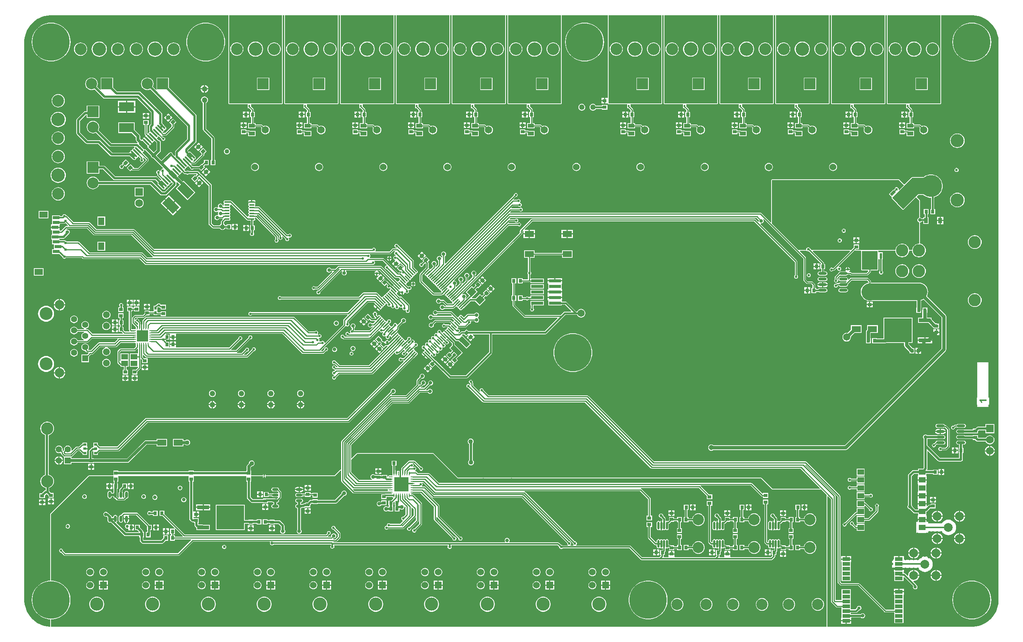
<source format=gbr>
%TF.GenerationSoftware,Altium Limited,Altium Designer,22.3.1 (43)*%
G04 Layer_Physical_Order=1*
G04 Layer_Color=255*
%FSLAX26Y26*%
%MOIN*%
%TF.SameCoordinates,8280E445-5C4D-48E8-A53F-9B01841AA427*%
%TF.FilePolarity,Positive*%
%TF.FileFunction,Copper,L1,Top,Signal*%
%TF.Part,Single*%
G01*
G75*
%TA.AperFunction,SMDPad,SMDef*%
%ADD10R,0.070866X0.033465*%
%TA.AperFunction,SMDPad,CuDef*%
%ADD11R,0.031496X0.035433*%
%ADD12R,0.083000X0.055000*%
G04:AMPARAMS|DCode=13|XSize=33.465mil|YSize=31.496mil|CornerRadius=0mil|HoleSize=0mil|Usage=FLASHONLY|Rotation=45.000|XOffset=0mil|YOffset=0mil|HoleType=Round|Shape=Rectangle|*
%AMROTATEDRECTD13*
4,1,4,-0.000696,-0.022967,-0.022967,-0.000696,0.000696,0.022967,0.022967,0.000696,-0.000696,-0.022967,0.0*
%
%ADD13ROTATEDRECTD13*%

G04:AMPARAMS|DCode=14|XSize=33.465mil|YSize=31.496mil|CornerRadius=0mil|HoleSize=0mil|Usage=FLASHONLY|Rotation=315.000|XOffset=0mil|YOffset=0mil|HoleType=Round|Shape=Rectangle|*
%AMROTATEDRECTD14*
4,1,4,-0.022967,0.000696,-0.000696,0.022967,0.022967,-0.000696,0.000696,-0.022967,-0.022967,0.000696,0.0*
%
%ADD14ROTATEDRECTD14*%

G04:AMPARAMS|DCode=15|XSize=11.811mil|YSize=55.118mil|CornerRadius=0mil|HoleSize=0mil|Usage=FLASHONLY|Rotation=315.000|XOffset=0mil|YOffset=0mil|HoleType=Round|Shape=Round|*
%AMOVALD15*
21,1,0.043307,0.011811,0.000000,0.000000,45.0*
1,1,0.011811,-0.015311,-0.015311*
1,1,0.011811,0.015311,0.015311*
%
%ADD15OVALD15*%

G04:AMPARAMS|DCode=16|XSize=11.811mil|YSize=55.118mil|CornerRadius=0mil|HoleSize=0mil|Usage=FLASHONLY|Rotation=225.000|XOffset=0mil|YOffset=0mil|HoleType=Round|Shape=Round|*
%AMOVALD16*
21,1,0.043307,0.011811,0.000000,0.000000,315.0*
1,1,0.011811,-0.015311,0.015311*
1,1,0.011811,0.015311,-0.015311*
%
%ADD16OVALD16*%

%ADD17R,0.035433X0.031496*%
%ADD18R,0.033465X0.031496*%
G04:AMPARAMS|DCode=19|XSize=64.961mil|YSize=61.024mil|CornerRadius=0mil|HoleSize=0mil|Usage=FLASHONLY|Rotation=45.000|XOffset=0mil|YOffset=0mil|HoleType=Round|Shape=Rectangle|*
%AMROTATEDRECTD19*
4,1,4,-0.001392,-0.044542,-0.044542,-0.001392,0.001392,0.044542,0.044542,0.001392,-0.001392,-0.044542,0.0*
%
%ADD19ROTATEDRECTD19*%

G04:AMPARAMS|DCode=20|XSize=102.362mil|YSize=43.307mil|CornerRadius=0mil|HoleSize=0mil|Usage=FLASHONLY|Rotation=135.000|XOffset=0mil|YOffset=0mil|HoleType=Round|Shape=Rectangle|*
%AMROTATEDRECTD20*
4,1,4,0.051502,-0.020879,0.020879,-0.051502,-0.051502,0.020879,-0.020879,0.051502,0.051502,-0.020879,0.0*
%
%ADD20ROTATEDRECTD20*%

%ADD21R,0.029528X0.021654*%
%ADD22R,0.109843X0.029134*%
%ADD23R,0.125984X0.125984*%
%ADD24O,0.033465X0.009842*%
%ADD25O,0.009842X0.033465*%
%ADD26R,0.015748X0.024803*%
%ADD27R,0.019685X0.019685*%
%ADD28R,0.024000X0.050000*%
%ADD29R,0.154000X0.150000*%
G04:AMPARAMS|DCode=30|XSize=150mil|YSize=154mil|CornerRadius=0mil|HoleSize=0mil|Usage=FLASHONLY|Rotation=225.000|XOffset=0mil|YOffset=0mil|HoleType=Round|Shape=Rectangle|*
%AMROTATEDRECTD30*
4,1,4,-0.001414,0.107480,0.107480,-0.001414,0.001414,-0.107480,-0.107480,0.001414,-0.001414,0.107480,0.0*
%
%ADD30ROTATEDRECTD30*%

G04:AMPARAMS|DCode=31|XSize=50mil|YSize=24mil|CornerRadius=0mil|HoleSize=0mil|Usage=FLASHONLY|Rotation=225.000|XOffset=0mil|YOffset=0mil|HoleType=Round|Shape=Rectangle|*
%AMROTATEDRECTD31*
4,1,4,0.009192,0.026163,0.026163,0.009192,-0.009192,-0.026163,-0.026163,-0.009192,0.009192,0.026163,0.0*
%
%ADD31ROTATEDRECTD31*%

%ADD32R,0.131890X0.043307*%
%ADD33R,0.082677X0.057087*%
%ADD34R,0.108268X0.035433*%
%ADD35R,0.248031X0.216535*%
%ADD36R,0.035827X0.048032*%
G04:AMPARAMS|DCode=37|XSize=135.827mil|YSize=84.646mil|CornerRadius=0mil|HoleSize=0mil|Usage=FLASHONLY|Rotation=315.000|XOffset=0mil|YOffset=0mil|HoleType=Round|Shape=Rectangle|*
%AMROTATEDRECTD37*
4,1,4,-0.077949,0.018095,-0.018095,0.077949,0.077949,-0.018095,0.018095,-0.077949,-0.077949,0.018095,0.0*
%
%ADD37ROTATEDRECTD37*%

G04:AMPARAMS|DCode=38|XSize=15.748mil|YSize=74.803mil|CornerRadius=0mil|HoleSize=0mil|Usage=FLASHONLY|Rotation=225.000|XOffset=0mil|YOffset=0mil|HoleType=Round|Shape=Round|*
%AMOVALD38*
21,1,0.059055,0.015748,0.000000,0.000000,315.0*
1,1,0.015748,-0.020879,0.020879*
1,1,0.015748,0.020879,-0.020879*
%
%ADD38OVALD38*%

%ADD39R,0.031496X0.033465*%
%ADD40O,0.074803X0.023622*%
%ADD41O,0.023622X0.057087*%
%ADD42R,0.090157X0.090157*%
%ADD43O,0.017716X0.070866*%
%ADD44R,0.055118X0.033465*%
%ADD45R,0.135827X0.084646*%
G04:AMPARAMS|DCode=46|XSize=35.433mil|YSize=31.496mil|CornerRadius=0mil|HoleSize=0mil|Usage=FLASHONLY|Rotation=225.000|XOffset=0mil|YOffset=0mil|HoleType=Round|Shape=Rectangle|*
%AMROTATEDRECTD46*
4,1,4,0.001392,0.023663,0.023663,0.001392,-0.001392,-0.023663,-0.023663,-0.001392,0.001392,0.023663,0.0*
%
%ADD46ROTATEDRECTD46*%

%ADD47O,0.049213X0.013780*%
%ADD48R,0.090157X0.090157*%
%ADD49O,0.057087X0.023622*%
%TA.AperFunction,SMDPad,SMDef*%
%ADD50C,0.010000*%
%TA.AperFunction,SMDPad,CuDef*%
%ADD51R,0.059055X0.047244*%
%ADD52R,0.059055X0.051181*%
%ADD53R,0.074803X0.055118*%
%ADD54R,0.055118X0.070866*%
%ADD55R,0.059055X0.031496*%
%ADD56R,0.100394X0.100394*%
G04:AMPARAMS|DCode=57|XSize=9.546mil|YSize=31.248mil|CornerRadius=4.773mil|HoleSize=0mil|Usage=FLASHONLY|Rotation=0.000|XOffset=0mil|YOffset=0mil|HoleType=Round|Shape=RoundedRectangle|*
%AMROUNDEDRECTD57*
21,1,0.009546,0.021702,0,0,0.0*
21,1,0.000000,0.031248,0,0,0.0*
1,1,0.009546,0.000000,-0.010851*
1,1,0.009546,0.000000,-0.010851*
1,1,0.009546,0.000000,0.010851*
1,1,0.009546,0.000000,0.010851*
%
%ADD57ROUNDEDRECTD57*%
G04:AMPARAMS|DCode=58|XSize=31.248mil|YSize=9.546mil|CornerRadius=4.773mil|HoleSize=0mil|Usage=FLASHONLY|Rotation=0.000|XOffset=0mil|YOffset=0mil|HoleType=Round|Shape=RoundedRectangle|*
%AMROUNDEDRECTD58*
21,1,0.031248,0.000000,0,0,0.0*
21,1,0.021702,0.009546,0,0,0.0*
1,1,0.009546,0.010851,0.000000*
1,1,0.009546,-0.010851,0.000000*
1,1,0.009546,-0.010851,0.000000*
1,1,0.009546,0.010851,0.000000*
%
%ADD58ROUNDEDRECTD58*%
%ADD59R,0.031248X0.009546*%
%ADD60R,0.019685X0.027559*%
%TA.AperFunction,Conductor*%
%ADD61C,0.010000*%
%ADD62C,0.012000*%
%ADD63C,0.020000*%
%ADD64C,0.013300*%
%ADD65C,0.016000*%
%ADD66C,0.009842*%
%ADD67C,0.022000*%
%ADD68C,0.015000*%
%ADD69C,0.025000*%
%ADD70C,0.008000*%
%ADD71C,0.030000*%
%ADD72C,0.150000*%
%ADD73C,0.014000*%
%ADD74C,0.080000*%
%ADD75C,0.018000*%
%TA.AperFunction,NonConductor*%
%ADD76R,0.010000X0.030000*%
%TA.AperFunction,ComponentPad*%
%ADD77C,0.032000*%
%ADD78C,0.110236*%
%ADD79C,0.055118*%
%ADD80R,0.055118X0.055118*%
%ADD81C,0.334646*%
%ADD82C,0.078740*%
%ADD83C,0.110000*%
%ADD84C,0.065000*%
%ADD85C,0.100000*%
%ADD86C,0.068898*%
%ADD87R,0.068898X0.068898*%
%ADD88R,0.100000X0.100000*%
%ADD89C,0.120079*%
%ADD90C,0.106299*%
%ADD91C,0.060000*%
%ADD92C,0.118110*%
%ADD93C,0.196850*%
%ADD94R,0.060000X0.060000*%
%ADD95R,0.100000X0.100000*%
%ADD96C,0.049213*%
%ADD97C,0.061024*%
%ADD98C,0.082677*%
%ADD99C,0.114764*%
%TA.AperFunction,ViaPad*%
%ADD100C,0.032000*%
%ADD101C,0.022000*%
%ADD102C,0.024000*%
%ADD103C,0.040000*%
%ADD104C,0.050000*%
%ADD105C,0.045000*%
%ADD106C,0.027000*%
%ADD107C,0.028000*%
%ADD108C,0.035000*%
G36*
X9219438Y5700000D02*
X8745000D01*
Y6489805D01*
X9219438D01*
Y5700000D01*
D02*
G37*
G36*
X8719438D02*
X8245000D01*
Y6489805D01*
X8719438D01*
Y5700000D01*
D02*
G37*
G36*
X8219438D02*
X7745000D01*
Y6489805D01*
X8219438D01*
Y5700000D01*
D02*
G37*
G36*
X7719438D02*
X7245000D01*
Y6489805D01*
X7719438D01*
Y5700000D01*
D02*
G37*
G36*
X7219438D02*
X6745000D01*
Y6489805D01*
X7219438D01*
Y5700000D01*
D02*
G37*
G36*
X6719438D02*
X6245000D01*
Y6489805D01*
X6719438D01*
Y5700000D01*
D02*
G37*
G36*
X5819438D02*
X5345000D01*
Y6489805D01*
X5819438D01*
Y5700000D01*
D02*
G37*
G36*
X5319438D02*
X4845000D01*
Y6489805D01*
X5319438D01*
Y5700000D01*
D02*
G37*
G36*
X4819438D02*
X4345000D01*
Y6489805D01*
X4819438D01*
Y5700000D01*
D02*
G37*
G36*
X4319438D02*
X3845000D01*
Y6489805D01*
X4319438D01*
Y5700000D01*
D02*
G37*
G36*
X3819438D02*
X3345000D01*
Y6489805D01*
X3819438D01*
Y5700000D01*
D02*
G37*
G36*
X3319438D02*
X2845000D01*
Y6489805D01*
X3319438D01*
Y5700000D01*
D02*
G37*
G36*
X2838506Y6489805D02*
X2838506Y6489805D01*
Y5700000D01*
X2840408Y5695408D01*
X2845000Y5693506D01*
X3006941D01*
X3012898Y5693401D01*
X3012898Y5687506D01*
Y5656599D01*
X3024784D01*
X3043312Y5638071D01*
Y5623717D01*
X3032780D01*
Y5576283D01*
X3043312D01*
Y5522181D01*
X3016441D01*
Y5476717D01*
X3083559D01*
Y5488233D01*
X3127911D01*
X3135888Y5480256D01*
X3132491Y5472056D01*
X3131168Y5462005D01*
X3132491Y5451955D01*
X3136370Y5442589D01*
X3142541Y5434547D01*
X3150584Y5428376D01*
X3159950Y5424496D01*
X3170000Y5423173D01*
X3180050Y5424496D01*
X3189416Y5428376D01*
X3197459Y5434547D01*
X3203630Y5442589D01*
X3207509Y5451955D01*
X3208832Y5462005D01*
X3207509Y5472056D01*
X3203630Y5481421D01*
X3197459Y5489464D01*
X3189416Y5495635D01*
X3180050Y5499514D01*
X3170000Y5500837D01*
X3159950Y5499514D01*
X3151749Y5496118D01*
X3140487Y5507379D01*
X3136848Y5509811D01*
X3132556Y5510664D01*
X3132556Y5510664D01*
X3083559D01*
Y5522181D01*
X3065743D01*
Y5576283D01*
X3076276D01*
Y5623717D01*
X3065743D01*
Y5642717D01*
X3064889Y5647009D01*
X3062458Y5650647D01*
X3062458Y5650647D01*
X3040646Y5672460D01*
X3040646Y5693401D01*
X3046603Y5693506D01*
X3319438D01*
X3324031Y5695408D01*
X3325933Y5700000D01*
Y6488702D01*
X3331933Y6489805D01*
X3338506Y6489805D01*
Y5700000D01*
X3340408Y5695408D01*
X3345000Y5693506D01*
X3506941D01*
X3512898Y5693401D01*
X3512898Y5687506D01*
Y5656599D01*
X3524784D01*
X3543312Y5638071D01*
Y5623717D01*
X3532780D01*
Y5576283D01*
X3543312D01*
Y5522181D01*
X3516441D01*
Y5476717D01*
X3583559D01*
Y5488233D01*
X3627911D01*
X3635888Y5480256D01*
X3632491Y5472056D01*
X3631168Y5462005D01*
X3632491Y5451955D01*
X3636370Y5442589D01*
X3642541Y5434547D01*
X3650584Y5428376D01*
X3659950Y5424496D01*
X3670000Y5423173D01*
X3680050Y5424496D01*
X3689416Y5428376D01*
X3697459Y5434547D01*
X3703630Y5442589D01*
X3707509Y5451955D01*
X3708832Y5462005D01*
X3707509Y5472056D01*
X3703630Y5481421D01*
X3697459Y5489464D01*
X3689416Y5495635D01*
X3680050Y5499514D01*
X3670000Y5500837D01*
X3659950Y5499514D01*
X3651749Y5496118D01*
X3640487Y5507379D01*
X3636848Y5509811D01*
X3632556Y5510664D01*
X3632556Y5510664D01*
X3583559D01*
Y5522181D01*
X3565743D01*
Y5576283D01*
X3576276D01*
Y5623717D01*
X3565743D01*
Y5642717D01*
X3564889Y5647009D01*
X3562458Y5650647D01*
X3562458Y5650647D01*
X3540646Y5672460D01*
X3540646Y5693401D01*
X3546603Y5693506D01*
X3819438D01*
X3824031Y5695408D01*
X3825933Y5700000D01*
Y6489805D01*
X3838506D01*
Y5700000D01*
X3840408Y5695408D01*
X3845000Y5693506D01*
X4006941D01*
X4012898Y5693401D01*
X4012898Y5687506D01*
Y5656599D01*
X4024784D01*
X4043312Y5638071D01*
Y5623717D01*
X4032780D01*
Y5576283D01*
X4043312D01*
Y5522181D01*
X4016441D01*
Y5476717D01*
X4083559D01*
Y5488233D01*
X4127911D01*
X4135888Y5480256D01*
X4132491Y5472056D01*
X4131168Y5462005D01*
X4132491Y5451955D01*
X4136370Y5442589D01*
X4142542Y5434547D01*
X4150584Y5428376D01*
X4159949Y5424496D01*
X4170000Y5423173D01*
X4180051Y5424496D01*
X4189416Y5428376D01*
X4197458Y5434547D01*
X4203630Y5442589D01*
X4207509Y5451955D01*
X4208832Y5462005D01*
X4207509Y5472056D01*
X4203630Y5481421D01*
X4197458Y5489464D01*
X4189416Y5495635D01*
X4180051Y5499514D01*
X4170000Y5500837D01*
X4159949Y5499514D01*
X4151749Y5496118D01*
X4140487Y5507379D01*
X4136848Y5509811D01*
X4132556Y5510664D01*
X4132556Y5510664D01*
X4083559D01*
Y5522181D01*
X4065743D01*
Y5576283D01*
X4076276D01*
Y5623717D01*
X4065743D01*
Y5642717D01*
X4064889Y5647009D01*
X4062458Y5650647D01*
X4062458Y5650647D01*
X4040646Y5672460D01*
X4040646Y5693401D01*
X4046603Y5693506D01*
X4319438D01*
X4324031Y5695408D01*
X4325933Y5700000D01*
Y6489805D01*
X4338506D01*
Y5700000D01*
X4340408Y5695408D01*
X4345000Y5693506D01*
X4506941D01*
X4512898Y5693401D01*
X4512898Y5687506D01*
Y5656599D01*
X4524784D01*
X4543312Y5638071D01*
Y5623717D01*
X4532779D01*
Y5576283D01*
X4543312D01*
Y5522181D01*
X4516441D01*
Y5476717D01*
X4583559D01*
Y5488233D01*
X4627911D01*
X4635888Y5480256D01*
X4632491Y5472056D01*
X4631168Y5462005D01*
X4632491Y5451955D01*
X4636370Y5442589D01*
X4642542Y5434547D01*
X4650584Y5428376D01*
X4659949Y5424496D01*
X4670000Y5423173D01*
X4680051Y5424496D01*
X4689416Y5428376D01*
X4697458Y5434547D01*
X4703630Y5442589D01*
X4707509Y5451955D01*
X4708832Y5462005D01*
X4707509Y5472056D01*
X4703630Y5481421D01*
X4697458Y5489464D01*
X4689416Y5495635D01*
X4680051Y5499514D01*
X4670000Y5500837D01*
X4659949Y5499514D01*
X4651749Y5496118D01*
X4640487Y5507379D01*
X4636848Y5509811D01*
X4632556Y5510664D01*
X4632556Y5510664D01*
X4583559D01*
Y5522181D01*
X4565743D01*
Y5576283D01*
X4576275D01*
Y5623717D01*
X4565743D01*
Y5642717D01*
X4564889Y5647009D01*
X4562458Y5650647D01*
X4562458Y5650647D01*
X4540646Y5672460D01*
X4540646Y5693401D01*
X4546603Y5693506D01*
X4819438D01*
X4824031Y5695408D01*
X4825933Y5700000D01*
Y6489805D01*
X4838506D01*
Y5700000D01*
X4840408Y5695408D01*
X4845000Y5693506D01*
X5006941D01*
X5012898Y5693401D01*
X5012898Y5687506D01*
Y5656599D01*
X5024784D01*
X5043312Y5638071D01*
Y5623717D01*
X5032779D01*
Y5576283D01*
X5043312D01*
Y5522181D01*
X5016441D01*
Y5476717D01*
X5083559D01*
Y5488233D01*
X5127911D01*
X5135888Y5480256D01*
X5132491Y5472056D01*
X5131168Y5462005D01*
X5132491Y5451955D01*
X5136370Y5442589D01*
X5142542Y5434547D01*
X5150584Y5428376D01*
X5159949Y5424496D01*
X5170000Y5423173D01*
X5180051Y5424496D01*
X5189416Y5428376D01*
X5197458Y5434547D01*
X5203630Y5442589D01*
X5207509Y5451955D01*
X5208832Y5462005D01*
X5207509Y5472056D01*
X5203630Y5481421D01*
X5197458Y5489464D01*
X5189416Y5495635D01*
X5180051Y5499514D01*
X5170000Y5500837D01*
X5159949Y5499514D01*
X5151749Y5496118D01*
X5140487Y5507379D01*
X5136848Y5509811D01*
X5132556Y5510664D01*
X5132556Y5510664D01*
X5083559D01*
Y5522181D01*
X5065743D01*
Y5576283D01*
X5076275D01*
Y5623717D01*
X5065743D01*
Y5642717D01*
X5064889Y5647009D01*
X5062458Y5650647D01*
X5062458Y5650647D01*
X5040646Y5672460D01*
X5040646Y5693401D01*
X5046603Y5693506D01*
X5319438D01*
X5324031Y5695408D01*
X5325933Y5700000D01*
Y6489804D01*
X5338506D01*
Y5700000D01*
X5340408Y5695408D01*
X5345000Y5693506D01*
X5506941D01*
X5512898Y5693401D01*
X5512898Y5687506D01*
Y5656599D01*
X5524784D01*
X5543312Y5638071D01*
Y5623717D01*
X5532779D01*
Y5576283D01*
X5543312D01*
Y5522181D01*
X5516441D01*
Y5476717D01*
X5583559D01*
Y5488233D01*
X5627911D01*
X5635888Y5480256D01*
X5632491Y5472056D01*
X5631168Y5462005D01*
X5632491Y5451955D01*
X5636370Y5442589D01*
X5642542Y5434547D01*
X5650584Y5428376D01*
X5659949Y5424496D01*
X5670000Y5423173D01*
X5680051Y5424496D01*
X5689416Y5428376D01*
X5697458Y5434547D01*
X5703630Y5442589D01*
X5707509Y5451955D01*
X5708832Y5462005D01*
X5707509Y5472056D01*
X5703630Y5481421D01*
X5697458Y5489464D01*
X5689416Y5495635D01*
X5680051Y5499514D01*
X5670000Y5500837D01*
X5659949Y5499514D01*
X5651749Y5496118D01*
X5640487Y5507379D01*
X5636848Y5509811D01*
X5632556Y5510664D01*
X5632556Y5510664D01*
X5583559D01*
Y5522181D01*
X5565743D01*
Y5576283D01*
X5576275D01*
Y5623717D01*
X5565743D01*
Y5642717D01*
X5564889Y5647009D01*
X5562458Y5650647D01*
X5562458Y5650647D01*
X5540646Y5672460D01*
X5540646Y5693401D01*
X5546603Y5693506D01*
X5819438D01*
X5824031Y5695408D01*
X5825933Y5700000D01*
Y6489804D01*
X6238506D01*
Y5755634D01*
X6237716Y5749961D01*
X6232506Y5749961D01*
X6215000D01*
Y5724213D01*
Y5698465D01*
X6232962D01*
X6235625Y5698465D01*
X6240408Y5695408D01*
X6242151Y5694686D01*
X6245000Y5693506D01*
X6406941D01*
X6412898Y5693401D01*
X6412898Y5687506D01*
Y5656599D01*
X6424784D01*
X6443312Y5638071D01*
Y5623717D01*
X6432779D01*
Y5576283D01*
X6443312D01*
Y5522181D01*
X6416441D01*
Y5476717D01*
X6483559D01*
Y5488233D01*
X6527911D01*
X6535888Y5480256D01*
X6532491Y5472056D01*
X6531168Y5462005D01*
X6532491Y5451955D01*
X6536370Y5442589D01*
X6542542Y5434547D01*
X6550584Y5428376D01*
X6559949Y5424496D01*
X6570000Y5423173D01*
X6580051Y5424496D01*
X6589416Y5428376D01*
X6597458Y5434547D01*
X6603630Y5442589D01*
X6607509Y5451955D01*
X6608832Y5462005D01*
X6607509Y5472056D01*
X6603630Y5481421D01*
X6597458Y5489464D01*
X6589416Y5495635D01*
X6580051Y5499514D01*
X6570000Y5500837D01*
X6559949Y5499514D01*
X6551749Y5496118D01*
X6540487Y5507379D01*
X6536848Y5509811D01*
X6532556Y5510664D01*
X6532556Y5510664D01*
X6483559D01*
Y5522181D01*
X6465743D01*
Y5576283D01*
X6476275D01*
Y5623717D01*
X6465743D01*
Y5642717D01*
X6464889Y5647009D01*
X6462458Y5650647D01*
X6462458Y5650647D01*
X6440646Y5672460D01*
X6440646Y5693401D01*
X6446603Y5693506D01*
X6719438D01*
X6724031Y5695408D01*
X6725933Y5700000D01*
Y6489804D01*
X6738506D01*
Y5700000D01*
X6740408Y5695408D01*
X6745000Y5693506D01*
X6906941D01*
X6912898Y5693401D01*
X6912898Y5687506D01*
Y5656599D01*
X6924784D01*
X6943312Y5638071D01*
Y5623717D01*
X6932779D01*
Y5576283D01*
X6943312D01*
Y5522181D01*
X6916441D01*
Y5476717D01*
X6983559D01*
Y5488233D01*
X7027911D01*
X7035888Y5480256D01*
X7032491Y5472056D01*
X7031168Y5462005D01*
X7032491Y5451955D01*
X7036370Y5442589D01*
X7042542Y5434547D01*
X7050584Y5428376D01*
X7059949Y5424496D01*
X7070000Y5423173D01*
X7080051Y5424496D01*
X7089416Y5428376D01*
X7097458Y5434547D01*
X7103630Y5442589D01*
X7107509Y5451955D01*
X7108832Y5462005D01*
X7107509Y5472056D01*
X7103630Y5481421D01*
X7097458Y5489464D01*
X7089416Y5495635D01*
X7080051Y5499514D01*
X7070000Y5500837D01*
X7059949Y5499514D01*
X7051749Y5496118D01*
X7040487Y5507379D01*
X7036848Y5509811D01*
X7032556Y5510664D01*
X7032556Y5510664D01*
X6983559D01*
Y5522181D01*
X6965743D01*
Y5576283D01*
X6976275D01*
Y5623717D01*
X6965743D01*
Y5642717D01*
X6964889Y5647009D01*
X6962458Y5650647D01*
X6962458Y5650647D01*
X6940646Y5672460D01*
X6940646Y5693401D01*
X6946603Y5693506D01*
X7219438D01*
X7224031Y5695408D01*
X7225933Y5700000D01*
Y6489804D01*
X7238506D01*
Y5700000D01*
X7240408Y5695408D01*
X7245000Y5693506D01*
X7406941D01*
X7412898Y5693401D01*
X7412898Y5687506D01*
Y5656599D01*
X7424784D01*
X7443312Y5638071D01*
Y5623717D01*
X7432779D01*
Y5576283D01*
X7443312D01*
Y5522181D01*
X7416441D01*
Y5476717D01*
X7483559D01*
Y5488233D01*
X7527911D01*
X7535888Y5480256D01*
X7532491Y5472056D01*
X7531168Y5462005D01*
X7532491Y5451955D01*
X7536370Y5442589D01*
X7542542Y5434547D01*
X7550584Y5428376D01*
X7559949Y5424496D01*
X7570000Y5423173D01*
X7580051Y5424496D01*
X7589416Y5428376D01*
X7597458Y5434547D01*
X7603630Y5442589D01*
X7607509Y5451955D01*
X7608832Y5462005D01*
X7607509Y5472056D01*
X7603630Y5481421D01*
X7597458Y5489464D01*
X7589416Y5495635D01*
X7580051Y5499514D01*
X7570000Y5500837D01*
X7559949Y5499514D01*
X7551749Y5496118D01*
X7540487Y5507379D01*
X7536848Y5509811D01*
X7532556Y5510664D01*
X7532556Y5510664D01*
X7483559D01*
Y5522181D01*
X7465743D01*
Y5576283D01*
X7476275D01*
Y5623717D01*
X7465743D01*
Y5642717D01*
X7464889Y5647009D01*
X7462458Y5650647D01*
X7462458Y5650647D01*
X7440646Y5672460D01*
X7440646Y5693401D01*
X7446603Y5693506D01*
X7719438D01*
X7724031Y5695408D01*
X7725933Y5700000D01*
Y6489804D01*
X7738506D01*
Y5700000D01*
X7740408Y5695408D01*
X7745000Y5693506D01*
X7906941D01*
X7912898Y5693401D01*
X7912898Y5687506D01*
Y5656599D01*
X7924784D01*
X7943312Y5638071D01*
Y5623717D01*
X7932779D01*
Y5576283D01*
X7943312D01*
Y5522181D01*
X7916441D01*
Y5476717D01*
X7983559D01*
Y5488233D01*
X8027911D01*
X8035888Y5480256D01*
X8032491Y5472056D01*
X8031168Y5462005D01*
X8032491Y5451955D01*
X8036370Y5442589D01*
X8042542Y5434547D01*
X8050584Y5428376D01*
X8059949Y5424496D01*
X8070000Y5423173D01*
X8080051Y5424496D01*
X8089416Y5428376D01*
X8097458Y5434547D01*
X8103630Y5442589D01*
X8107509Y5451955D01*
X8108832Y5462005D01*
X8107509Y5472056D01*
X8103630Y5481421D01*
X8097458Y5489464D01*
X8089416Y5495635D01*
X8080051Y5499514D01*
X8070000Y5500837D01*
X8059949Y5499514D01*
X8051749Y5496118D01*
X8040487Y5507379D01*
X8036848Y5509811D01*
X8032556Y5510664D01*
X8032556Y5510664D01*
X7983559D01*
Y5522181D01*
X7965743D01*
Y5576283D01*
X7976275D01*
Y5623717D01*
X7965743D01*
Y5642717D01*
X7964889Y5647009D01*
X7962458Y5650647D01*
X7962458Y5650647D01*
X7940646Y5672460D01*
X7940646Y5693401D01*
X7946603Y5693506D01*
X8219438D01*
X8224031Y5695408D01*
X8225933Y5700000D01*
Y6489804D01*
X8238506D01*
Y5700000D01*
X8240408Y5695408D01*
X8245000Y5693506D01*
X8406941D01*
X8412898Y5693401D01*
X8412898Y5687506D01*
Y5656599D01*
X8424784D01*
X8443312Y5638071D01*
Y5623717D01*
X8432780D01*
Y5576283D01*
X8443312D01*
Y5522181D01*
X8416441D01*
Y5476717D01*
X8483559D01*
Y5488233D01*
X8527911D01*
X8535888Y5480256D01*
X8532491Y5472056D01*
X8531168Y5462005D01*
X8532491Y5451955D01*
X8536370Y5442589D01*
X8542541Y5434547D01*
X8550584Y5428376D01*
X8559950Y5424496D01*
X8570000Y5423173D01*
X8580050Y5424496D01*
X8589416Y5428376D01*
X8597459Y5434547D01*
X8603630Y5442589D01*
X8607509Y5451955D01*
X8608832Y5462005D01*
X8607509Y5472056D01*
X8603630Y5481421D01*
X8597459Y5489464D01*
X8589416Y5495635D01*
X8580050Y5499514D01*
X8570000Y5500837D01*
X8559950Y5499514D01*
X8551749Y5496118D01*
X8540487Y5507379D01*
X8536848Y5509811D01*
X8532556Y5510664D01*
X8532556Y5510664D01*
X8483559D01*
Y5522181D01*
X8465743D01*
Y5576283D01*
X8476275D01*
Y5623717D01*
X8465743D01*
Y5642717D01*
X8464889Y5647009D01*
X8462458Y5650647D01*
X8462458Y5650647D01*
X8440646Y5672460D01*
X8440646Y5693401D01*
X8446603Y5693506D01*
X8719438D01*
X8724031Y5695408D01*
X8725933Y5700000D01*
Y6489804D01*
X8738506D01*
Y5700000D01*
X8740408Y5695408D01*
X8745000Y5693506D01*
X8906941D01*
X8912898Y5693401D01*
X8912898Y5687506D01*
Y5656599D01*
X8924784D01*
X8943312Y5638071D01*
Y5623717D01*
X8932780D01*
Y5576283D01*
X8943312D01*
Y5522181D01*
X8916441D01*
Y5476717D01*
X8983559D01*
Y5488233D01*
X9027911D01*
X9035888Y5480256D01*
X9032491Y5472056D01*
X9031168Y5462005D01*
X9032491Y5451955D01*
X9036370Y5442589D01*
X9042541Y5434547D01*
X9050584Y5428376D01*
X9059950Y5424496D01*
X9070000Y5423173D01*
X9080050Y5424496D01*
X9089416Y5428376D01*
X9097459Y5434547D01*
X9103630Y5442589D01*
X9107509Y5451955D01*
X9108832Y5462005D01*
X9107509Y5472056D01*
X9103630Y5481421D01*
X9097459Y5489464D01*
X9089416Y5495635D01*
X9080050Y5499514D01*
X9070000Y5500837D01*
X9059950Y5499514D01*
X9051749Y5496118D01*
X9040487Y5507379D01*
X9036848Y5509811D01*
X9032556Y5510664D01*
X9032556Y5510664D01*
X8983559D01*
Y5522181D01*
X8965743D01*
Y5576283D01*
X8976275D01*
Y5623717D01*
X8965743D01*
Y5642717D01*
X8964889Y5647009D01*
X8962458Y5650647D01*
X8962458Y5650647D01*
X8940646Y5672460D01*
X8940646Y5693401D01*
X8946603Y5693506D01*
X9219438D01*
X9224031Y5695408D01*
X9225933Y5700000D01*
Y6489804D01*
X9500000D01*
X9511781D01*
X9535229Y6487494D01*
X9558338Y6482898D01*
X9580885Y6476058D01*
X9602653Y6467042D01*
X9623433Y6455934D01*
X9643024Y6442844D01*
X9661237Y6427897D01*
X9677898Y6411236D01*
X9692845Y6393023D01*
X9705935Y6373432D01*
X9717042Y6352653D01*
X9726059Y6330885D01*
X9732898Y6308337D01*
X9737495Y6285228D01*
X9739805Y6261780D01*
X9739804Y6250000D01*
X9739804Y6250000D01*
X9739804Y6249999D01*
X9739805Y1250000D01*
Y1238219D01*
X9737495Y1214771D01*
X9732898Y1191662D01*
X9726059Y1169115D01*
X9717042Y1147347D01*
X9705935Y1126566D01*
X9692845Y1106976D01*
X9677897Y1088763D01*
X9661237Y1072102D01*
X9643024Y1057155D01*
X9623433Y1044064D01*
X9602653Y1032958D01*
X9580885Y1023941D01*
X9558338Y1017101D01*
X9535229Y1012505D01*
X9511781Y1010195D01*
X8206494D01*
Y2177241D01*
X8212038Y2179537D01*
X8238784Y2152790D01*
Y1237562D01*
X8238784Y1237561D01*
X8239638Y1233269D01*
X8242069Y1229631D01*
X8285300Y1186400D01*
X8285300Y1186400D01*
X8288939Y1183969D01*
X8293230Y1183115D01*
X8293231Y1183115D01*
X8332346D01*
Y1128291D01*
Y1091142D01*
X8328346D01*
Y1069409D01*
X8419212D01*
Y1091142D01*
X8424925Y1091837D01*
X8506778D01*
X8512728Y1087861D01*
X8521312Y1086153D01*
X8529897Y1087861D01*
X8537174Y1092723D01*
X8542036Y1100000D01*
X8543744Y1108584D01*
X8542036Y1117168D01*
X8537174Y1124445D01*
X8529897Y1129307D01*
X8521312Y1131015D01*
X8512728Y1129307D01*
X8505479Y1124464D01*
X8415212D01*
Y1136749D01*
X8462834D01*
X8462835Y1136749D01*
X8468297Y1137836D01*
X8472928Y1140930D01*
X8489337Y1157339D01*
X8490000Y1157207D01*
X8497804Y1158759D01*
X8504419Y1163179D01*
X8508840Y1169795D01*
X8510392Y1177598D01*
X8508840Y1185402D01*
X8504419Y1192018D01*
X8497804Y1196438D01*
X8490000Y1197990D01*
X8482196Y1196438D01*
X8475581Y1192018D01*
X8471160Y1185402D01*
X8469704Y1178080D01*
X8456922Y1165298D01*
X8415212D01*
Y1214906D01*
Y1258213D01*
Y1301520D01*
Y1346984D01*
X8332346D01*
Y1301520D01*
Y1248853D01*
X8277908D01*
Y2182887D01*
X8277055Y2187179D01*
X8274623Y2190817D01*
X8274623Y2190818D01*
X8007273Y2458168D01*
X8009248Y2464678D01*
X8009425Y2464713D01*
X8298784Y2175354D01*
Y1408107D01*
X8298784Y1408106D01*
X8299638Y1403814D01*
X8302069Y1400176D01*
X8320470Y1381775D01*
X8320470Y1381775D01*
X8324109Y1379344D01*
X8328401Y1378490D01*
X8328401Y1378490D01*
X8480648D01*
X8716046Y1143093D01*
X8719684Y1140662D01*
X8723976Y1139808D01*
X8723977Y1139808D01*
X8804788D01*
Y1084984D01*
Y1041677D01*
X8887654D01*
Y1084984D01*
Y1128291D01*
Y1171598D01*
Y1214906D01*
Y1258213D01*
Y1297520D01*
X8891654D01*
Y1319252D01*
X8800788D01*
Y1297520D01*
X8804788D01*
Y1258213D01*
Y1214906D01*
Y1162239D01*
X8728622D01*
X8493225Y1397636D01*
X8489586Y1400068D01*
X8485294Y1400921D01*
X8485294Y1400921D01*
X8333046D01*
X8321216Y1412752D01*
Y2179999D01*
X8321216Y2180000D01*
X8320362Y2184292D01*
X8317931Y2187931D01*
X8317930Y2187931D01*
X8017560Y2488301D01*
X8013921Y2490733D01*
X8009629Y2491586D01*
X8009629Y2491586D01*
X6653083D01*
X6063190Y3081480D01*
X6059551Y3083911D01*
X6055260Y3084765D01*
X6055259Y3084765D01*
X5168369D01*
X5124361Y3128772D01*
X5124606Y3130000D01*
X5123286Y3136633D01*
X5119529Y3142256D01*
X5113906Y3146014D01*
X5107273Y3147333D01*
X5100640Y3146014D01*
X5095016Y3142256D01*
X5091259Y3136633D01*
X5089940Y3130000D01*
X5091259Y3123367D01*
X5094255Y3118883D01*
X5089595Y3115058D01*
X5030410Y3174243D01*
Y3193142D01*
X5030410Y3193142D01*
X5029556Y3197434D01*
X5027125Y3201073D01*
X5027089Y3201108D01*
X5027863Y3205000D01*
X5026544Y3211633D01*
X5022787Y3217256D01*
X5017163Y3221014D01*
X5010530Y3222333D01*
X5003897Y3221014D01*
X4998274Y3217256D01*
X4994517Y3211633D01*
X4993197Y3205000D01*
X4994517Y3198367D01*
X4998274Y3192744D01*
X5003897Y3188986D01*
X5007979Y3188175D01*
Y3179873D01*
X5001979Y3178053D01*
X5000510Y3180250D01*
X4994887Y3184008D01*
X4988254Y3185327D01*
X4981621Y3184008D01*
X4975998Y3180250D01*
X4972240Y3174627D01*
X4970921Y3167994D01*
X4972240Y3161361D01*
X4975998Y3155738D01*
X4981621Y3151980D01*
X4988254Y3150661D01*
X4989482Y3150905D01*
X5116127Y3024260D01*
X5116127Y3024260D01*
X5119766Y3021828D01*
X5124058Y3020975D01*
X5124058Y3020975D01*
X6033483D01*
X6623376Y2431082D01*
X6623376Y2431081D01*
X6627014Y2428650D01*
X6631306Y2427796D01*
X7963778D01*
X8139537Y2252038D01*
X8137241Y2246494D01*
X7713742Y2246495D01*
X7615644Y2344592D01*
X7611051Y2346494D01*
X5383666D01*
X5375222Y2348174D01*
X5366777Y2346494D01*
X5130107D01*
X5121663Y2348174D01*
X5113218Y2346494D01*
X4896505D01*
X4678407Y2564592D01*
X4673815Y2566494D01*
X3992433Y2566494D01*
X3987840Y2564592D01*
X3943473Y2520225D01*
X3937930Y2522521D01*
Y2639218D01*
X4308674Y3009963D01*
X4451285D01*
X4451286Y3009963D01*
X4455578Y3010816D01*
X4459217Y3013248D01*
X4554753Y3108785D01*
X4626035D01*
X4629139Y3104139D01*
X4636416Y3099276D01*
X4645000Y3097569D01*
X4653584Y3099276D01*
X4660861Y3104139D01*
X4665724Y3111416D01*
X4667431Y3120000D01*
X4665724Y3128584D01*
X4660861Y3135861D01*
X4653584Y3140724D01*
X4645000Y3142431D01*
X4636416Y3140724D01*
X4629139Y3135861D01*
X4626035Y3131215D01*
X4611611D01*
X4609126Y3137215D01*
X4645395Y3173485D01*
X4650000Y3172569D01*
X4658584Y3174276D01*
X4665861Y3179139D01*
X4670724Y3186416D01*
X4672431Y3195000D01*
X4670724Y3203584D01*
X4665861Y3210861D01*
X4658584Y3215724D01*
X4650000Y3217431D01*
X4641416Y3215724D01*
X4634139Y3210861D01*
X4629276Y3203584D01*
X4627569Y3195000D01*
X4628833Y3188645D01*
X4592139Y3151951D01*
X4563978D01*
X4560771Y3157951D01*
X4561428Y3158935D01*
X4562766D01*
X4562766Y3158935D01*
X4567058Y3159788D01*
X4570697Y3162220D01*
X4581702Y3173225D01*
X4585000Y3172569D01*
X4593584Y3174276D01*
X4600861Y3179139D01*
X4605724Y3186416D01*
X4607431Y3195000D01*
X4605724Y3203584D01*
X4600861Y3210861D01*
X4593584Y3215724D01*
X4585000Y3217431D01*
X4576416Y3215724D01*
X4569139Y3210861D01*
X4564276Y3203584D01*
X4562569Y3195000D01*
X4564093Y3187338D01*
X4558120Y3181366D01*
X4552325D01*
X4552216Y3181344D01*
X4546216Y3185965D01*
Y3211633D01*
X4568453Y3233871D01*
X4575000Y3232569D01*
X4583584Y3234276D01*
X4590861Y3239139D01*
X4595724Y3246416D01*
X4597431Y3255000D01*
X4595724Y3263584D01*
X4590861Y3270861D01*
X4583584Y3275724D01*
X4575000Y3277431D01*
X4566416Y3275724D01*
X4559139Y3270861D01*
X4554276Y3263584D01*
X4552569Y3255000D01*
X4553447Y3250587D01*
X4527069Y3224210D01*
X4524638Y3220571D01*
X4523784Y3216279D01*
X4523784Y3216278D01*
Y3180098D01*
X4428451Y3084765D01*
X4300806D01*
X4298510Y3090308D01*
X4307302Y3099100D01*
X4315000Y3097569D01*
X4323584Y3099276D01*
X4330861Y3104139D01*
X4335724Y3111416D01*
X4337431Y3120000D01*
X4335724Y3128584D01*
X4330861Y3135861D01*
X4323584Y3140724D01*
X4315000Y3142431D01*
X4306416Y3140724D01*
X4299139Y3135861D01*
X4294276Y3128584D01*
X4292569Y3120000D01*
X4293218Y3116738D01*
X3853022Y2676542D01*
X3850590Y2672903D01*
X3849737Y2668611D01*
X3849737Y2668611D01*
Y2421250D01*
X3844193Y2418255D01*
X3843000Y2417760D01*
X3841708D01*
X3840795Y2416847D01*
X3839601Y2416353D01*
X3789908Y2366659D01*
X3171494Y2366660D01*
Y2375013D01*
X3169592Y2379605D01*
X3165000Y2381507D01*
X3155000D01*
X3150408Y2379605D01*
X3148506Y2375013D01*
Y2366660D01*
X3042790D01*
X3042732Y2366698D01*
Y2409307D01*
X3039976D01*
Y2439782D01*
X3047826Y2447633D01*
X3054094Y2448458D01*
X3060419Y2451078D01*
X3065851Y2455245D01*
X3070018Y2460677D01*
X3072638Y2467001D01*
X3073531Y2473789D01*
X3072638Y2480576D01*
X3070018Y2486901D01*
X3065851Y2492332D01*
X3060419Y2496500D01*
X3054094Y2499120D01*
X3047307Y2500013D01*
X3040520Y2499120D01*
X3034195Y2496500D01*
X3028764Y2492332D01*
X3024596Y2486901D01*
X3021976Y2480576D01*
X3021151Y2474308D01*
X3007776Y2460933D01*
X3003687Y2454814D01*
X3002251Y2447595D01*
Y2409307D01*
X2997268D01*
Y2404038D01*
X2527732D01*
Y2409307D01*
X2482268D01*
Y2404038D01*
X1852732D01*
Y2409307D01*
X1807268D01*
Y2366698D01*
X1807210Y2366660D01*
X1589205D01*
X1584612Y2364757D01*
X1245408Y2025553D01*
X1243506Y2020960D01*
Y1423323D01*
X1243471Y1423267D01*
X1227328Y1422209D01*
X1205044Y1417776D01*
X1183530Y1410473D01*
X1163153Y1400424D01*
X1144261Y1387801D01*
X1127179Y1372821D01*
X1112199Y1355739D01*
X1099576Y1336847D01*
X1089527Y1316470D01*
X1082224Y1294956D01*
X1077791Y1272672D01*
X1076305Y1250000D01*
X1077791Y1227328D01*
X1082224Y1205044D01*
X1089527Y1183530D01*
X1099576Y1163153D01*
X1112199Y1144261D01*
X1127179Y1127179D01*
X1144261Y1112199D01*
X1163153Y1099576D01*
X1183530Y1089527D01*
X1205044Y1082224D01*
X1227328Y1077791D01*
X1243471Y1076733D01*
X1243506Y1076677D01*
Y1011864D01*
X1237505Y1010266D01*
X1214771Y1012505D01*
X1191662Y1017101D01*
X1169115Y1023941D01*
X1147347Y1032958D01*
X1126566Y1044065D01*
X1106976Y1057155D01*
X1088763Y1072102D01*
X1072102Y1088763D01*
X1057155Y1106976D01*
X1044064Y1126567D01*
X1032958Y1147347D01*
X1023941Y1169115D01*
X1017101Y1191662D01*
X1012505Y1214771D01*
X1010195Y1238219D01*
X1010195Y1250000D01*
X1010195Y6250000D01*
Y6261781D01*
X1012505Y6285229D01*
X1017101Y6308338D01*
X1023941Y6330885D01*
X1032958Y6352653D01*
X1044065Y6373433D01*
X1057155Y6393024D01*
X1072102Y6411237D01*
X1088763Y6427898D01*
X1106976Y6442845D01*
X1126567Y6455935D01*
X1147347Y6467042D01*
X1169115Y6476059D01*
X1191662Y6482899D01*
X1214771Y6487495D01*
X1238219Y6489805D01*
X1250000Y6489805D01*
X2838506Y6489805D01*
D02*
G37*
G36*
X4673815Y2560000D02*
X4893815Y2340000D01*
X7611051D01*
X7711052Y2240000D01*
X8151575Y2240000D01*
X8200000Y2191575D01*
Y1010195D01*
X1250000D01*
Y1076677D01*
X1261360D01*
X1283886Y1079643D01*
X1305832Y1085523D01*
X1326823Y1094218D01*
X1346500Y1105578D01*
X1364525Y1119409D01*
X1380591Y1135475D01*
X1394422Y1153500D01*
X1405782Y1173177D01*
X1414477Y1194168D01*
X1420357Y1216114D01*
X1423323Y1238640D01*
Y1261360D01*
X1420357Y1283886D01*
X1414477Y1305832D01*
X1405782Y1326823D01*
X1394422Y1346500D01*
X1380591Y1364525D01*
X1364525Y1380591D01*
X1346500Y1394422D01*
X1326823Y1405782D01*
X1305832Y1414477D01*
X1283886Y1420357D01*
X1261360Y1423323D01*
X1250000D01*
Y2020960D01*
X1589205Y2360165D01*
X1807210D01*
X1807268Y2354189D01*
X1807268Y2354165D01*
Y2310693D01*
X1811447D01*
Y2292732D01*
X1805811D01*
Y2247268D01*
X1807977D01*
Y2214733D01*
X1806960Y2209616D01*
X1793040D01*
X1791778Y2215965D01*
X1787841Y2221857D01*
X1781949Y2225793D01*
X1775000Y2227176D01*
X1768051Y2225793D01*
X1762159Y2221857D01*
X1758222Y2215965D01*
X1756840Y2209016D01*
Y2175551D01*
X1758222Y2168602D01*
X1762159Y2162710D01*
X1768051Y2158773D01*
X1775000Y2157391D01*
X1781949Y2158773D01*
X1787841Y2162710D01*
X1791778Y2168602D01*
X1793040Y2174950D01*
X1806960D01*
X1808222Y2168602D01*
X1812159Y2162710D01*
X1818051Y2158773D01*
X1825000Y2157391D01*
X1826917Y2157773D01*
X1839880Y2144810D01*
X1839880Y2144809D01*
X1843519Y2142378D01*
X1847811Y2141525D01*
X1902188D01*
X1902189Y2141524D01*
X1906481Y2142378D01*
X1910120Y2144809D01*
X1923083Y2157773D01*
X1925000Y2157391D01*
X1931949Y2158773D01*
X1937841Y2162710D01*
X1941778Y2168602D01*
X1943160Y2175551D01*
Y2209016D01*
X1941778Y2215965D01*
X1937841Y2221857D01*
X1931949Y2225793D01*
X1925000Y2227176D01*
X1918051Y2225793D01*
X1912159Y2221857D01*
X1908222Y2215965D01*
X1906840Y2209016D01*
Y2175551D01*
X1907222Y2173634D01*
X1900540Y2166952D01*
X1897010Y2167406D01*
X1892757Y2173528D01*
X1893160Y2175551D01*
Y2209016D01*
X1891778Y2215965D01*
X1888764Y2220475D01*
Y2231436D01*
X1905817Y2248488D01*
X1930831D01*
Y2293953D01*
X1887335D01*
Y2268939D01*
X1865267Y2246870D01*
X1862283Y2242405D01*
X1861236Y2237137D01*
Y2220475D01*
X1858222Y2215965D01*
X1856840Y2209016D01*
Y2175551D01*
X1857243Y2173528D01*
X1852990Y2167405D01*
X1849460Y2166952D01*
X1842778Y2173634D01*
X1843160Y2175551D01*
Y2209016D01*
X1842643Y2211613D01*
Y2247268D01*
X1849307D01*
Y2292732D01*
X1846113D01*
Y2310693D01*
X1852732D01*
Y2354165D01*
X1852790Y2360165D01*
X2482210Y2360165D01*
X2482268Y2354189D01*
X2482268Y2354165D01*
Y2310693D01*
X2488765D01*
Y1975931D01*
X2490006Y1969689D01*
X2493543Y1964396D01*
X2505259Y1952680D01*
X2510551Y1949144D01*
X2516794Y1947902D01*
X2527268D01*
Y1940693D01*
X2535038D01*
Y1921120D01*
X2536280Y1914878D01*
X2539816Y1909585D01*
X2551532Y1897869D01*
X2552386Y1897299D01*
Y1876126D01*
X2672653D01*
Y1923559D01*
X2614702D01*
X2613329Y1924476D01*
X2607087Y1925718D01*
X2569825D01*
X2567665Y1927878D01*
Y1940693D01*
X2572732D01*
Y1984189D01*
X2527268D01*
X2527268Y1984189D01*
X2526727Y1984216D01*
X2525711Y1985811D01*
X2526472Y1988527D01*
X2529002Y1991811D01*
X2545000D01*
Y2017559D01*
Y2043307D01*
X2523268Y2043307D01*
X2521392Y2048530D01*
Y2310693D01*
X2527732D01*
Y2354165D01*
X2527790Y2360165D01*
X2997210D01*
X2997268Y2354189D01*
X2997268Y2354165D01*
Y2310693D01*
X3004800D01*
Y2166243D01*
X3006042Y2160000D01*
X3009578Y2154707D01*
X3038640Y2125645D01*
X3043933Y2122108D01*
X3050176Y2120867D01*
X3147268D01*
Y2115811D01*
X3192732D01*
Y2126578D01*
X3229013D01*
X3234035Y2123222D01*
X3240984Y2121840D01*
X3241521D01*
Y2108160D01*
X3240984D01*
X3234035Y2106778D01*
X3228143Y2102841D01*
X3224207Y2096950D01*
X3222824Y2090000D01*
X3224207Y2083050D01*
X3228143Y2077159D01*
X3234035Y2073222D01*
X3240984Y2071840D01*
X3274449D01*
X3281398Y2073222D01*
X3287290Y2077159D01*
X3291227Y2083050D01*
X3292609Y2090000D01*
X3291227Y2096950D01*
X3287290Y2102841D01*
X3281398Y2106778D01*
X3274449Y2108160D01*
X3274148D01*
Y2121840D01*
X3274449D01*
X3281398Y2123222D01*
X3287290Y2127159D01*
X3291227Y2133050D01*
X3292609Y2140000D01*
X3291878Y2143677D01*
X3310056Y2161855D01*
X3310056Y2161855D01*
X3312487Y2165494D01*
X3313341Y2169786D01*
X3313341Y2169786D01*
Y2214667D01*
X3313341Y2214668D01*
X3312487Y2218960D01*
X3310056Y2222598D01*
X3310056Y2222599D01*
X3292597Y2240057D01*
X3291227Y2246950D01*
X3287290Y2252841D01*
X3281398Y2256778D01*
X3274449Y2258160D01*
X3240984D01*
X3234035Y2256778D01*
X3228143Y2252841D01*
X3224207Y2246950D01*
X3222824Y2240000D01*
X3224207Y2233050D01*
X3228143Y2227159D01*
X3234035Y2223222D01*
X3240984Y2221840D01*
X3274449D01*
X3278322Y2222610D01*
X3288185Y2212747D01*
X3287770Y2209736D01*
X3281404Y2206780D01*
X3281307Y2206796D01*
X3274449Y2208160D01*
X3240984D01*
X3234035Y2206778D01*
X3229043Y2203442D01*
X3199307D01*
Y2217732D01*
X3155811D01*
Y2172268D01*
X3199307D01*
Y2181011D01*
X3225569D01*
X3228143Y2177159D01*
X3234035Y2173222D01*
X3240984Y2171840D01*
X3274449D01*
X3281170Y2173177D01*
X3281621Y2172886D01*
X3284707Y2168229D01*
X3274607Y2158128D01*
X3274449Y2158160D01*
X3262422D01*
X3257170Y2159205D01*
X3192732D01*
Y2159307D01*
X3147268D01*
Y2153494D01*
X3056933D01*
X3037427Y2173000D01*
Y2310693D01*
X3042732D01*
Y2354165D01*
X3042790Y2360165D01*
X3148506D01*
Y2345013D01*
X3150408Y2340420D01*
X3155000Y2338518D01*
X3165000D01*
X3169592Y2340420D01*
X3171494Y2345013D01*
Y2360165D01*
X3792598Y2360165D01*
X3844193Y2411760D01*
X3849737Y2409464D01*
Y2318134D01*
X3849737Y2318133D01*
X3850590Y2313841D01*
X3853022Y2310203D01*
X3955052Y2208172D01*
X3955053Y2208172D01*
X3958691Y2205741D01*
X3962983Y2204887D01*
X4291575D01*
X4291979Y2204967D01*
X4300311D01*
X4304275Y2199749D01*
X4304382Y2199117D01*
X4304255Y2198810D01*
X4242007D01*
X4237325Y2197879D01*
X4237177Y2197780D01*
X4208732D01*
Y2154284D01*
X4254197D01*
Y2174340D01*
X4310051D01*
X4310815Y2170502D01*
X4313229Y2166890D01*
X4315032Y2165685D01*
X4316430Y2159917D01*
X4316299Y2158466D01*
X4299322Y2141489D01*
X4273129D01*
Y2096024D01*
X4278566D01*
Y2089307D01*
X4273134D01*
Y2084787D01*
X4267134Y2083675D01*
X4264312Y2086497D01*
X4255674Y2090075D01*
X4246326D01*
X4237688Y2086497D01*
X4231078Y2079887D01*
X4227500Y2071249D01*
Y2061900D01*
X4231078Y2053263D01*
X4237688Y2046652D01*
X4246326Y2043075D01*
X4255674D01*
X4264312Y2046652D01*
X4267134Y2049475D01*
X4273134Y2048362D01*
Y2043842D01*
X4316630D01*
Y2089307D01*
X4311193D01*
Y2096024D01*
X4316625D01*
Y2124186D01*
X4322703Y2130265D01*
X4328247Y2127969D01*
Y2096024D01*
X4333684D01*
Y2089307D01*
X4328252D01*
Y2043842D01*
X4371748D01*
Y2064318D01*
X4377748Y2066498D01*
X4379815Y2064431D01*
X4388453Y2060853D01*
X4397802D01*
X4406439Y2064431D01*
X4413050Y2071041D01*
X4416627Y2079679D01*
Y2083398D01*
X4422452Y2086001D01*
X4425792Y2083390D01*
Y2017345D01*
X4405447Y1997000D01*
X4400927D01*
X4394678Y1994412D01*
X4389896Y1989630D01*
X4387308Y1983381D01*
Y1976619D01*
X4389896Y1970370D01*
X4394678Y1965588D01*
X4399476Y1963601D01*
X4401818Y1957457D01*
X4376529Y1932168D01*
X4288023D01*
X4284827Y1935364D01*
X4278578Y1937952D01*
X4271815D01*
X4265567Y1935364D01*
X4260785Y1930582D01*
X4258197Y1924334D01*
Y1917571D01*
X4252974Y1914500D01*
X4251535D01*
X4245287Y1911912D01*
X4240505Y1907130D01*
X4237916Y1900882D01*
Y1894119D01*
X4240505Y1887870D01*
X4245287Y1883088D01*
X4251535Y1880500D01*
X4258298D01*
X4264546Y1883088D01*
X4267743Y1886285D01*
X4404308D01*
X4404308Y1886284D01*
X4408600Y1887138D01*
X4412239Y1889570D01*
X4513691Y1991022D01*
X4519691Y1988537D01*
Y1964544D01*
X4460249Y1905102D01*
X4454530D01*
X4447914Y1902361D01*
X4442851Y1897298D01*
X4440110Y1890682D01*
Y1883521D01*
X4442851Y1876906D01*
X4447914Y1871842D01*
X4454530Y1869102D01*
X4461691D01*
X4468306Y1871842D01*
X4473370Y1876906D01*
X4476110Y1883521D01*
Y1889241D01*
X4538837Y1951967D01*
X4538837Y1951967D01*
X4541268Y1955606D01*
X4542122Y1959898D01*
X4542122Y1959899D01*
Y2103548D01*
X4546226Y2106876D01*
X4548122Y2107109D01*
X4549530Y2105470D01*
Y1933817D01*
X4506470Y1890756D01*
X4500750D01*
X4494135Y1888015D01*
X4489071Y1882952D01*
X4486331Y1876336D01*
Y1869176D01*
X4489071Y1862560D01*
X4494135Y1857496D01*
X4500750Y1854756D01*
X4507911D01*
X4514527Y1857496D01*
X4519590Y1862560D01*
X4522331Y1869176D01*
Y1874895D01*
X4568676Y1921240D01*
X4571108Y1924879D01*
X4571961Y1929171D01*
X4571961Y1929171D01*
Y2114254D01*
X4571108Y2118546D01*
X4568676Y2122185D01*
X4568676Y2122185D01*
X4496356Y2194505D01*
X4492717Y2196937D01*
X4488425Y2197790D01*
X4488425Y2197790D01*
X4474772D01*
X4474702Y2197847D01*
X4474078Y2199354D01*
X4475088Y2201590D01*
X4478247Y2204967D01*
X4488021D01*
X4488425Y2204887D01*
X4559910D01*
X4679602Y2085195D01*
Y1971521D01*
X4679602Y1971520D01*
X4680456Y1967228D01*
X4682887Y1963590D01*
X4844338Y1802139D01*
Y1796420D01*
X4847078Y1789804D01*
X4852142Y1784740D01*
X4858757Y1782000D01*
X4865918D01*
X4872534Y1784740D01*
X4877597Y1789804D01*
X4880338Y1796420D01*
Y1803580D01*
X4877597Y1810196D01*
X4872534Y1815260D01*
X4865918Y1818000D01*
X4860199D01*
X4702033Y1976166D01*
Y1991406D01*
X4707597Y1995019D01*
X4708033Y1994965D01*
X4710180Y1991752D01*
X4899793Y1802139D01*
Y1796420D01*
X4902533Y1789804D01*
X4907597Y1784740D01*
X4914212Y1782000D01*
X4921373D01*
X4927989Y1784740D01*
X4933052Y1789804D01*
X4935793Y1796420D01*
Y1803580D01*
X4933052Y1810196D01*
X4927989Y1815260D01*
X4921373Y1818000D01*
X4915654D01*
X4729326Y2004328D01*
Y2092880D01*
X4729326Y2092880D01*
X4728472Y2097172D01*
X4726041Y2100811D01*
X4593621Y2233230D01*
X4595596Y2239741D01*
X4595713Y2239764D01*
X4666353Y2169124D01*
X4666354Y2169124D01*
X4669992Y2166693D01*
X4674284Y2165839D01*
X4674285Y2165839D01*
X5467985D01*
X5874126Y1759698D01*
Y1753979D01*
X5876866Y1747363D01*
X5880994Y1743235D01*
X5880019Y1738812D01*
X5879155Y1737235D01*
X5834481D01*
X5831456Y1740260D01*
X5824840Y1743000D01*
X5820563D01*
X5802077Y1761486D01*
X5798108Y1764138D01*
X5793425Y1765070D01*
X5356530D01*
X5354044Y1771070D01*
X5354266Y1771291D01*
X5357615Y1779377D01*
Y1788129D01*
X5354266Y1796215D01*
X5348077Y1802404D01*
X5339991Y1805753D01*
X5331239D01*
X5323153Y1802404D01*
X5316964Y1796215D01*
X5313615Y1788129D01*
Y1779377D01*
X5316964Y1771291D01*
X5317186Y1771070D01*
X5314700Y1765070D01*
X3779917D01*
X3779115Y1766170D01*
X3782167Y1772170D01*
X3802410D01*
X3802411Y1772170D01*
X3806703Y1773024D01*
X3810341Y1775455D01*
X3839379Y1804493D01*
X3839380Y1804493D01*
X3841811Y1808132D01*
X3842664Y1812424D01*
Y1846051D01*
X3842664Y1846051D01*
X3841811Y1850343D01*
X3839380Y1853982D01*
X3839379Y1853982D01*
X3797000Y1896361D01*
Y1900882D01*
X3794412Y1907130D01*
X3789630Y1911912D01*
X3783382Y1914500D01*
X3776619D01*
X3770370Y1911912D01*
X3765588Y1907130D01*
X3763000Y1900882D01*
Y1894119D01*
X3765588Y1887870D01*
X3770370Y1883088D01*
X3776619Y1880500D01*
X3781139D01*
X3820233Y1841406D01*
Y1817069D01*
X3797765Y1794601D01*
X3780608D01*
X3779355Y1795838D01*
X3777606Y1800601D01*
X3779576Y1802733D01*
X3786611D01*
X3794697Y1806082D01*
X3800886Y1812271D01*
X3804235Y1820357D01*
Y1829109D01*
X3800886Y1837195D01*
X3794697Y1843384D01*
X3786611Y1846733D01*
X3777859D01*
X3769773Y1843384D01*
X3763584Y1837195D01*
X3760235Y1829109D01*
Y1820357D01*
X3755689Y1816333D01*
X3731176D01*
X3728691Y1822333D01*
X3740423Y1834066D01*
X3741697D01*
X3747945Y1836654D01*
X3752727Y1841436D01*
X3755315Y1847684D01*
Y1854447D01*
X3752727Y1860696D01*
X3747945Y1865478D01*
X3741697Y1868066D01*
X3734934D01*
X3728685Y1865478D01*
X3723903Y1860696D01*
X3721315Y1854447D01*
Y1847684D01*
X3721609Y1846974D01*
X3711591Y1836956D01*
X2448135D01*
X2263920Y2021171D01*
Y2050774D01*
X2220424D01*
Y2003341D01*
X2250027D01*
X2359283Y1894085D01*
X2356612Y1888271D01*
X2315339D01*
Y1840838D01*
X2325871D01*
Y1828834D01*
X2315339D01*
Y1781401D01*
X2358835D01*
Y1793902D01*
X2503148D01*
X2505633Y1787902D01*
X2386785Y1669054D01*
X1377909D01*
X1356331Y1690633D01*
Y1695153D01*
X1353743Y1701401D01*
X1348960Y1706184D01*
X1342712Y1708772D01*
X1335949D01*
X1329701Y1706184D01*
X1324919Y1701401D01*
X1322331Y1695153D01*
Y1688390D01*
X1324919Y1682142D01*
X1329701Y1677360D01*
X1335949Y1674772D01*
X1340469D01*
X1365333Y1649908D01*
X1365333Y1649908D01*
X1368972Y1647477D01*
X1373264Y1646623D01*
X1373264Y1646623D01*
X2391430D01*
X2391431Y1646623D01*
X2395723Y1647477D01*
X2399361Y1649908D01*
X2521623Y1772170D01*
X3208016D01*
X3212025Y1766170D01*
X3210614Y1762765D01*
Y1755007D01*
X3213583Y1747840D01*
X3219068Y1742354D01*
X3226235Y1739386D01*
X3233993D01*
X3241160Y1742354D01*
X3245456Y1746651D01*
X3756432D01*
X3757213Y1740651D01*
X3753950Y1737388D01*
X3751210Y1730772D01*
Y1723612D01*
X3753950Y1716996D01*
X3759014Y1711932D01*
X3765630Y1709192D01*
X3772790D01*
X3779406Y1711932D01*
X3784470Y1716996D01*
X3787210Y1723612D01*
Y1730772D01*
X3785625Y1734599D01*
X3789070Y1740552D01*
X3789140Y1740600D01*
X4802918D01*
X4804711Y1737457D01*
X4805753Y1734600D01*
X4803260Y1728580D01*
Y1721420D01*
X4806000Y1714804D01*
X4811064Y1709740D01*
X4817680Y1707000D01*
X4824840D01*
X4831456Y1709740D01*
X4836520Y1714804D01*
X4839260Y1721420D01*
Y1728580D01*
X4836767Y1734600D01*
X4837809Y1737457D01*
X4839601Y1740600D01*
X5788357D01*
X5803260Y1725697D01*
Y1721420D01*
X5806000Y1714804D01*
X5811064Y1709740D01*
X5817680Y1707000D01*
X5824840D01*
X5831456Y1709740D01*
X5834481Y1712765D01*
X6431231D01*
X6532648Y1611349D01*
X6536617Y1608696D01*
X6541299Y1607765D01*
X7705000D01*
X7709682Y1608696D01*
X7713651Y1611349D01*
X7733919Y1631616D01*
X7736572Y1635585D01*
X7737503Y1640268D01*
Y1652268D01*
X7749307D01*
Y1679835D01*
X7751815Y1682343D01*
X7754467Y1686312D01*
X7755399Y1690994D01*
Y1710324D01*
X7761399Y1713531D01*
X7762588Y1712736D01*
X7768386Y1711583D01*
X7774183Y1712736D01*
X7779098Y1716020D01*
X7781490Y1719600D01*
X7787268D01*
Y1695811D01*
X7832732D01*
Y1704867D01*
X7858724D01*
Y1696284D01*
X7902220D01*
Y1743716D01*
X7891755D01*
Y1795693D01*
X7902732D01*
Y1839189D01*
X7857268D01*
Y1795693D01*
X7867285D01*
Y1743716D01*
X7858724D01*
Y1729338D01*
X7832732D01*
Y1739307D01*
X7803054D01*
X7801874Y1740486D01*
X7797905Y1743139D01*
X7793223Y1744070D01*
X7783535D01*
Y1779882D01*
X7782382Y1785679D01*
X7779098Y1790594D01*
X7774183Y1793878D01*
X7768386Y1795031D01*
X7762588Y1793878D01*
X7757674Y1790594D01*
X7753507D01*
X7748593Y1793878D01*
X7742795Y1795031D01*
X7736998Y1793878D01*
X7732083Y1790594D01*
X7727917D01*
X7723002Y1793878D01*
X7717205Y1795031D01*
X7711407Y1793878D01*
X7706493Y1790594D01*
X7702326D01*
X7697412Y1793878D01*
X7691614Y1795031D01*
X7685817Y1793878D01*
X7680902Y1790594D01*
X7677618Y1785679D01*
X7676465Y1779882D01*
Y1768672D01*
X7670465Y1766839D01*
X7664991Y1772312D01*
Y2105701D01*
X7676472D01*
Y2149197D01*
X7629039D01*
Y2105701D01*
X7640521D01*
Y1767244D01*
X7641452Y1762562D01*
X7644104Y1758593D01*
X7658042Y1744656D01*
X7662011Y1742003D01*
X7666693Y1741072D01*
X7676465D01*
Y1726732D01*
X7677618Y1720935D01*
X7680902Y1716020D01*
X7685817Y1712736D01*
X7691614Y1711583D01*
X7697412Y1712736D01*
X7702326Y1716020D01*
X7706493D01*
X7711407Y1712736D01*
X7717205Y1711583D01*
X7723002Y1712736D01*
X7724929Y1714023D01*
X7730929Y1710816D01*
Y1697732D01*
X7705811D01*
Y1652268D01*
X7713033D01*
Y1645336D01*
X7699932Y1632235D01*
X7340456D01*
X7336732Y1636693D01*
X7336732Y1638235D01*
Y1657441D01*
X7310000D01*
X7283268D01*
Y1638235D01*
X7283268Y1636693D01*
X7279544Y1632235D01*
X7241549D01*
X7240572Y1632893D01*
X7237099Y1638235D01*
X7237503Y1640268D01*
Y1652268D01*
X7249307D01*
Y1679835D01*
X7251815Y1682343D01*
X7254467Y1686312D01*
X7255399Y1690994D01*
Y1710324D01*
X7261399Y1713531D01*
X7262588Y1712736D01*
X7268386Y1711583D01*
X7274183Y1712736D01*
X7279098Y1716020D01*
X7281490Y1719600D01*
X7287268D01*
Y1695811D01*
X7332732D01*
Y1704867D01*
X7358724D01*
Y1696284D01*
X7402220D01*
Y1743716D01*
X7391755D01*
Y1795693D01*
X7402732D01*
Y1839189D01*
X7357268D01*
Y1795693D01*
X7367285D01*
Y1743716D01*
X7358724D01*
Y1729338D01*
X7332732D01*
Y1739307D01*
X7303054D01*
X7301874Y1740486D01*
X7297905Y1743139D01*
X7293223Y1744070D01*
X7283535D01*
Y1779882D01*
X7282382Y1785679D01*
X7279098Y1790594D01*
X7274183Y1793878D01*
X7268386Y1795031D01*
X7262588Y1793878D01*
X7257674Y1790594D01*
X7253507D01*
X7248593Y1793878D01*
X7242795Y1795031D01*
X7236998Y1793878D01*
X7232083Y1790594D01*
X7227917D01*
X7223002Y1793878D01*
X7217205Y1795031D01*
X7211407Y1793878D01*
X7206493Y1790594D01*
X7202326D01*
X7197412Y1793878D01*
X7191614Y1795031D01*
X7185817Y1793878D01*
X7180902Y1790594D01*
X7177618Y1785679D01*
X7176465Y1779882D01*
Y1768672D01*
X7170465Y1766839D01*
X7162235Y1775068D01*
Y2093173D01*
X7173717D01*
Y2136669D01*
X7126283D01*
Y2093173D01*
X7137765D01*
Y1770000D01*
X7138696Y1765318D01*
X7141349Y1761349D01*
X7158042Y1744656D01*
X7162011Y1742003D01*
X7166693Y1741072D01*
X7176465D01*
Y1726732D01*
X7177618Y1720935D01*
X7180902Y1716020D01*
X7185817Y1712736D01*
X7191614Y1711583D01*
X7197412Y1712736D01*
X7202326Y1716020D01*
X7206493D01*
X7211407Y1712736D01*
X7217205Y1711583D01*
X7223002Y1712736D01*
X7224929Y1714023D01*
X7230929Y1710816D01*
Y1697732D01*
X7205811D01*
Y1652268D01*
X7213033D01*
Y1645336D01*
X7199932Y1632235D01*
X6840456D01*
X6836732Y1636693D01*
X6836732Y1638235D01*
Y1657441D01*
X6810000D01*
X6783268D01*
Y1638235D01*
X6783268Y1636693D01*
X6779544Y1632235D01*
X6741549D01*
X6740572Y1632893D01*
X6737099Y1638235D01*
X6737503Y1640268D01*
Y1652268D01*
X6749307D01*
Y1679835D01*
X6751815Y1682343D01*
X6754467Y1686312D01*
X6755399Y1690994D01*
Y1710324D01*
X6761399Y1713531D01*
X6762588Y1712736D01*
X6768386Y1711583D01*
X6774183Y1712736D01*
X6779098Y1716020D01*
X6781490Y1719600D01*
X6787268D01*
Y1695811D01*
X6832732D01*
Y1704867D01*
X6858724D01*
Y1696284D01*
X6902220D01*
Y1743716D01*
X6891755D01*
Y1795693D01*
X6902732D01*
Y1839189D01*
X6857268D01*
Y1795693D01*
X6867285D01*
Y1743716D01*
X6858724D01*
Y1729338D01*
X6832732D01*
Y1739307D01*
X6803054D01*
X6801874Y1740486D01*
X6797905Y1743139D01*
X6793223Y1744070D01*
X6783535D01*
Y1779882D01*
X6782382Y1785679D01*
X6779098Y1790594D01*
X6774183Y1793878D01*
X6768386Y1795031D01*
X6762588Y1793878D01*
X6757674Y1790594D01*
X6753507D01*
X6748593Y1793878D01*
X6742795Y1795031D01*
X6736998Y1793878D01*
X6732083Y1790594D01*
X6727917D01*
X6723002Y1793878D01*
X6717205Y1795031D01*
X6711407Y1793878D01*
X6706493Y1790594D01*
X6702326D01*
X6697412Y1793878D01*
X6691614Y1795031D01*
X6685817Y1793878D01*
X6680902Y1790594D01*
X6677618Y1785679D01*
X6676465Y1779882D01*
Y1768672D01*
X6670465Y1766839D01*
X6622235Y1815068D01*
Y1903311D01*
X6633717D01*
Y1946807D01*
X6604336D01*
X6604040Y1947005D01*
X6599358Y1947937D01*
X6594675Y1947005D01*
X6594379Y1946807D01*
X6586283D01*
Y1903311D01*
X6597765D01*
Y1810000D01*
X6598696Y1805318D01*
X6601349Y1801349D01*
X6658042Y1744656D01*
X6662011Y1742003D01*
X6666693Y1741072D01*
X6676465D01*
Y1726732D01*
X6677618Y1720935D01*
X6680902Y1716020D01*
X6685817Y1712736D01*
X6691614Y1711583D01*
X6697412Y1712736D01*
X6702326Y1716020D01*
X6706493D01*
X6711407Y1712736D01*
X6717205Y1711583D01*
X6723002Y1712736D01*
X6724929Y1714023D01*
X6730929Y1710816D01*
Y1697732D01*
X6705811D01*
Y1652268D01*
X6713033D01*
Y1645336D01*
X6699932Y1632235D01*
X6546367D01*
X6444951Y1733651D01*
X6440981Y1736304D01*
X6436299Y1737235D01*
X5955929D01*
X5954047Y1743235D01*
X5957780Y1746968D01*
X5960521Y1753584D01*
Y1760745D01*
X5957780Y1767361D01*
X5952717Y1772424D01*
X5946101Y1775164D01*
X5940382D01*
X5497616Y2217931D01*
X5493977Y2220362D01*
X5492251Y2220705D01*
X5492842Y2226705D01*
X6525662Y2226705D01*
X6598784Y2153583D01*
Y2005862D01*
X6586283D01*
Y1962366D01*
X6633717D01*
Y2005862D01*
X6621216D01*
Y2158228D01*
X6621216Y2158228D01*
X6620362Y2162520D01*
X6617931Y2166159D01*
X6617930Y2166159D01*
X6538238Y2245851D01*
X6535345Y2247784D01*
X6535349Y2250648D01*
X6536343Y2253785D01*
X7054331D01*
X7126283Y2181832D01*
Y2152228D01*
X7173717D01*
Y2195724D01*
X7144113D01*
X7069920Y2269918D01*
X7072405Y2275918D01*
X7517953D01*
X7615298Y2178573D01*
X7615298Y2178573D01*
X7618936Y2176142D01*
X7623228Y2175288D01*
X7629039D01*
Y2164756D01*
X7676472D01*
Y2208252D01*
X7629039D01*
Y2205039D01*
X7623039Y2202554D01*
X7530529Y2295064D01*
X7526891Y2297495D01*
X7522599Y2298349D01*
X7522598Y2298349D01*
X4725276Y2298349D01*
X4638994Y2384631D01*
X4635355Y2387062D01*
X4631063Y2387916D01*
X4631062Y2387916D01*
X4535552D01*
X4524183Y2399285D01*
X4520544Y2401716D01*
X4516252Y2402570D01*
X4512435Y2403185D01*
X4511667Y2409361D01*
X4514630Y2410588D01*
X4519412Y2415370D01*
X4522000Y2421619D01*
Y2428381D01*
X4519412Y2434630D01*
X4514630Y2439412D01*
X4508382Y2442000D01*
X4501618D01*
X4496704Y2439964D01*
X4493305Y2445051D01*
X4494727Y2446473D01*
X4497315Y2452721D01*
Y2459484D01*
X4494727Y2465732D01*
X4489945Y2470514D01*
X4489787Y2470580D01*
X4490980Y2476580D01*
X4497559D01*
X4548000Y2426139D01*
Y2421619D01*
X4550588Y2415370D01*
X4555370Y2410588D01*
X4561618Y2408000D01*
X4568382D01*
X4574630Y2410588D01*
X4579412Y2415370D01*
X4582000Y2421619D01*
Y2428381D01*
X4579412Y2434630D01*
X4574630Y2439412D01*
X4568382Y2442000D01*
X4563861D01*
X4510135Y2495726D01*
X4506497Y2498157D01*
X4502205Y2499011D01*
X4502204Y2499011D01*
X4459007D01*
X4459006Y2499011D01*
X4454714Y2498157D01*
X4451076Y2495726D01*
X4451076Y2495726D01*
X4391912Y2436562D01*
X4389481Y2432923D01*
X4388627Y2428631D01*
X4388627Y2428631D01*
Y2414190D01*
X4385158Y2411743D01*
Y2383425D01*
X4375158D01*
Y2409455D01*
X4374336Y2409292D01*
X4369400Y2405994D01*
X4365262Y2405171D01*
X4364734Y2405524D01*
X4360472Y2406372D01*
X4356211Y2405524D01*
X4355683Y2405171D01*
X4351545Y2405994D01*
X4346609Y2409292D01*
X4345787Y2409455D01*
Y2383425D01*
X4335787D01*
Y2412948D01*
X4333337Y2414871D01*
Y2452268D01*
X4344189D01*
Y2497732D01*
X4300693D01*
Y2452268D01*
X4308867D01*
Y2383425D01*
X4309799Y2378743D01*
X4309967Y2378491D01*
Y2371614D01*
X4310431Y2369283D01*
X4309946Y2368396D01*
X4306604Y2365054D01*
X4305717Y2364569D01*
X4303386Y2365033D01*
X4279764D01*
X4275502Y2364185D01*
X4271890Y2361771D01*
X4269476Y2358159D01*
X4269269Y2357118D01*
X4263097Y2353294D01*
X4260732Y2354225D01*
Y2370889D01*
X4215268D01*
Y2365455D01*
X4203835D01*
Y2370889D01*
X4158370D01*
Y2370889D01*
X4152370Y2369167D01*
X4147562Y2373975D01*
X4138925Y2377553D01*
X4129576D01*
X4120939Y2373975D01*
X4114328Y2367365D01*
X4110750Y2358727D01*
Y2349378D01*
X4114328Y2340741D01*
X4120939Y2334131D01*
X4126703Y2331743D01*
X4125509Y2325743D01*
X4009535D01*
X3937930Y2397348D01*
Y2505497D01*
X3992433Y2560000D01*
X4673815Y2560000D01*
D02*
G37*
G36*
X4266312Y2243072D02*
X4269120Y2238257D01*
X4268628Y2235787D01*
X4269120Y2233318D01*
X4266312Y2228503D01*
X4265072Y2227318D01*
X3967629D01*
X3956523Y2238424D01*
X3956743Y2239836D01*
X3959175Y2244257D01*
X4265072D01*
X4266312Y2243072D01*
D02*
G37*
G36*
X4499179Y2064085D02*
Y2008232D01*
X4399662Y1908716D01*
X4393195D01*
X4390799Y1914716D01*
X4474757Y1998674D01*
X4474757Y1998674D01*
X4477189Y2002312D01*
X4478042Y2006604D01*
Y2077382D01*
X4483586Y2079678D01*
X4499179Y2064085D01*
D02*
G37*
G36*
X2431035Y1822333D02*
X2428550Y1816333D01*
X2358835D01*
Y1828834D01*
X2348302D01*
Y1840838D01*
X2358835D01*
Y1886048D01*
X2364649Y1888719D01*
X2431035Y1822333D01*
D02*
G37*
G36*
X4680462Y2202070D02*
X4680463Y2202069D01*
X4684101Y2199638D01*
X4688393Y2198784D01*
X5485039Y2198785D01*
X5924521Y1759303D01*
Y1753584D01*
X5927261Y1746968D01*
X5930994Y1743235D01*
X5929113Y1737235D01*
X5905097D01*
X5904233Y1738812D01*
X5903258Y1743235D01*
X5907386Y1747363D01*
X5910126Y1753979D01*
Y1761139D01*
X5907386Y1767755D01*
X5902322Y1772819D01*
X5895706Y1775559D01*
X5889987D01*
X5480561Y2184985D01*
X5476923Y2187416D01*
X5472631Y2188270D01*
X5472630Y2188270D01*
X4678930D01*
X4603797Y2263403D01*
X4600158Y2265834D01*
X4595866Y2266688D01*
X4595866Y2266688D01*
X4571488D01*
X4570294Y2272688D01*
X4570376Y2272722D01*
X4575158Y2277504D01*
X4577746Y2283752D01*
Y2290515D01*
X4576719Y2292994D01*
X4579997Y2299763D01*
X4582309Y2300223D01*
X4680462Y2202070D01*
D02*
G37*
%LPC*%
G36*
X9154251Y6245567D02*
X9142600D01*
X9131172Y6243294D01*
X9120407Y6238835D01*
X9110719Y6232362D01*
X9102481Y6224123D01*
X9096007Y6214435D01*
X9091549Y6203671D01*
X9089276Y6192243D01*
Y6180592D01*
X9091549Y6169164D01*
X9096007Y6158400D01*
X9102481Y6148712D01*
X9110719Y6140473D01*
X9120407Y6134000D01*
X9131172Y6129541D01*
X9142600Y6127268D01*
X9154251D01*
X9165678Y6129541D01*
X9176443Y6134000D01*
X9186131Y6140473D01*
X9194370Y6148712D01*
X9200843Y6158400D01*
X9205302Y6169164D01*
X9207575Y6180592D01*
Y6192243D01*
X9205302Y6203671D01*
X9200843Y6214435D01*
X9194370Y6224123D01*
X9186131Y6232362D01*
X9176443Y6238835D01*
X9165678Y6243294D01*
X9154251Y6245567D01*
D02*
G37*
G36*
X8819605D02*
X8807954D01*
X8796526Y6243294D01*
X8785762Y6238835D01*
X8776074Y6232362D01*
X8767835Y6224123D01*
X8761362Y6214435D01*
X8756903Y6203671D01*
X8754630Y6192243D01*
Y6180592D01*
X8756903Y6169164D01*
X8761362Y6158400D01*
X8767835Y6148712D01*
X8776074Y6140473D01*
X8785762Y6134000D01*
X8796526Y6129541D01*
X8807954Y6127268D01*
X8819605D01*
X8831033Y6129541D01*
X8841797Y6134000D01*
X8851485Y6140473D01*
X8859724Y6148712D01*
X8866197Y6158400D01*
X8870656Y6169164D01*
X8872929Y6180592D01*
Y6192243D01*
X8870656Y6203671D01*
X8866197Y6214435D01*
X8859724Y6224123D01*
X8851485Y6232362D01*
X8841797Y6238835D01*
X8831033Y6243294D01*
X8819605Y6245567D01*
D02*
G37*
G36*
X8987804Y6254457D02*
X8974401D01*
X8961256Y6251842D01*
X8948874Y6246713D01*
X8937730Y6239267D01*
X8928253Y6229790D01*
X8920807Y6218646D01*
X8915678Y6206264D01*
X8913063Y6193119D01*
Y6179716D01*
X8915678Y6166571D01*
X8920807Y6154189D01*
X8928253Y6143045D01*
X8937730Y6133568D01*
X8948874Y6126122D01*
X8961256Y6120993D01*
X8974401Y6118378D01*
X8987804D01*
X9000949Y6120993D01*
X9013331Y6126122D01*
X9024475Y6133568D01*
X9033952Y6143045D01*
X9041398Y6154189D01*
X9046527Y6166571D01*
X9049142Y6179716D01*
Y6193119D01*
X9046527Y6206264D01*
X9041398Y6218646D01*
X9033952Y6229790D01*
X9024475Y6239267D01*
X9013331Y6246713D01*
X9000949Y6251842D01*
X8987804Y6254457D01*
D02*
G37*
G36*
X9106000Y5931000D02*
X8994000D01*
Y5819000D01*
X9106000D01*
Y5931000D01*
D02*
G37*
G36*
X8654251Y6245567D02*
X8642600D01*
X8631172Y6243294D01*
X8620407Y6238835D01*
X8610719Y6232362D01*
X8602481Y6224123D01*
X8596007Y6214435D01*
X8591549Y6203671D01*
X8589276Y6192243D01*
Y6180592D01*
X8591549Y6169164D01*
X8596007Y6158400D01*
X8602481Y6148712D01*
X8610719Y6140473D01*
X8620407Y6134000D01*
X8631172Y6129541D01*
X8642600Y6127268D01*
X8654251D01*
X8665678Y6129541D01*
X8676443Y6134000D01*
X8686131Y6140473D01*
X8694370Y6148712D01*
X8700843Y6158400D01*
X8705302Y6169164D01*
X8707575Y6180592D01*
Y6192243D01*
X8705302Y6203671D01*
X8700843Y6214435D01*
X8694370Y6224123D01*
X8686131Y6232362D01*
X8676443Y6238835D01*
X8665678Y6243294D01*
X8654251Y6245567D01*
D02*
G37*
G36*
X8319605D02*
X8307954D01*
X8296526Y6243294D01*
X8285762Y6238835D01*
X8276074Y6232362D01*
X8267835Y6224123D01*
X8261362Y6214435D01*
X8256903Y6203671D01*
X8254630Y6192243D01*
Y6180592D01*
X8256903Y6169164D01*
X8261362Y6158400D01*
X8267835Y6148712D01*
X8276074Y6140473D01*
X8285762Y6134000D01*
X8296526Y6129541D01*
X8307954Y6127268D01*
X8319605D01*
X8331033Y6129541D01*
X8341797Y6134000D01*
X8351485Y6140473D01*
X8359724Y6148712D01*
X8366197Y6158400D01*
X8370656Y6169164D01*
X8372929Y6180592D01*
Y6192243D01*
X8370656Y6203671D01*
X8366197Y6214435D01*
X8359724Y6224123D01*
X8351485Y6232362D01*
X8341797Y6238835D01*
X8331033Y6243294D01*
X8319605Y6245567D01*
D02*
G37*
G36*
X8487804Y6254457D02*
X8474401D01*
X8461256Y6251842D01*
X8448874Y6246713D01*
X8437730Y6239267D01*
X8428253Y6229790D01*
X8420807Y6218646D01*
X8415678Y6206264D01*
X8413063Y6193119D01*
Y6179716D01*
X8415678Y6166571D01*
X8420807Y6154189D01*
X8428253Y6143045D01*
X8437730Y6133568D01*
X8448874Y6126122D01*
X8461256Y6120993D01*
X8474401Y6118378D01*
X8487804D01*
X8500949Y6120993D01*
X8513331Y6126122D01*
X8524475Y6133568D01*
X8533952Y6143045D01*
X8541398Y6154189D01*
X8546527Y6166571D01*
X8549142Y6179716D01*
Y6193119D01*
X8546527Y6206264D01*
X8541398Y6218646D01*
X8533952Y6229790D01*
X8524475Y6239267D01*
X8513331Y6246713D01*
X8500949Y6251842D01*
X8487804Y6254457D01*
D02*
G37*
G36*
X8606000Y5931000D02*
X8494000D01*
Y5819000D01*
X8606000D01*
Y5931000D01*
D02*
G37*
G36*
X8154251Y6245567D02*
X8142600D01*
X8131172Y6243294D01*
X8120407Y6238835D01*
X8110720Y6232362D01*
X8102481Y6224123D01*
X8096007Y6214435D01*
X8091549Y6203671D01*
X8089276Y6192243D01*
Y6180592D01*
X8091549Y6169164D01*
X8096007Y6158400D01*
X8102481Y6148712D01*
X8110720Y6140473D01*
X8120407Y6134000D01*
X8131172Y6129541D01*
X8142600Y6127268D01*
X8154251D01*
X8165678Y6129541D01*
X8176443Y6134000D01*
X8186131Y6140473D01*
X8194370Y6148712D01*
X8200843Y6158400D01*
X8205302Y6169164D01*
X8207575Y6180592D01*
Y6192243D01*
X8205302Y6203671D01*
X8200843Y6214435D01*
X8194370Y6224123D01*
X8186131Y6232362D01*
X8176443Y6238835D01*
X8165678Y6243294D01*
X8154251Y6245567D01*
D02*
G37*
G36*
X7819605D02*
X7807954D01*
X7796526Y6243294D01*
X7785762Y6238835D01*
X7776074Y6232362D01*
X7767835Y6224123D01*
X7761362Y6214435D01*
X7756903Y6203671D01*
X7754630Y6192243D01*
Y6180592D01*
X7756903Y6169164D01*
X7761362Y6158400D01*
X7767835Y6148712D01*
X7776074Y6140473D01*
X7785762Y6134000D01*
X7796526Y6129541D01*
X7807954Y6127268D01*
X7819605D01*
X7831033Y6129541D01*
X7841797Y6134000D01*
X7851485Y6140473D01*
X7859724Y6148712D01*
X7866197Y6158400D01*
X7870656Y6169164D01*
X7872929Y6180592D01*
Y6192243D01*
X7870656Y6203671D01*
X7866197Y6214435D01*
X7859724Y6224123D01*
X7851485Y6232362D01*
X7841797Y6238835D01*
X7831033Y6243294D01*
X7819605Y6245567D01*
D02*
G37*
G36*
X7987804Y6254457D02*
X7974401D01*
X7961256Y6251842D01*
X7948874Y6246713D01*
X7937730Y6239267D01*
X7928253Y6229790D01*
X7920807Y6218646D01*
X7915678Y6206264D01*
X7913063Y6193119D01*
Y6179716D01*
X7915678Y6166571D01*
X7920807Y6154189D01*
X7928253Y6143045D01*
X7937730Y6133568D01*
X7948874Y6126122D01*
X7961256Y6120993D01*
X7974401Y6118378D01*
X7987804D01*
X8000949Y6120993D01*
X8013331Y6126122D01*
X8024475Y6133568D01*
X8033952Y6143045D01*
X8041398Y6154189D01*
X8046527Y6166571D01*
X8049142Y6179716D01*
Y6193119D01*
X8046527Y6206264D01*
X8041398Y6218646D01*
X8033952Y6229790D01*
X8024475Y6239267D01*
X8013331Y6246713D01*
X8000949Y6251842D01*
X7987804Y6254457D01*
D02*
G37*
G36*
X8106000Y5931000D02*
X7994000D01*
Y5819000D01*
X8106000D01*
Y5931000D01*
D02*
G37*
G36*
X7654251Y6245567D02*
X7642600D01*
X7631172Y6243294D01*
X7620407Y6238835D01*
X7610720Y6232362D01*
X7602481Y6224123D01*
X7596007Y6214435D01*
X7591549Y6203671D01*
X7589276Y6192243D01*
Y6180592D01*
X7591549Y6169164D01*
X7596007Y6158400D01*
X7602481Y6148712D01*
X7610720Y6140473D01*
X7620407Y6134000D01*
X7631172Y6129541D01*
X7642600Y6127268D01*
X7654251D01*
X7665678Y6129541D01*
X7676443Y6134000D01*
X7686131Y6140473D01*
X7694370Y6148712D01*
X7700843Y6158400D01*
X7705302Y6169164D01*
X7707575Y6180592D01*
Y6192243D01*
X7705302Y6203671D01*
X7700843Y6214435D01*
X7694370Y6224123D01*
X7686131Y6232362D01*
X7676443Y6238835D01*
X7665678Y6243294D01*
X7654251Y6245567D01*
D02*
G37*
G36*
X7319605D02*
X7307954D01*
X7296526Y6243294D01*
X7285762Y6238835D01*
X7276074Y6232362D01*
X7267835Y6224123D01*
X7261362Y6214435D01*
X7256903Y6203671D01*
X7254630Y6192243D01*
Y6180592D01*
X7256903Y6169164D01*
X7261362Y6158400D01*
X7267835Y6148712D01*
X7276074Y6140473D01*
X7285762Y6134000D01*
X7296526Y6129541D01*
X7307954Y6127268D01*
X7319605D01*
X7331033Y6129541D01*
X7341797Y6134000D01*
X7351485Y6140473D01*
X7359724Y6148712D01*
X7366197Y6158400D01*
X7370656Y6169164D01*
X7372929Y6180592D01*
Y6192243D01*
X7370656Y6203671D01*
X7366197Y6214435D01*
X7359724Y6224123D01*
X7351485Y6232362D01*
X7341797Y6238835D01*
X7331033Y6243294D01*
X7319605Y6245567D01*
D02*
G37*
G36*
X7487804Y6254457D02*
X7474401D01*
X7461256Y6251842D01*
X7448874Y6246713D01*
X7437730Y6239267D01*
X7428253Y6229790D01*
X7420807Y6218646D01*
X7415678Y6206264D01*
X7413063Y6193119D01*
Y6179716D01*
X7415678Y6166571D01*
X7420807Y6154189D01*
X7428253Y6143045D01*
X7437730Y6133568D01*
X7448874Y6126122D01*
X7461256Y6120993D01*
X7474401Y6118378D01*
X7487804D01*
X7500949Y6120993D01*
X7513331Y6126122D01*
X7524475Y6133568D01*
X7533952Y6143045D01*
X7541398Y6154189D01*
X7546527Y6166571D01*
X7549142Y6179716D01*
Y6193119D01*
X7546527Y6206264D01*
X7541398Y6218646D01*
X7533952Y6229790D01*
X7524475Y6239267D01*
X7513331Y6246713D01*
X7500949Y6251842D01*
X7487804Y6254457D01*
D02*
G37*
G36*
X7606000Y5931000D02*
X7494000D01*
Y5819000D01*
X7606000D01*
Y5931000D01*
D02*
G37*
G36*
X7154251Y6245567D02*
X7142600D01*
X7131172Y6243294D01*
X7120407Y6238835D01*
X7110720Y6232362D01*
X7102481Y6224123D01*
X7096007Y6214435D01*
X7091549Y6203671D01*
X7089276Y6192243D01*
Y6180592D01*
X7091549Y6169164D01*
X7096007Y6158400D01*
X7102481Y6148712D01*
X7110720Y6140473D01*
X7120407Y6134000D01*
X7131172Y6129541D01*
X7142600Y6127268D01*
X7154251D01*
X7165678Y6129541D01*
X7176443Y6134000D01*
X7186131Y6140473D01*
X7194370Y6148712D01*
X7200843Y6158400D01*
X7205302Y6169164D01*
X7207575Y6180592D01*
Y6192243D01*
X7205302Y6203671D01*
X7200843Y6214435D01*
X7194370Y6224123D01*
X7186131Y6232362D01*
X7176443Y6238835D01*
X7165678Y6243294D01*
X7154251Y6245567D01*
D02*
G37*
G36*
X6819605D02*
X6807954D01*
X6796526Y6243294D01*
X6785762Y6238835D01*
X6776074Y6232362D01*
X6767835Y6224123D01*
X6761362Y6214435D01*
X6756903Y6203671D01*
X6754630Y6192243D01*
Y6180592D01*
X6756903Y6169164D01*
X6761362Y6158400D01*
X6767835Y6148712D01*
X6776074Y6140473D01*
X6785762Y6134000D01*
X6796526Y6129541D01*
X6807954Y6127268D01*
X6819605D01*
X6831033Y6129541D01*
X6841797Y6134000D01*
X6851485Y6140473D01*
X6859724Y6148712D01*
X6866197Y6158400D01*
X6870656Y6169164D01*
X6872929Y6180592D01*
Y6192243D01*
X6870656Y6203671D01*
X6866197Y6214435D01*
X6859724Y6224123D01*
X6851485Y6232362D01*
X6841797Y6238835D01*
X6831033Y6243294D01*
X6819605Y6245567D01*
D02*
G37*
G36*
X6987804Y6254457D02*
X6974401D01*
X6961256Y6251842D01*
X6948874Y6246713D01*
X6937730Y6239267D01*
X6928253Y6229790D01*
X6920807Y6218646D01*
X6915678Y6206264D01*
X6913063Y6193119D01*
Y6179716D01*
X6915678Y6166571D01*
X6920807Y6154189D01*
X6928253Y6143045D01*
X6937730Y6133568D01*
X6948874Y6126122D01*
X6961256Y6120993D01*
X6974401Y6118378D01*
X6987804D01*
X7000949Y6120993D01*
X7013331Y6126122D01*
X7024475Y6133568D01*
X7033952Y6143045D01*
X7041398Y6154189D01*
X7046527Y6166571D01*
X7049142Y6179716D01*
Y6193119D01*
X7046527Y6206264D01*
X7041398Y6218646D01*
X7033952Y6229790D01*
X7024475Y6239267D01*
X7013331Y6246713D01*
X7000949Y6251842D01*
X6987804Y6254457D01*
D02*
G37*
G36*
X7106000Y5931000D02*
X6994000D01*
Y5819000D01*
X7106000D01*
Y5931000D01*
D02*
G37*
G36*
X6654251Y6245567D02*
X6642600D01*
X6631172Y6243294D01*
X6620407Y6238835D01*
X6610720Y6232362D01*
X6602481Y6224123D01*
X6596007Y6214435D01*
X6591549Y6203671D01*
X6589276Y6192243D01*
Y6180592D01*
X6591549Y6169164D01*
X6596007Y6158400D01*
X6602481Y6148712D01*
X6610720Y6140473D01*
X6620407Y6134000D01*
X6631172Y6129541D01*
X6642600Y6127268D01*
X6654251D01*
X6665678Y6129541D01*
X6676443Y6134000D01*
X6686131Y6140473D01*
X6694370Y6148712D01*
X6700843Y6158400D01*
X6705302Y6169164D01*
X6707575Y6180592D01*
Y6192243D01*
X6705302Y6203671D01*
X6700843Y6214435D01*
X6694370Y6224123D01*
X6686131Y6232362D01*
X6676443Y6238835D01*
X6665678Y6243294D01*
X6654251Y6245567D01*
D02*
G37*
G36*
X6319605D02*
X6307954D01*
X6296526Y6243294D01*
X6285762Y6238835D01*
X6276074Y6232362D01*
X6267835Y6224123D01*
X6261362Y6214435D01*
X6256903Y6203671D01*
X6254630Y6192243D01*
Y6180592D01*
X6256903Y6169164D01*
X6261362Y6158400D01*
X6267835Y6148712D01*
X6276074Y6140473D01*
X6285762Y6134000D01*
X6296526Y6129541D01*
X6307954Y6127268D01*
X6319605D01*
X6331033Y6129541D01*
X6341797Y6134000D01*
X6351485Y6140473D01*
X6359724Y6148712D01*
X6366197Y6158400D01*
X6370656Y6169164D01*
X6372929Y6180592D01*
Y6192243D01*
X6370656Y6203671D01*
X6366197Y6214435D01*
X6359724Y6224123D01*
X6351485Y6232362D01*
X6341797Y6238835D01*
X6331033Y6243294D01*
X6319605Y6245567D01*
D02*
G37*
G36*
X6487804Y6254457D02*
X6474401D01*
X6461256Y6251842D01*
X6448874Y6246713D01*
X6437730Y6239267D01*
X6428253Y6229790D01*
X6420807Y6218646D01*
X6415678Y6206264D01*
X6413063Y6193119D01*
Y6179716D01*
X6415678Y6166571D01*
X6420807Y6154189D01*
X6428253Y6143045D01*
X6437730Y6133568D01*
X6448874Y6126122D01*
X6461256Y6120993D01*
X6474401Y6118378D01*
X6487804D01*
X6500949Y6120993D01*
X6513331Y6126122D01*
X6524475Y6133568D01*
X6533952Y6143045D01*
X6541398Y6154189D01*
X6546527Y6166571D01*
X6549142Y6179716D01*
Y6193119D01*
X6546527Y6206264D01*
X6541398Y6218646D01*
X6533952Y6229790D01*
X6524475Y6239267D01*
X6513331Y6246713D01*
X6500949Y6251842D01*
X6487804Y6254457D01*
D02*
G37*
G36*
X6606000Y5931000D02*
X6494000D01*
Y5819000D01*
X6606000D01*
Y5931000D01*
D02*
G37*
G36*
X5754251Y6245567D02*
X5742600D01*
X5731172Y6243294D01*
X5720407Y6238835D01*
X5710720Y6232362D01*
X5702481Y6224123D01*
X5696007Y6214435D01*
X5691549Y6203671D01*
X5689276Y6192243D01*
Y6180592D01*
X5691549Y6169164D01*
X5696007Y6158400D01*
X5702481Y6148712D01*
X5710720Y6140473D01*
X5720407Y6134000D01*
X5731172Y6129541D01*
X5742600Y6127268D01*
X5754251D01*
X5765678Y6129541D01*
X5776443Y6134000D01*
X5786131Y6140473D01*
X5794370Y6148712D01*
X5800843Y6158400D01*
X5805302Y6169164D01*
X5807575Y6180592D01*
Y6192243D01*
X5805302Y6203671D01*
X5800843Y6214435D01*
X5794370Y6224123D01*
X5786131Y6232362D01*
X5776443Y6238835D01*
X5765678Y6243294D01*
X5754251Y6245567D01*
D02*
G37*
G36*
X5419605D02*
X5407954D01*
X5396526Y6243294D01*
X5385762Y6238835D01*
X5376074Y6232362D01*
X5367835Y6224123D01*
X5361362Y6214435D01*
X5356903Y6203671D01*
X5354630Y6192243D01*
Y6180592D01*
X5356903Y6169164D01*
X5361362Y6158400D01*
X5367835Y6148712D01*
X5376074Y6140473D01*
X5385762Y6134000D01*
X5396526Y6129541D01*
X5407954Y6127268D01*
X5419605D01*
X5431033Y6129541D01*
X5441797Y6134000D01*
X5451485Y6140473D01*
X5459724Y6148712D01*
X5466197Y6158400D01*
X5470656Y6169164D01*
X5472929Y6180592D01*
Y6192243D01*
X5470656Y6203671D01*
X5466197Y6214435D01*
X5459724Y6224123D01*
X5451485Y6232362D01*
X5441797Y6238835D01*
X5431033Y6243294D01*
X5419605Y6245567D01*
D02*
G37*
G36*
X5587804Y6254457D02*
X5574401D01*
X5561256Y6251842D01*
X5548874Y6246713D01*
X5537730Y6239267D01*
X5528253Y6229790D01*
X5520807Y6218646D01*
X5515678Y6206264D01*
X5513063Y6193119D01*
Y6179716D01*
X5515678Y6166571D01*
X5520807Y6154189D01*
X5528253Y6143045D01*
X5537730Y6133568D01*
X5548874Y6126122D01*
X5561256Y6120993D01*
X5574401Y6118378D01*
X5587804D01*
X5600949Y6120993D01*
X5613331Y6126122D01*
X5624475Y6133568D01*
X5633952Y6143045D01*
X5641398Y6154189D01*
X5646527Y6166571D01*
X5649142Y6179716D01*
Y6193119D01*
X5646527Y6206264D01*
X5641398Y6218646D01*
X5633952Y6229790D01*
X5624475Y6239267D01*
X5613331Y6246713D01*
X5600949Y6251842D01*
X5587804Y6254457D01*
D02*
G37*
G36*
X5706000Y5931000D02*
X5594000D01*
Y5819000D01*
X5706000D01*
Y5931000D01*
D02*
G37*
G36*
X5254251Y6245567D02*
X5242600D01*
X5231172Y6243294D01*
X5220407Y6238835D01*
X5210720Y6232362D01*
X5202481Y6224123D01*
X5196007Y6214435D01*
X5191549Y6203671D01*
X5189276Y6192243D01*
Y6180592D01*
X5191549Y6169164D01*
X5196007Y6158400D01*
X5202481Y6148712D01*
X5210720Y6140473D01*
X5220407Y6134000D01*
X5231172Y6129541D01*
X5242600Y6127268D01*
X5254251D01*
X5265678Y6129541D01*
X5276443Y6134000D01*
X5286131Y6140473D01*
X5294370Y6148712D01*
X5300843Y6158400D01*
X5305302Y6169164D01*
X5307575Y6180592D01*
Y6192243D01*
X5305302Y6203671D01*
X5300843Y6214435D01*
X5294370Y6224123D01*
X5286131Y6232362D01*
X5276443Y6238835D01*
X5265678Y6243294D01*
X5254251Y6245567D01*
D02*
G37*
G36*
X4919605D02*
X4907954D01*
X4896526Y6243294D01*
X4885762Y6238835D01*
X4876074Y6232362D01*
X4867835Y6224123D01*
X4861362Y6214435D01*
X4856903Y6203671D01*
X4854630Y6192243D01*
Y6180592D01*
X4856903Y6169164D01*
X4861362Y6158400D01*
X4867835Y6148712D01*
X4876074Y6140473D01*
X4885762Y6134000D01*
X4896526Y6129541D01*
X4907954Y6127268D01*
X4919605D01*
X4931033Y6129541D01*
X4941797Y6134000D01*
X4951485Y6140473D01*
X4959724Y6148712D01*
X4966197Y6158400D01*
X4970656Y6169164D01*
X4972929Y6180592D01*
Y6192243D01*
X4970656Y6203671D01*
X4966197Y6214435D01*
X4959724Y6224123D01*
X4951485Y6232362D01*
X4941797Y6238835D01*
X4931033Y6243294D01*
X4919605Y6245567D01*
D02*
G37*
G36*
X5087804Y6254457D02*
X5074401D01*
X5061256Y6251842D01*
X5048874Y6246713D01*
X5037730Y6239267D01*
X5028253Y6229790D01*
X5020807Y6218646D01*
X5015678Y6206264D01*
X5013063Y6193119D01*
Y6179716D01*
X5015678Y6166571D01*
X5020807Y6154189D01*
X5028253Y6143045D01*
X5037730Y6133568D01*
X5048874Y6126122D01*
X5061256Y6120993D01*
X5074401Y6118378D01*
X5087804D01*
X5100949Y6120993D01*
X5113331Y6126122D01*
X5124475Y6133568D01*
X5133952Y6143045D01*
X5141398Y6154189D01*
X5146527Y6166571D01*
X5149142Y6179716D01*
Y6193119D01*
X5146527Y6206264D01*
X5141398Y6218646D01*
X5133952Y6229790D01*
X5124475Y6239267D01*
X5113331Y6246713D01*
X5100949Y6251842D01*
X5087804Y6254457D01*
D02*
G37*
G36*
X5206000Y5931000D02*
X5094000D01*
Y5819000D01*
X5206000D01*
Y5931000D01*
D02*
G37*
G36*
X4754251Y6245567D02*
X4742600D01*
X4731172Y6243294D01*
X4720407Y6238835D01*
X4710720Y6232362D01*
X4702481Y6224123D01*
X4696007Y6214435D01*
X4691549Y6203671D01*
X4689276Y6192243D01*
Y6180592D01*
X4691549Y6169164D01*
X4696007Y6158400D01*
X4702481Y6148712D01*
X4710720Y6140473D01*
X4720407Y6134000D01*
X4731172Y6129541D01*
X4742600Y6127268D01*
X4754251D01*
X4765678Y6129541D01*
X4776443Y6134000D01*
X4786131Y6140473D01*
X4794370Y6148712D01*
X4800843Y6158400D01*
X4805302Y6169164D01*
X4807575Y6180592D01*
Y6192243D01*
X4805302Y6203671D01*
X4800843Y6214435D01*
X4794370Y6224123D01*
X4786131Y6232362D01*
X4776443Y6238835D01*
X4765678Y6243294D01*
X4754251Y6245567D01*
D02*
G37*
G36*
X4419605D02*
X4407954D01*
X4396526Y6243294D01*
X4385762Y6238835D01*
X4376074Y6232362D01*
X4367835Y6224123D01*
X4361362Y6214435D01*
X4356903Y6203671D01*
X4354630Y6192243D01*
Y6180592D01*
X4356903Y6169164D01*
X4361362Y6158400D01*
X4367835Y6148712D01*
X4376074Y6140473D01*
X4385762Y6134000D01*
X4396526Y6129541D01*
X4407954Y6127268D01*
X4419605D01*
X4431033Y6129541D01*
X4441797Y6134000D01*
X4451485Y6140473D01*
X4459724Y6148712D01*
X4466197Y6158400D01*
X4470656Y6169164D01*
X4472929Y6180592D01*
Y6192243D01*
X4470656Y6203671D01*
X4466197Y6214435D01*
X4459724Y6224123D01*
X4451485Y6232362D01*
X4441797Y6238835D01*
X4431033Y6243294D01*
X4419605Y6245567D01*
D02*
G37*
G36*
X4587804Y6254457D02*
X4574401D01*
X4561256Y6251842D01*
X4548874Y6246713D01*
X4537730Y6239267D01*
X4528253Y6229790D01*
X4520807Y6218646D01*
X4515678Y6206264D01*
X4513063Y6193119D01*
Y6179716D01*
X4515678Y6166571D01*
X4520807Y6154189D01*
X4528253Y6143045D01*
X4537730Y6133568D01*
X4548874Y6126122D01*
X4561256Y6120993D01*
X4574401Y6118378D01*
X4587804D01*
X4600949Y6120993D01*
X4613331Y6126122D01*
X4624475Y6133568D01*
X4633952Y6143045D01*
X4641398Y6154189D01*
X4646527Y6166571D01*
X4649142Y6179716D01*
Y6193119D01*
X4646527Y6206264D01*
X4641398Y6218646D01*
X4633952Y6229790D01*
X4624475Y6239267D01*
X4613331Y6246713D01*
X4600949Y6251842D01*
X4587804Y6254457D01*
D02*
G37*
G36*
X4706000Y5931000D02*
X4594000D01*
Y5819000D01*
X4706000D01*
Y5931000D01*
D02*
G37*
G36*
X4254251Y6245567D02*
X4242600D01*
X4231172Y6243294D01*
X4220407Y6238835D01*
X4210720Y6232362D01*
X4202481Y6224123D01*
X4196007Y6214435D01*
X4191549Y6203671D01*
X4189276Y6192243D01*
Y6180592D01*
X4191549Y6169164D01*
X4196007Y6158400D01*
X4202481Y6148712D01*
X4210720Y6140473D01*
X4220407Y6134000D01*
X4231172Y6129541D01*
X4242600Y6127268D01*
X4254251D01*
X4265678Y6129541D01*
X4276443Y6134000D01*
X4286131Y6140473D01*
X4294370Y6148712D01*
X4300843Y6158400D01*
X4305302Y6169164D01*
X4307575Y6180592D01*
Y6192243D01*
X4305302Y6203671D01*
X4300843Y6214435D01*
X4294370Y6224123D01*
X4286131Y6232362D01*
X4276443Y6238835D01*
X4265678Y6243294D01*
X4254251Y6245567D01*
D02*
G37*
G36*
X3919605D02*
X3907954D01*
X3896526Y6243294D01*
X3885762Y6238835D01*
X3876074Y6232362D01*
X3867835Y6224123D01*
X3861362Y6214435D01*
X3856903Y6203671D01*
X3854630Y6192243D01*
Y6180592D01*
X3856903Y6169164D01*
X3861362Y6158400D01*
X3867835Y6148712D01*
X3876074Y6140473D01*
X3885762Y6134000D01*
X3896526Y6129541D01*
X3907954Y6127268D01*
X3919605D01*
X3931033Y6129541D01*
X3941797Y6134000D01*
X3951485Y6140473D01*
X3959724Y6148712D01*
X3966197Y6158400D01*
X3970656Y6169164D01*
X3972929Y6180592D01*
Y6192243D01*
X3970656Y6203671D01*
X3966197Y6214435D01*
X3959724Y6224123D01*
X3951485Y6232362D01*
X3941797Y6238835D01*
X3931033Y6243294D01*
X3919605Y6245567D01*
D02*
G37*
G36*
X4087804Y6254457D02*
X4074401D01*
X4061256Y6251842D01*
X4048874Y6246713D01*
X4037730Y6239267D01*
X4028253Y6229790D01*
X4020807Y6218646D01*
X4015678Y6206264D01*
X4013063Y6193119D01*
Y6179716D01*
X4015678Y6166571D01*
X4020807Y6154189D01*
X4028253Y6143045D01*
X4037730Y6133568D01*
X4048874Y6126122D01*
X4061256Y6120993D01*
X4074401Y6118378D01*
X4087804D01*
X4100949Y6120993D01*
X4113331Y6126122D01*
X4124475Y6133568D01*
X4133952Y6143045D01*
X4141398Y6154189D01*
X4146527Y6166571D01*
X4149142Y6179716D01*
Y6193119D01*
X4146527Y6206264D01*
X4141398Y6218646D01*
X4133952Y6229790D01*
X4124475Y6239267D01*
X4113331Y6246713D01*
X4100949Y6251842D01*
X4087804Y6254457D01*
D02*
G37*
G36*
X4206000Y5931000D02*
X4094000D01*
Y5819000D01*
X4206000D01*
Y5931000D01*
D02*
G37*
G36*
X3754251Y6245567D02*
X3742599D01*
X3731172Y6243294D01*
X3720407Y6238835D01*
X3710720Y6232362D01*
X3702481Y6224123D01*
X3696008Y6214435D01*
X3691549Y6203671D01*
X3689276Y6192243D01*
Y6180592D01*
X3691549Y6169164D01*
X3696008Y6158400D01*
X3702481Y6148712D01*
X3710720Y6140473D01*
X3720407Y6134000D01*
X3731172Y6129541D01*
X3742599Y6127268D01*
X3754251D01*
X3765678Y6129541D01*
X3776443Y6134000D01*
X3786131Y6140473D01*
X3794370Y6148712D01*
X3800843Y6158400D01*
X3805302Y6169164D01*
X3807575Y6180592D01*
Y6192243D01*
X3805302Y6203671D01*
X3800843Y6214435D01*
X3794370Y6224123D01*
X3786131Y6232362D01*
X3776443Y6238835D01*
X3765678Y6243294D01*
X3754251Y6245567D01*
D02*
G37*
G36*
X3419605D02*
X3407954D01*
X3396526Y6243294D01*
X3385762Y6238835D01*
X3376074Y6232362D01*
X3367835Y6224123D01*
X3361362Y6214435D01*
X3356903Y6203671D01*
X3354630Y6192243D01*
Y6180592D01*
X3356903Y6169164D01*
X3361362Y6158400D01*
X3367835Y6148712D01*
X3376074Y6140473D01*
X3385762Y6134000D01*
X3396526Y6129541D01*
X3407954Y6127268D01*
X3419605D01*
X3431033Y6129541D01*
X3441797Y6134000D01*
X3451485Y6140473D01*
X3459724Y6148712D01*
X3466197Y6158400D01*
X3470656Y6169164D01*
X3472929Y6180592D01*
Y6192243D01*
X3470656Y6203671D01*
X3466197Y6214435D01*
X3459724Y6224123D01*
X3451485Y6232362D01*
X3441797Y6238835D01*
X3431033Y6243294D01*
X3419605Y6245567D01*
D02*
G37*
G36*
X3587804Y6254457D02*
X3574401D01*
X3561256Y6251842D01*
X3548874Y6246713D01*
X3537730Y6239267D01*
X3528253Y6229790D01*
X3520807Y6218646D01*
X3515678Y6206264D01*
X3513063Y6193119D01*
Y6179716D01*
X3515678Y6166571D01*
X3520807Y6154189D01*
X3528253Y6143045D01*
X3537730Y6133568D01*
X3548874Y6126122D01*
X3561256Y6120993D01*
X3574401Y6118378D01*
X3587804D01*
X3600949Y6120993D01*
X3613331Y6126122D01*
X3624475Y6133568D01*
X3633952Y6143045D01*
X3641398Y6154189D01*
X3646527Y6166571D01*
X3649142Y6179716D01*
Y6193119D01*
X3646527Y6206264D01*
X3641398Y6218646D01*
X3633952Y6229790D01*
X3624475Y6239267D01*
X3613331Y6246713D01*
X3600949Y6251842D01*
X3587804Y6254457D01*
D02*
G37*
G36*
X3706000Y5931000D02*
X3594000D01*
Y5819000D01*
X3706000D01*
Y5931000D01*
D02*
G37*
G36*
X3254251Y6245567D02*
X3242599D01*
X3231172Y6243294D01*
X3220407Y6238835D01*
X3210720Y6232362D01*
X3202481Y6224123D01*
X3196008Y6214435D01*
X3191549Y6203671D01*
X3189276Y6192243D01*
Y6180592D01*
X3191549Y6169164D01*
X3196008Y6158400D01*
X3202481Y6148712D01*
X3210720Y6140473D01*
X3220407Y6134000D01*
X3231172Y6129541D01*
X3242599Y6127268D01*
X3254251D01*
X3265678Y6129541D01*
X3276443Y6134000D01*
X3286131Y6140473D01*
X3294370Y6148712D01*
X3300843Y6158400D01*
X3305302Y6169164D01*
X3307575Y6180592D01*
Y6192243D01*
X3305302Y6203671D01*
X3300843Y6214435D01*
X3294370Y6224123D01*
X3286131Y6232362D01*
X3276443Y6238835D01*
X3265678Y6243294D01*
X3254251Y6245567D01*
D02*
G37*
G36*
X2919605D02*
X2907954D01*
X2896526Y6243294D01*
X2885762Y6238835D01*
X2876074Y6232362D01*
X2867835Y6224123D01*
X2861362Y6214435D01*
X2856903Y6203671D01*
X2854630Y6192243D01*
Y6180592D01*
X2856903Y6169164D01*
X2861362Y6158400D01*
X2867835Y6148712D01*
X2876074Y6140473D01*
X2885762Y6134000D01*
X2896526Y6129541D01*
X2907954Y6127268D01*
X2919605D01*
X2931033Y6129541D01*
X2941797Y6134000D01*
X2951485Y6140473D01*
X2959724Y6148712D01*
X2966197Y6158400D01*
X2970656Y6169164D01*
X2972929Y6180592D01*
Y6192243D01*
X2970656Y6203671D01*
X2966197Y6214435D01*
X2959724Y6224123D01*
X2951485Y6232362D01*
X2941797Y6238835D01*
X2931033Y6243294D01*
X2919605Y6245567D01*
D02*
G37*
G36*
X3087804Y6254457D02*
X3074401D01*
X3061256Y6251842D01*
X3048874Y6246713D01*
X3037730Y6239267D01*
X3028253Y6229790D01*
X3020807Y6218646D01*
X3015678Y6206264D01*
X3013063Y6193119D01*
Y6179716D01*
X3015678Y6166571D01*
X3020807Y6154189D01*
X3028253Y6143045D01*
X3037730Y6133568D01*
X3048874Y6126122D01*
X3061256Y6120993D01*
X3074401Y6118378D01*
X3087804D01*
X3100949Y6120993D01*
X3113331Y6126122D01*
X3124475Y6133568D01*
X3133952Y6143045D01*
X3141398Y6154189D01*
X3146527Y6166571D01*
X3149142Y6179716D01*
Y6193119D01*
X3146527Y6206264D01*
X3141398Y6218646D01*
X3133952Y6229790D01*
X3124475Y6239267D01*
X3113331Y6246713D01*
X3100949Y6251842D01*
X3087804Y6254457D01*
D02*
G37*
G36*
X3206000Y5931000D02*
X3094000D01*
Y5819000D01*
X3206000D01*
Y5931000D01*
D02*
G37*
G36*
X2348425Y6245853D02*
X2336830Y6244711D01*
X2325680Y6241329D01*
X2315404Y6235836D01*
X2306398Y6228445D01*
X2299006Y6219438D01*
X2293514Y6209162D01*
X2290131Y6198013D01*
X2288989Y6186417D01*
X2290131Y6174822D01*
X2293514Y6163672D01*
X2299006Y6153396D01*
X2306398Y6144390D01*
X2315404Y6136998D01*
X2325680Y6131506D01*
X2336830Y6128123D01*
X2348425Y6126981D01*
X2360021Y6128123D01*
X2371170Y6131506D01*
X2381446Y6136998D01*
X2390453Y6144390D01*
X2397844Y6153396D01*
X2403337Y6163672D01*
X2406719Y6174822D01*
X2407861Y6186417D01*
X2406719Y6198013D01*
X2403337Y6209162D01*
X2397844Y6219438D01*
X2390453Y6228445D01*
X2381446Y6235836D01*
X2371170Y6241329D01*
X2360021Y6244711D01*
X2348425Y6245853D01*
D02*
G37*
G36*
X2013780D02*
X2002184Y6244711D01*
X1991034Y6241329D01*
X1980759Y6235836D01*
X1971752Y6228445D01*
X1964360Y6219438D01*
X1958868Y6209162D01*
X1955486Y6198013D01*
X1954344Y6186417D01*
X1955486Y6174822D01*
X1958868Y6163672D01*
X1964360Y6153396D01*
X1971752Y6144390D01*
X1980759Y6136998D01*
X1991034Y6131506D01*
X2002184Y6128123D01*
X2013780Y6126981D01*
X2025375Y6128123D01*
X2036525Y6131506D01*
X2046800Y6136998D01*
X2055807Y6144390D01*
X2063199Y6153396D01*
X2068691Y6163672D01*
X2072073Y6174822D01*
X2073215Y6186417D01*
X2072073Y6198013D01*
X2068691Y6209162D01*
X2063199Y6219438D01*
X2055807Y6228445D01*
X2046800Y6235836D01*
X2036525Y6241329D01*
X2025375Y6244711D01*
X2013780Y6245853D01*
D02*
G37*
G36*
X1848425D02*
X1836830Y6244711D01*
X1825680Y6241329D01*
X1815404Y6235836D01*
X1806398Y6228445D01*
X1799006Y6219438D01*
X1793514Y6209162D01*
X1790131Y6198013D01*
X1788989Y6186417D01*
X1790131Y6174822D01*
X1793514Y6163672D01*
X1799006Y6153396D01*
X1806398Y6144390D01*
X1815404Y6136998D01*
X1825680Y6131506D01*
X1836830Y6128123D01*
X1848425Y6126981D01*
X1860021Y6128123D01*
X1871170Y6131506D01*
X1881446Y6136998D01*
X1890453Y6144390D01*
X1897844Y6153396D01*
X1903337Y6163672D01*
X1906719Y6174822D01*
X1907861Y6186417D01*
X1906719Y6198013D01*
X1903337Y6209162D01*
X1897844Y6219438D01*
X1890453Y6228445D01*
X1881446Y6235836D01*
X1871170Y6241329D01*
X1860021Y6244711D01*
X1848425Y6245853D01*
D02*
G37*
G36*
X1513780D02*
X1502184Y6244711D01*
X1491034Y6241329D01*
X1480759Y6235836D01*
X1471752Y6228445D01*
X1464360Y6219438D01*
X1458868Y6209162D01*
X1455486Y6198013D01*
X1454344Y6186417D01*
X1455486Y6174822D01*
X1458868Y6163672D01*
X1464360Y6153396D01*
X1471752Y6144390D01*
X1480759Y6136998D01*
X1491034Y6131506D01*
X1502184Y6128123D01*
X1513780Y6126981D01*
X1525375Y6128123D01*
X1536525Y6131506D01*
X1546800Y6136998D01*
X1555807Y6144390D01*
X1563199Y6153396D01*
X1568691Y6163672D01*
X1572073Y6174822D01*
X1573215Y6186417D01*
X1572073Y6198013D01*
X1568691Y6209162D01*
X1563199Y6219438D01*
X1555807Y6228445D01*
X1546800Y6235836D01*
X1536525Y6241329D01*
X1525375Y6244711D01*
X1513780Y6245853D01*
D02*
G37*
G36*
X2181102Y6254786D02*
X2167764Y6253472D01*
X2154939Y6249582D01*
X2143119Y6243264D01*
X2132759Y6234761D01*
X2124256Y6224401D01*
X2117938Y6212581D01*
X2114048Y6199755D01*
X2112734Y6186417D01*
X2114048Y6173079D01*
X2117938Y6160254D01*
X2124256Y6148434D01*
X2132759Y6138074D01*
X2143119Y6129571D01*
X2154939Y6123253D01*
X2167764Y6119363D01*
X2181102Y6118049D01*
X2194440Y6119363D01*
X2207266Y6123253D01*
X2219086Y6129571D01*
X2229446Y6138074D01*
X2237949Y6148434D01*
X2244267Y6160254D01*
X2248157Y6173079D01*
X2249471Y6186417D01*
X2248157Y6199755D01*
X2244267Y6212581D01*
X2237949Y6224401D01*
X2229446Y6234761D01*
X2219086Y6243264D01*
X2207266Y6249582D01*
X2194440Y6253472D01*
X2181102Y6254786D01*
D02*
G37*
G36*
X1681102D02*
X1667764Y6253472D01*
X1654939Y6249582D01*
X1643119Y6243264D01*
X1632759Y6234761D01*
X1624256Y6224401D01*
X1617938Y6212581D01*
X1614048Y6199755D01*
X1612734Y6186417D01*
X1614048Y6173079D01*
X1617938Y6160254D01*
X1624256Y6148434D01*
X1632759Y6138074D01*
X1643119Y6129571D01*
X1654939Y6123253D01*
X1667764Y6119363D01*
X1681102Y6118049D01*
X1694440Y6119363D01*
X1707266Y6123253D01*
X1719086Y6129571D01*
X1729446Y6138074D01*
X1737949Y6148434D01*
X1744267Y6160254D01*
X1748157Y6173079D01*
X1749471Y6186417D01*
X1748157Y6199755D01*
X1744267Y6212581D01*
X1737949Y6224401D01*
X1729446Y6234761D01*
X1719086Y6243264D01*
X1707266Y6249582D01*
X1694440Y6253472D01*
X1681102Y6254786D01*
D02*
G37*
G36*
X9500000Y6423695D02*
X9477328Y6422209D01*
X9455044Y6417776D01*
X9433530Y6410473D01*
X9413153Y6400424D01*
X9394261Y6387801D01*
X9377179Y6372821D01*
X9362199Y6355739D01*
X9349576Y6336847D01*
X9339527Y6316470D01*
X9332224Y6294956D01*
X9327791Y6272672D01*
X9326305Y6250000D01*
X9327791Y6227328D01*
X9332224Y6205044D01*
X9339527Y6183530D01*
X9349576Y6163153D01*
X9362199Y6144261D01*
X9377179Y6127179D01*
X9394261Y6112199D01*
X9413153Y6099576D01*
X9433530Y6089527D01*
X9455044Y6082224D01*
X9477328Y6077791D01*
X9500000Y6076305D01*
X9522672Y6077791D01*
X9544956Y6082224D01*
X9566470Y6089527D01*
X9586847Y6099576D01*
X9605739Y6112199D01*
X9622821Y6127179D01*
X9637801Y6144261D01*
X9650424Y6163153D01*
X9660473Y6183530D01*
X9667776Y6205044D01*
X9672209Y6227328D01*
X9673695Y6250000D01*
X9672209Y6272672D01*
X9667776Y6294956D01*
X9660473Y6316470D01*
X9650424Y6336847D01*
X9637801Y6355739D01*
X9622821Y6372821D01*
X9605739Y6387801D01*
X9586847Y6400424D01*
X9566470Y6410473D01*
X9544956Y6417776D01*
X9522672Y6422209D01*
X9500000Y6423695D01*
D02*
G37*
G36*
X6030000D02*
X6007328Y6422209D01*
X5985044Y6417776D01*
X5963530Y6410473D01*
X5943153Y6400424D01*
X5924261Y6387801D01*
X5907179Y6372821D01*
X5892199Y6355739D01*
X5879576Y6336847D01*
X5869527Y6316470D01*
X5862224Y6294956D01*
X5857791Y6272672D01*
X5856305Y6250000D01*
X5857791Y6227328D01*
X5862224Y6205044D01*
X5869527Y6183530D01*
X5879576Y6163153D01*
X5892199Y6144261D01*
X5907179Y6127179D01*
X5924261Y6112199D01*
X5943153Y6099576D01*
X5963530Y6089527D01*
X5985044Y6082224D01*
X6007328Y6077791D01*
X6030000Y6076305D01*
X6052672Y6077791D01*
X6074956Y6082224D01*
X6096470Y6089527D01*
X6116847Y6099576D01*
X6135739Y6112199D01*
X6152821Y6127179D01*
X6167801Y6144261D01*
X6180424Y6163153D01*
X6190473Y6183530D01*
X6197776Y6205044D01*
X6202209Y6227328D01*
X6203695Y6250000D01*
X6202209Y6272672D01*
X6197776Y6294956D01*
X6190473Y6316470D01*
X6180424Y6336847D01*
X6167801Y6355739D01*
X6152821Y6372821D01*
X6135739Y6387801D01*
X6116847Y6400424D01*
X6096470Y6410473D01*
X6074956Y6417776D01*
X6052672Y6422209D01*
X6030000Y6423695D01*
D02*
G37*
G36*
X2635000D02*
X2612328Y6422209D01*
X2590044Y6417776D01*
X2568530Y6410473D01*
X2548153Y6400424D01*
X2529261Y6387801D01*
X2512179Y6372821D01*
X2497199Y6355739D01*
X2484576Y6336847D01*
X2474527Y6316470D01*
X2467224Y6294956D01*
X2462791Y6272672D01*
X2461305Y6250000D01*
X2462791Y6227328D01*
X2467224Y6205044D01*
X2474527Y6183530D01*
X2484576Y6163153D01*
X2497199Y6144261D01*
X2512179Y6127179D01*
X2529261Y6112199D01*
X2548153Y6099576D01*
X2568530Y6089527D01*
X2590044Y6082224D01*
X2612328Y6077791D01*
X2635000Y6076305D01*
X2657672Y6077791D01*
X2679956Y6082224D01*
X2701470Y6089527D01*
X2721847Y6099576D01*
X2740739Y6112199D01*
X2757821Y6127179D01*
X2772801Y6144261D01*
X2785424Y6163153D01*
X2795473Y6183530D01*
X2802776Y6205044D01*
X2807209Y6227328D01*
X2808695Y6250000D01*
X2807209Y6272672D01*
X2802776Y6294956D01*
X2795473Y6316470D01*
X2785424Y6336847D01*
X2772801Y6355739D01*
X2757821Y6372821D01*
X2740739Y6387801D01*
X2721847Y6400424D01*
X2701470Y6410473D01*
X2679956Y6417776D01*
X2657672Y6422209D01*
X2635000Y6423695D01*
D02*
G37*
G36*
X1250000D02*
X1227328Y6422209D01*
X1205044Y6417776D01*
X1183530Y6410473D01*
X1163153Y6400424D01*
X1144261Y6387801D01*
X1127179Y6372821D01*
X1112199Y6355739D01*
X1099576Y6336847D01*
X1089527Y6316470D01*
X1082224Y6294956D01*
X1077791Y6272672D01*
X1076305Y6250000D01*
X1077791Y6227328D01*
X1082224Y6205044D01*
X1089527Y6183530D01*
X1099576Y6163153D01*
X1112199Y6144261D01*
X1127179Y6127179D01*
X1144261Y6112199D01*
X1163153Y6099576D01*
X1183530Y6089527D01*
X1205044Y6082224D01*
X1227328Y6077791D01*
X1250000Y6076305D01*
X1272672Y6077791D01*
X1294956Y6082224D01*
X1316470Y6089527D01*
X1336847Y6099576D01*
X1355739Y6112199D01*
X1372821Y6127179D01*
X1387801Y6144261D01*
X1400424Y6163153D01*
X1410473Y6183530D01*
X1417776Y6205044D01*
X1422209Y6227328D01*
X1423695Y6250000D01*
X1422209Y6272672D01*
X1417776Y6294956D01*
X1410473Y6316470D01*
X1400424Y6336847D01*
X1387801Y6355739D01*
X1372821Y6372821D01*
X1355739Y6387801D01*
X1336847Y6400424D01*
X1316470Y6410473D01*
X1294956Y6417776D01*
X1272672Y6422209D01*
X1250000Y6423695D01*
D02*
G37*
G36*
X2628851Y5865344D02*
Y5836097D01*
X2658097D01*
X2657566Y5840131D01*
X2654079Y5848550D01*
X2648532Y5855779D01*
X2641303Y5861326D01*
X2632885Y5864813D01*
X2628851Y5865344D01*
D02*
G37*
G36*
X2618851D02*
X2614816Y5864813D01*
X2606398Y5861326D01*
X2599169Y5855779D01*
X2593622Y5848550D01*
X2590135Y5840131D01*
X2589604Y5836097D01*
X2618851D01*
Y5865344D01*
D02*
G37*
G36*
X2658097Y5826097D02*
X2628851D01*
Y5796851D01*
X2632885Y5797382D01*
X2641303Y5800869D01*
X2648532Y5806416D01*
X2654079Y5813645D01*
X2657566Y5822063D01*
X2658097Y5826097D01*
D02*
G37*
G36*
X2618851D02*
X2589604D01*
X2590135Y5822063D01*
X2593622Y5813645D01*
X2599169Y5806416D01*
X2606398Y5800869D01*
X2614816Y5797382D01*
X2618851Y5796851D01*
Y5826097D01*
D02*
G37*
G36*
X6205000Y5749961D02*
X6182283D01*
Y5729213D01*
X6205000D01*
Y5749961D01*
D02*
G37*
G36*
Y5719213D02*
X6182283D01*
Y5698465D01*
X6205000D01*
Y5719213D01*
D02*
G37*
G36*
X2004011Y5721730D02*
X1931098D01*
Y5674408D01*
X2004011D01*
Y5721730D01*
D02*
G37*
G36*
X1921098D02*
X1848185D01*
Y5674408D01*
X1921098D01*
Y5721730D01*
D02*
G37*
G36*
X1313583Y5782861D02*
X1301987Y5781719D01*
X1290838Y5778337D01*
X1280562Y5772844D01*
X1271555Y5765453D01*
X1264164Y5756446D01*
X1258671Y5746170D01*
X1255289Y5735020D01*
X1254147Y5723425D01*
X1255289Y5711830D01*
X1258671Y5700680D01*
X1264164Y5690404D01*
X1271555Y5681398D01*
X1280562Y5674006D01*
X1290838Y5668514D01*
X1301987Y5665131D01*
X1313583Y5663989D01*
X1325178Y5665131D01*
X1336328Y5668514D01*
X1346603Y5674006D01*
X1355610Y5681398D01*
X1363002Y5690404D01*
X1368494Y5700680D01*
X1371877Y5711830D01*
X1373018Y5723425D01*
X1371877Y5735020D01*
X1368494Y5746170D01*
X1363002Y5756446D01*
X1355610Y5765453D01*
X1346603Y5772844D01*
X1336328Y5778337D01*
X1325178Y5781719D01*
X1313583Y5782861D01*
D02*
G37*
G36*
X6105000Y5696028D02*
X6097010Y5694976D01*
X6089565Y5691892D01*
X6083171Y5686986D01*
X6078265Y5680593D01*
X6075181Y5673147D01*
X6074130Y5665158D01*
X6075181Y5657168D01*
X6078265Y5649722D01*
X6083171Y5643329D01*
X6089565Y5638423D01*
X6097010Y5635339D01*
X6105000Y5634287D01*
X6112990Y5635339D01*
X6120435Y5638423D01*
X6126829Y5643329D01*
X6131735Y5649722D01*
X6132427Y5651393D01*
X6186283D01*
Y5643410D01*
X6233717D01*
Y5686906D01*
X6186283D01*
Y5678922D01*
X6132427D01*
X6131735Y5680593D01*
X6126829Y5686986D01*
X6120435Y5691892D01*
X6112990Y5694976D01*
X6105000Y5696028D01*
D02*
G37*
G36*
X6005000D02*
X5997010Y5694976D01*
X5989565Y5691892D01*
X5983171Y5686986D01*
X5978265Y5680593D01*
X5975181Y5673147D01*
X5974130Y5665158D01*
X5975181Y5657168D01*
X5978265Y5649722D01*
X5983171Y5643329D01*
X5989565Y5638423D01*
X5997010Y5635339D01*
X6005000Y5634287D01*
X6012990Y5635339D01*
X6020435Y5638423D01*
X6026829Y5643329D01*
X6031735Y5649722D01*
X6034819Y5657168D01*
X6035870Y5665158D01*
X6034819Y5673147D01*
X6031735Y5680593D01*
X6026829Y5686986D01*
X6020435Y5691892D01*
X6012990Y5694976D01*
X6005000Y5696028D01*
D02*
G37*
G36*
X2004011Y5664408D02*
X1931098D01*
Y5617085D01*
X2004011D01*
Y5664408D01*
D02*
G37*
G36*
X1921098D02*
X1848185D01*
Y5617085D01*
X1921098D01*
Y5664408D01*
D02*
G37*
G36*
X8921220Y5627717D02*
X8900472D01*
Y5605000D01*
X8921220D01*
Y5627717D01*
D02*
G37*
G36*
X8421220D02*
X8400472D01*
Y5605000D01*
X8421220D01*
Y5627717D01*
D02*
G37*
G36*
X7921220D02*
X7900472D01*
Y5605000D01*
X7921220D01*
Y5627717D01*
D02*
G37*
G36*
X7421220D02*
X7400472D01*
Y5605000D01*
X7421220D01*
Y5627717D01*
D02*
G37*
G36*
X6921220D02*
X6900472D01*
Y5605000D01*
X6921220D01*
Y5627717D01*
D02*
G37*
G36*
X8890472D02*
X8869724D01*
Y5605000D01*
X8890472D01*
Y5627717D01*
D02*
G37*
G36*
X8390472D02*
X8369724D01*
Y5605000D01*
X8390472D01*
Y5627717D01*
D02*
G37*
G36*
X7890472D02*
X7869724D01*
Y5605000D01*
X7890472D01*
Y5627717D01*
D02*
G37*
G36*
X7390472D02*
X7369724D01*
Y5605000D01*
X7390472D01*
Y5627717D01*
D02*
G37*
G36*
X6890472D02*
X6869724D01*
Y5605000D01*
X6890472D01*
Y5627717D01*
D02*
G37*
G36*
X6421220D02*
X6400472D01*
Y5605000D01*
X6421220D01*
Y5627717D01*
D02*
G37*
G36*
X5521220D02*
X5500472D01*
Y5605000D01*
X5521220D01*
Y5627717D01*
D02*
G37*
G36*
X5021220D02*
X5000472D01*
Y5605000D01*
X5021220D01*
Y5627717D01*
D02*
G37*
G36*
X4521220D02*
X4500472D01*
Y5605000D01*
X4521220D01*
Y5627717D01*
D02*
G37*
G36*
X4021220D02*
X4000472D01*
Y5605000D01*
X4021220D01*
Y5627717D01*
D02*
G37*
G36*
X3521220D02*
X3500472D01*
Y5605000D01*
X3521220D01*
Y5627717D01*
D02*
G37*
G36*
X3021220D02*
X3000472D01*
Y5605000D01*
X3021220D01*
Y5627717D01*
D02*
G37*
G36*
X6390472D02*
X6369724D01*
Y5605000D01*
X6390472D01*
Y5627717D01*
D02*
G37*
G36*
X5490472D02*
X5469724D01*
Y5605000D01*
X5490472D01*
Y5627717D01*
D02*
G37*
G36*
X4990472D02*
X4969724D01*
Y5605000D01*
X4990472D01*
Y5627717D01*
D02*
G37*
G36*
X4490472D02*
X4469724D01*
Y5605000D01*
X4490472D01*
Y5627717D01*
D02*
G37*
G36*
X3990472D02*
X3969724D01*
Y5605000D01*
X3990472D01*
Y5627717D01*
D02*
G37*
G36*
X3490472D02*
X3469724D01*
Y5605000D01*
X3490472D01*
Y5627717D01*
D02*
G37*
G36*
X2990472D02*
X2969724D01*
Y5605000D01*
X2990472D01*
Y5627717D01*
D02*
G37*
G36*
X2127724Y5614132D02*
X2105007D01*
Y5593384D01*
X2127724D01*
Y5614132D01*
D02*
G37*
G36*
X2095007D02*
X2072291D01*
Y5593384D01*
X2095007D01*
Y5614132D01*
D02*
G37*
G36*
X2300948Y5611243D02*
X2284885Y5595181D01*
X2299556Y5580510D01*
X2315619Y5596572D01*
X2300948Y5611243D01*
D02*
G37*
G36*
X8921220Y5595000D02*
X8900472D01*
Y5572283D01*
X8921220D01*
Y5595000D01*
D02*
G37*
G36*
X8890472D02*
X8869724D01*
Y5572283D01*
X8890472D01*
Y5595000D01*
D02*
G37*
G36*
X8421220D02*
X8400472D01*
Y5572283D01*
X8421220D01*
Y5595000D01*
D02*
G37*
G36*
X8390472D02*
X8369724D01*
Y5572283D01*
X8390472D01*
Y5595000D01*
D02*
G37*
G36*
X7921220D02*
X7900472D01*
Y5572283D01*
X7921220D01*
Y5595000D01*
D02*
G37*
G36*
X7890472D02*
X7869724D01*
Y5572283D01*
X7890472D01*
Y5595000D01*
D02*
G37*
G36*
X7421220D02*
X7400472D01*
Y5572283D01*
X7421220D01*
Y5595000D01*
D02*
G37*
G36*
X7390472D02*
X7369724D01*
Y5572283D01*
X7390472D01*
Y5595000D01*
D02*
G37*
G36*
X6921220D02*
X6900472D01*
Y5572283D01*
X6921220D01*
Y5595000D01*
D02*
G37*
G36*
X6890472D02*
X6869724D01*
Y5572283D01*
X6890472D01*
Y5595000D01*
D02*
G37*
G36*
X6421220Y5595000D02*
X6400472D01*
Y5572283D01*
X6421220D01*
Y5595000D01*
D02*
G37*
G36*
X6390472D02*
X6369724D01*
Y5572283D01*
X6390472D01*
Y5595000D01*
D02*
G37*
G36*
X5521220D02*
X5500472D01*
Y5572283D01*
X5521220D01*
Y5595000D01*
D02*
G37*
G36*
X5490472D02*
X5469724D01*
Y5572283D01*
X5490472D01*
Y5595000D01*
D02*
G37*
G36*
X5021220D02*
X5000472D01*
Y5572283D01*
X5021220D01*
Y5595000D01*
D02*
G37*
G36*
X4990472D02*
X4969724D01*
Y5572283D01*
X4990472D01*
Y5595000D01*
D02*
G37*
G36*
X4521220D02*
X4500472D01*
Y5572283D01*
X4521220D01*
Y5595000D01*
D02*
G37*
G36*
X4490472D02*
X4469724D01*
Y5572283D01*
X4490472D01*
Y5595000D01*
D02*
G37*
G36*
X4021220D02*
X4000472D01*
Y5572283D01*
X4021220D01*
Y5595000D01*
D02*
G37*
G36*
X3990472D02*
X3969724D01*
Y5572283D01*
X3990472D01*
Y5595000D01*
D02*
G37*
G36*
X3521220D02*
X3500472D01*
Y5572283D01*
X3521220D01*
Y5595000D01*
D02*
G37*
G36*
X3490472D02*
X3469724D01*
Y5572283D01*
X3490472D01*
Y5595000D01*
D02*
G37*
G36*
X3021220D02*
X3000472D01*
Y5572283D01*
X3021220D01*
Y5595000D01*
D02*
G37*
G36*
X2990472D02*
X2969724D01*
Y5572283D01*
X2990472D01*
Y5595000D01*
D02*
G37*
G36*
X2127724Y5583384D02*
X2105007D01*
Y5562636D01*
X2127724D01*
Y5583384D01*
D02*
G37*
G36*
X2095007D02*
X2072291D01*
Y5562636D01*
X2095007D01*
Y5583384D01*
D02*
G37*
G36*
X2322690Y5589501D02*
X2306627Y5573439D01*
X2321298Y5558767D01*
X2337361Y5574830D01*
X2322690Y5589501D01*
D02*
G37*
G36*
X2277814Y5588109D02*
X2261751Y5572046D01*
X2276422Y5557375D01*
X2292485Y5573439D01*
X2277814Y5588109D01*
D02*
G37*
G36*
X2299556Y5566368D02*
X2283493Y5550304D01*
X2298164Y5535633D01*
X2314227Y5551696D01*
X2299556Y5566368D01*
D02*
G37*
G36*
X8902717Y5530276D02*
X8880000D01*
Y5509528D01*
X8902717D01*
Y5530276D01*
D02*
G37*
G36*
X8870000D02*
X8847283D01*
Y5509528D01*
X8870000D01*
Y5530276D01*
D02*
G37*
G36*
X8402717D02*
X8380000D01*
Y5509528D01*
X8402717D01*
Y5530276D01*
D02*
G37*
G36*
X8370000D02*
X8347283D01*
Y5509528D01*
X8370000D01*
Y5530276D01*
D02*
G37*
G36*
X7902717D02*
X7880000D01*
Y5509528D01*
X7902717D01*
Y5530276D01*
D02*
G37*
G36*
X7870000D02*
X7847283D01*
Y5509528D01*
X7870000D01*
Y5530276D01*
D02*
G37*
G36*
X7402717D02*
X7380000D01*
Y5509528D01*
X7402717D01*
Y5530276D01*
D02*
G37*
G36*
X7370000D02*
X7347283D01*
Y5509528D01*
X7370000D01*
Y5530276D01*
D02*
G37*
G36*
X6902717D02*
X6880000D01*
Y5509528D01*
X6902717D01*
Y5530276D01*
D02*
G37*
G36*
X6870000D02*
X6847283D01*
Y5509528D01*
X6870000D01*
Y5530276D01*
D02*
G37*
G36*
X6402717D02*
X6380000D01*
Y5509528D01*
X6402717D01*
Y5530276D01*
D02*
G37*
G36*
X6370000D02*
X6347283D01*
Y5509528D01*
X6370000D01*
Y5530276D01*
D02*
G37*
G36*
X5502717D02*
X5480000D01*
Y5509528D01*
X5502717D01*
Y5530276D01*
D02*
G37*
G36*
X5470000D02*
X5447283D01*
Y5509528D01*
X5470000D01*
Y5530276D01*
D02*
G37*
G36*
X5002717D02*
X4980000D01*
Y5509528D01*
X5002717D01*
Y5530276D01*
D02*
G37*
G36*
X4970000D02*
X4947283D01*
Y5509528D01*
X4970000D01*
Y5530276D01*
D02*
G37*
G36*
X4502717D02*
X4480000D01*
Y5509528D01*
X4502717D01*
Y5530276D01*
D02*
G37*
G36*
X4470000D02*
X4447283D01*
Y5509528D01*
X4470000D01*
Y5530276D01*
D02*
G37*
G36*
X4002716D02*
X3980000D01*
Y5509528D01*
X4002716D01*
Y5530276D01*
D02*
G37*
G36*
X3970000D02*
X3947284D01*
Y5509528D01*
X3970000D01*
Y5530276D01*
D02*
G37*
G36*
X3502716D02*
X3480000D01*
Y5509528D01*
X3502716D01*
Y5530276D01*
D02*
G37*
G36*
X3470000D02*
X3447284D01*
Y5509528D01*
X3470000D01*
Y5530276D01*
D02*
G37*
G36*
X3002716D02*
X2980000D01*
Y5509528D01*
X3002716D01*
Y5530276D01*
D02*
G37*
G36*
X2970000D02*
X2947284D01*
Y5509528D01*
X2970000D01*
Y5530276D01*
D02*
G37*
G36*
X1313583Y5624471D02*
X1300245Y5623157D01*
X1287419Y5619267D01*
X1275599Y5612949D01*
X1265239Y5604446D01*
X1256736Y5594086D01*
X1250418Y5582266D01*
X1246528Y5569440D01*
X1245214Y5556102D01*
X1246528Y5542764D01*
X1250418Y5529939D01*
X1256736Y5518119D01*
X1265239Y5507759D01*
X1275599Y5499256D01*
X1287419Y5492938D01*
X1300245Y5489048D01*
X1313583Y5487734D01*
X1326921Y5489048D01*
X1339746Y5492938D01*
X1351566Y5499256D01*
X1361927Y5507759D01*
X1370429Y5518119D01*
X1376747Y5529939D01*
X1380638Y5542764D01*
X1381951Y5556102D01*
X1380638Y5569440D01*
X1376747Y5582266D01*
X1370429Y5594086D01*
X1361927Y5604446D01*
X1351566Y5612949D01*
X1339746Y5619267D01*
X1326921Y5623157D01*
X1313583Y5624471D01*
D02*
G37*
G36*
X8902717Y5499528D02*
X8880000D01*
Y5478780D01*
X8902717D01*
Y5499528D01*
D02*
G37*
G36*
X8870000D02*
X8847283D01*
Y5478780D01*
X8870000D01*
Y5499528D01*
D02*
G37*
G36*
X8402717D02*
X8380000D01*
Y5478780D01*
X8402717D01*
Y5499528D01*
D02*
G37*
G36*
X8370000D02*
X8347283D01*
Y5478780D01*
X8370000D01*
Y5499528D01*
D02*
G37*
G36*
X7902717D02*
X7880000D01*
Y5478780D01*
X7902717D01*
Y5499528D01*
D02*
G37*
G36*
X7870000D02*
X7847283D01*
Y5478780D01*
X7870000D01*
Y5499528D01*
D02*
G37*
G36*
X7402717D02*
X7380000D01*
Y5478780D01*
X7402717D01*
Y5499528D01*
D02*
G37*
G36*
X7370000D02*
X7347283D01*
Y5478780D01*
X7370000D01*
Y5499528D01*
D02*
G37*
G36*
X6902717D02*
X6880000D01*
Y5478780D01*
X6902717D01*
Y5499528D01*
D02*
G37*
G36*
X6870000D02*
X6847283D01*
Y5478780D01*
X6870000D01*
Y5499528D01*
D02*
G37*
G36*
X6402717D02*
X6380000D01*
Y5478780D01*
X6402717D01*
Y5499528D01*
D02*
G37*
G36*
X6370000D02*
X6347283D01*
Y5478780D01*
X6370000D01*
Y5499528D01*
D02*
G37*
G36*
X5502717D02*
X5480000D01*
Y5478780D01*
X5502717D01*
Y5499528D01*
D02*
G37*
G36*
X5470000D02*
X5447283D01*
Y5478780D01*
X5470000D01*
Y5499528D01*
D02*
G37*
G36*
X5002717D02*
X4980000D01*
Y5478780D01*
X5002717D01*
Y5499528D01*
D02*
G37*
G36*
X4970000D02*
X4947283D01*
Y5478780D01*
X4970000D01*
Y5499528D01*
D02*
G37*
G36*
X4502717D02*
X4480000D01*
Y5478780D01*
X4502717D01*
Y5499528D01*
D02*
G37*
G36*
X4470000D02*
X4447283D01*
Y5478780D01*
X4470000D01*
Y5499528D01*
D02*
G37*
G36*
X4002716D02*
X3980000D01*
Y5478780D01*
X4002716D01*
Y5499528D01*
D02*
G37*
G36*
X3970000D02*
X3947284D01*
Y5478780D01*
X3970000D01*
Y5499528D01*
D02*
G37*
G36*
X3502716D02*
X3480000D01*
Y5478780D01*
X3502716D01*
Y5499528D01*
D02*
G37*
G36*
X3470000D02*
X3447284D01*
Y5478780D01*
X3470000D01*
Y5499528D01*
D02*
G37*
G36*
X3002716D02*
X2980000D01*
Y5478780D01*
X3002716D01*
Y5499528D01*
D02*
G37*
G36*
X2970000D02*
X2947284D01*
Y5478780D01*
X2970000D01*
Y5499528D01*
D02*
G37*
G36*
X2112205Y5931483D02*
X2097586Y5929559D01*
X2083963Y5923916D01*
X2072265Y5914940D01*
X2063289Y5903242D01*
X2057646Y5889619D01*
X2055722Y5875000D01*
X2057646Y5860381D01*
X2063289Y5846758D01*
X2072265Y5835060D01*
X2083963Y5826084D01*
X2097586Y5820441D01*
X2112205Y5818517D01*
X2126824Y5820441D01*
X2138752Y5825382D01*
X2469601Y5494533D01*
Y5380546D01*
X2365122Y5276067D01*
X2361586Y5270775D01*
X2360344Y5264532D01*
Y5231782D01*
X2354801Y5229486D01*
X2338968Y5245318D01*
X2337862Y5250883D01*
X2333773Y5257003D01*
X2327653Y5261092D01*
X2320435Y5262527D01*
X2313217Y5261092D01*
X2307097Y5257003D01*
X2239842Y5189747D01*
X2195775Y5233814D01*
X2226433Y5264472D01*
X2230522Y5270592D01*
X2231958Y5277810D01*
Y5351005D01*
X2230522Y5358223D01*
X2226433Y5364342D01*
X2220314Y5368431D01*
X2214749Y5369538D01*
X2198908Y5385379D01*
X2200769Y5391867D01*
X2205358Y5394933D01*
X2208424Y5399522D01*
X2209119Y5403016D01*
X2214363Y5405311D01*
X2215241Y5405379D01*
X2237340Y5383279D01*
X2237096Y5382052D01*
X2238416Y5375419D01*
X2242173Y5369796D01*
X2247796Y5366038D01*
X2254429Y5364719D01*
X2261062Y5366038D01*
X2266686Y5369796D01*
X2270443Y5375419D01*
X2271762Y5382052D01*
X2270443Y5388685D01*
X2266686Y5394308D01*
X2261062Y5398065D01*
X2254429Y5399385D01*
X2253202Y5399141D01*
X2244988Y5407355D01*
X2247943Y5412884D01*
X2248729Y5412728D01*
X2276579D01*
X2276579Y5412728D01*
X2280871Y5413582D01*
X2284510Y5416013D01*
X2349245Y5480748D01*
X2351676Y5484387D01*
X2352530Y5488679D01*
X2352530Y5488679D01*
Y5512139D01*
X2373463Y5533072D01*
X2342706Y5563828D01*
X2309166Y5530288D01*
X2330099Y5509355D01*
Y5493324D01*
X2271933Y5435159D01*
X2253374D01*
X2249198Y5439336D01*
X2249265Y5440214D01*
X2251561Y5445458D01*
X2255054Y5446152D01*
X2259644Y5449219D01*
X2262710Y5453808D01*
X2263787Y5459221D01*
X2269066Y5463435D01*
X2273150Y5464248D01*
X2277739Y5467314D01*
X2280805Y5471903D01*
X2281882Y5477317D01*
X2280805Y5482730D01*
X2277739Y5487319D01*
X2262254Y5502804D01*
X2261929Y5504439D01*
X2258393Y5509731D01*
X2245298Y5522825D01*
Y5602341D01*
X2244056Y5608584D01*
X2240520Y5613876D01*
X2051721Y5802675D01*
X2046428Y5806212D01*
X2040186Y5807453D01*
X1840617D01*
X1806000Y5842071D01*
Y5931000D01*
X1694000D01*
Y5824761D01*
X1688000Y5822275D01*
X1661822Y5848453D01*
X1666763Y5860381D01*
X1668688Y5875000D01*
X1666763Y5889619D01*
X1661121Y5903242D01*
X1652144Y5914940D01*
X1640446Y5923916D01*
X1626824Y5929559D01*
X1612205Y5931483D01*
X1597586Y5929559D01*
X1583963Y5923916D01*
X1572265Y5914940D01*
X1563289Y5903242D01*
X1557646Y5889619D01*
X1555722Y5875000D01*
X1557646Y5860381D01*
X1563289Y5846758D01*
X1572265Y5835060D01*
X1583963Y5826084D01*
X1597586Y5820441D01*
X1612205Y5818517D01*
X1626824Y5820441D01*
X1638752Y5825382D01*
X1716811Y5747323D01*
X1722103Y5743787D01*
X1728346Y5742545D01*
X2021207D01*
X2143686Y5620065D01*
Y5514752D01*
X2133908Y5504974D01*
X2130372Y5499681D01*
X2129130Y5493438D01*
Y5454848D01*
X2130372Y5448605D01*
X2130822Y5447931D01*
X2130627Y5446271D01*
X2128500Y5440606D01*
X2125499Y5438601D01*
X2122433Y5434012D01*
X2121738Y5430518D01*
X2116495Y5428223D01*
X2115616Y5428155D01*
X2111223Y5432548D01*
Y5507581D01*
X2123724D01*
Y5551077D01*
X2076291D01*
Y5507581D01*
X2088792D01*
Y5427903D01*
X2088792Y5427902D01*
X2089646Y5423610D01*
X2092077Y5419971D01*
X2092077Y5419971D01*
X2095964Y5416084D01*
X2093989Y5409574D01*
X2092337Y5409245D01*
X2090664Y5408127D01*
X2123726Y5375064D01*
X2156788Y5342002D01*
X2157907Y5343676D01*
X2159294Y5350650D01*
X2164418Y5355644D01*
X2164578Y5355676D01*
X2169167Y5358743D01*
X2172234Y5363332D01*
X2178721Y5365192D01*
X2194233Y5349680D01*
Y5285623D01*
X2169099Y5260489D01*
X2120979Y5308610D01*
X2122224Y5312181D01*
X2123616Y5314458D01*
X2129948Y5315718D01*
X2131622Y5316836D01*
X2098560Y5349898D01*
X2065497Y5382961D01*
X2064379Y5381287D01*
X2063119Y5374954D01*
X2060842Y5373563D01*
X2057271Y5372318D01*
X2047929Y5381659D01*
Y5405021D01*
X2046494Y5412240D01*
X2042405Y5418359D01*
X2000011Y5460752D01*
Y5530723D01*
X1852185D01*
Y5434077D01*
X1973336D01*
X2010205Y5397208D01*
Y5373846D01*
X2011640Y5366628D01*
X2015729Y5360508D01*
X2025941Y5350297D01*
X2025743Y5349085D01*
X2018946Y5344349D01*
X2018916Y5344355D01*
X1790920D01*
X1674618Y5460658D01*
X1679559Y5472586D01*
X1681483Y5487205D01*
X1679559Y5501824D01*
X1673916Y5515446D01*
X1664940Y5527144D01*
X1653242Y5536121D01*
X1639619Y5541763D01*
X1625000Y5543688D01*
X1610381Y5541763D01*
X1596758Y5536121D01*
X1585060Y5527144D01*
X1576084Y5515446D01*
X1570441Y5501824D01*
X1568517Y5487205D01*
X1570441Y5472586D01*
X1576084Y5458963D01*
X1585060Y5447265D01*
X1596758Y5438289D01*
X1610381Y5432646D01*
X1625000Y5430721D01*
X1639619Y5432646D01*
X1651547Y5437587D01*
X1772628Y5316506D01*
X1777920Y5312970D01*
X1784163Y5311728D01*
X1784164Y5311728D01*
X1992028D01*
X1995444Y5305728D01*
X1994954Y5303262D01*
X1990740Y5297982D01*
X1985326Y5296905D01*
X1980737Y5293839D01*
X1977671Y5289250D01*
X1976594Y5283837D01*
X1971315Y5279623D01*
X1967231Y5278810D01*
X1962642Y5275744D01*
X1959575Y5271155D01*
X1958763Y5267071D01*
X1956302Y5263988D01*
X1953219Y5261527D01*
X1949136Y5260715D01*
X1945333Y5258174D01*
X1798006D01*
X1691211Y5364969D01*
X1685918Y5368505D01*
X1679676Y5369747D01*
X1578308D01*
X1509335Y5438721D01*
Y5543980D01*
X1563000Y5597645D01*
X1569000Y5596976D01*
Y5569000D01*
X1681000D01*
Y5681000D01*
X1569000D01*
Y5630745D01*
X1556716D01*
X1550473Y5629504D01*
X1545180Y5625967D01*
X1481486Y5562273D01*
X1477950Y5556980D01*
X1476708Y5550738D01*
Y5431963D01*
X1477950Y5425720D01*
X1481486Y5420428D01*
X1560015Y5341898D01*
X1565308Y5338362D01*
X1571551Y5337120D01*
X1672918D01*
X1779713Y5230325D01*
X1785006Y5226789D01*
X1791249Y5225547D01*
X1951771D01*
X1953278Y5225847D01*
X1963893Y5215231D01*
X1969186Y5211695D01*
X1970820Y5211370D01*
X1986305Y5195885D01*
X1990894Y5192819D01*
X1996307Y5191742D01*
X2001721Y5192819D01*
X2006310Y5195885D01*
X2009376Y5200475D01*
X2010189Y5204558D01*
X2012650Y5207641D01*
X2015733Y5210102D01*
X2019816Y5210914D01*
X2024405Y5213980D01*
X2027472Y5218570D01*
X2028167Y5222063D01*
X2033411Y5224359D01*
X2034289Y5224426D01*
X2049603Y5209112D01*
X2051143Y5203278D01*
X2047386Y5197655D01*
X2046066Y5191022D01*
X2047386Y5184389D01*
X2051143Y5178765D01*
X2056766Y5175008D01*
X2063399Y5173689D01*
X2070032Y5175008D01*
X2075655Y5178765D01*
X2079413Y5184389D01*
X2080732Y5191022D01*
X2079413Y5197655D01*
X2075655Y5203278D01*
X2074615Y5203973D01*
Y5211177D01*
X2074458Y5211962D01*
X2079988Y5214917D01*
X2100569Y5194336D01*
X2027487Y5121254D01*
X1994276D01*
X1992349Y5125907D01*
Y5125907D01*
X1961592Y5156663D01*
X1928052Y5123123D01*
X1958809Y5092367D01*
X1967543Y5101100D01*
X1972994Y5102108D01*
X1976633Y5099677D01*
X1980925Y5098823D01*
X1980925Y5098823D01*
X2032132D01*
X2032133Y5098823D01*
X2036425Y5099677D01*
X2040063Y5102108D01*
X2120219Y5182263D01*
X2120219Y5182263D01*
X2122650Y5185902D01*
X2123504Y5190194D01*
Y5198478D01*
X2122650Y5202770D01*
X2120219Y5206409D01*
X2120219Y5206409D01*
X2068245Y5258383D01*
X2068313Y5259261D01*
X2070608Y5264505D01*
X2074102Y5265200D01*
X2078691Y5268266D01*
X2081758Y5272855D01*
X2082570Y5276939D01*
X2086784Y5282218D01*
X2092197Y5283295D01*
X2092644Y5283594D01*
X2142943Y5233294D01*
X2143769Y5227026D01*
X2146388Y5220702D01*
X2150556Y5215270D01*
X2155987Y5211103D01*
X2162312Y5208483D01*
X2168580Y5207658D01*
X2226504Y5149734D01*
X2255996Y5120242D01*
X2253040Y5114712D01*
X2249991Y5115319D01*
X2242968Y5113922D01*
X2237014Y5109943D01*
X2233035Y5103989D01*
X2231638Y5096966D01*
X2232029Y5095002D01*
X2226377Y5092661D01*
X2223394Y5097126D01*
X2217440Y5101104D01*
X2210416Y5102501D01*
X2203393Y5101104D01*
X2197439Y5097126D01*
X2193461Y5091172D01*
X2192064Y5084149D01*
X2193461Y5077125D01*
X2197439Y5071171D01*
X2201880Y5068204D01*
Y5061481D01*
X2201880Y5061481D01*
X2202733Y5057189D01*
X2205165Y5053550D01*
X2205165Y5053550D01*
X2237557Y5021158D01*
X2237489Y5020280D01*
X2235367Y5015433D01*
X2229628Y5013956D01*
X2203465Y5040119D01*
X2198172Y5043655D01*
X2191930Y5044897D01*
X1825140D01*
X1733502Y5136535D01*
X1728209Y5140072D01*
X1721966Y5141314D01*
X1681000D01*
Y5181000D01*
X1569000D01*
Y5069000D01*
X1681000D01*
Y5108686D01*
X1715209D01*
X1806848Y5017048D01*
X1812140Y5013512D01*
X1818383Y5012270D01*
X2185172D01*
X2207112Y4990330D01*
X2205949Y4988590D01*
X2204872Y4983177D01*
X2205949Y4977764D01*
X2209016Y4973174D01*
X2250774Y4931416D01*
X2255363Y4928350D01*
X2260776Y4927273D01*
X2266190Y4928350D01*
X2270779Y4931416D01*
X2273845Y4936006D01*
X2274658Y4940089D01*
X2277119Y4943172D01*
X2280202Y4945633D01*
X2284285Y4946445D01*
X2288874Y4949511D01*
X2291941Y4954101D01*
X2292753Y4958184D01*
X2295214Y4961267D01*
X2298297Y4963728D01*
X2302380Y4964540D01*
X2306970Y4967607D01*
X2310036Y4972196D01*
X2310848Y4976279D01*
X2313309Y4979362D01*
X2316392Y4981823D01*
X2320476Y4982636D01*
X2325065Y4985702D01*
X2328131Y4990291D01*
X2334619Y4992151D01*
X2340179Y4986592D01*
Y4980868D01*
X2268479Y4909169D01*
X2246549D01*
X2156979Y4998740D01*
X2151686Y5002276D01*
X2145443Y5003518D01*
X1678857D01*
X1673916Y5015446D01*
X1664940Y5027144D01*
X1653242Y5036121D01*
X1639619Y5041763D01*
X1625000Y5043688D01*
X1610381Y5041763D01*
X1596758Y5036121D01*
X1585060Y5027144D01*
X1576084Y5015446D01*
X1570441Y5001824D01*
X1568517Y4987205D01*
X1570441Y4972586D01*
X1576084Y4958963D01*
X1585060Y4947265D01*
X1596758Y4938289D01*
X1610381Y4932646D01*
X1625000Y4930721D01*
X1639619Y4932646D01*
X1653242Y4938289D01*
X1664940Y4947265D01*
X1673916Y4958963D01*
X1678857Y4970891D01*
X2138686D01*
X2228257Y4881320D01*
X2233549Y4877784D01*
X2239792Y4876542D01*
X2239793Y4876542D01*
X2275237D01*
X2281480Y4877784D01*
X2286772Y4881320D01*
X2368028Y4962576D01*
X2371564Y4967868D01*
X2372806Y4974111D01*
Y4990465D01*
X2372800Y4990495D01*
X2377535Y4997293D01*
X2378747Y4997491D01*
X2403253Y4972984D01*
X2368363Y4938094D01*
X2472893Y4833565D01*
X2541231Y4901904D01*
X2436702Y5006433D01*
X2429929Y4999660D01*
X2385448Y5044141D01*
X2386694Y5047712D01*
X2388085Y5049989D01*
X2394417Y5051249D01*
X2396091Y5052367D01*
X2363029Y5085429D01*
X2370100Y5092500D01*
X2403162Y5059438D01*
X2404280Y5061111D01*
X2405668Y5068086D01*
X2410792Y5073080D01*
X2410952Y5073112D01*
X2415541Y5076178D01*
X2418608Y5080767D01*
X2418824Y5081855D01*
X2425334Y5083830D01*
X2437342Y5071823D01*
X2441642Y5068950D01*
X2446714Y5067941D01*
X2457036D01*
X2458385Y5065922D01*
X2464339Y5061944D01*
X2471362Y5060547D01*
X2478385Y5061944D01*
X2483924Y5065645D01*
X2550918D01*
X2553403Y5059645D01*
X2545003Y5051245D01*
X2538998Y5057251D01*
X2506850Y5025102D01*
X2537606Y4994346D01*
X2569754Y5026494D01*
X2563749Y5032500D01*
X2576847Y5045598D01*
X2661865Y4960580D01*
Y4619918D01*
X2662874Y4614846D01*
X2665747Y4610545D01*
X2690981Y4585312D01*
X2695281Y4582439D01*
X2700353Y4581430D01*
X2760339D01*
X2760802Y4580311D01*
X2765371Y4574358D01*
X2771324Y4569789D01*
X2778257Y4566918D01*
X2785697Y4565938D01*
X2793137Y4566918D01*
X2800070Y4569789D01*
X2806023Y4574358D01*
X2810592Y4580311D01*
X2811477Y4582449D01*
X2820693D01*
Y4571952D01*
X2864189D01*
Y4617417D01*
X2820693D01*
Y4606919D01*
X2811477D01*
X2810592Y4609057D01*
X2806023Y4615011D01*
X2800070Y4619579D01*
X2797932Y4620464D01*
Y4635935D01*
X2811748Y4649751D01*
X2843020D01*
X2848049Y4650751D01*
X2852313Y4653600D01*
X2855162Y4657864D01*
X2856162Y4662893D01*
X2855162Y4667922D01*
X2852313Y4672186D01*
Y4679191D01*
X2855162Y4683454D01*
X2856162Y4688484D01*
X2855162Y4693513D01*
X2852313Y4697776D01*
Y4704781D01*
X2855162Y4709045D01*
X2856162Y4714074D01*
X2855162Y4719103D01*
X2852313Y4723367D01*
Y4730372D01*
X2855162Y4734635D01*
X2856162Y4739665D01*
X2855162Y4744694D01*
X2852313Y4748957D01*
Y4755962D01*
X2855162Y4760226D01*
X2856162Y4765255D01*
X2855162Y4770284D01*
X2852313Y4774548D01*
Y4781553D01*
X2855162Y4785816D01*
X2856162Y4790846D01*
X2861249Y4796027D01*
X2862694Y4796192D01*
X3004304Y4654582D01*
X3008273Y4651930D01*
X3012955Y4650998D01*
X3024629D01*
X3024998Y4650751D01*
X3030028Y4649751D01*
X3037970D01*
Y4607397D01*
X3030918D01*
Y4561932D01*
X3039200D01*
Y4544295D01*
X3037228Y4542977D01*
X3033249Y4537023D01*
X3031852Y4530000D01*
X3033249Y4522977D01*
X3037228Y4517023D01*
X3043182Y4513044D01*
X3050205Y4511647D01*
X3057228Y4513044D01*
X3063182Y4517023D01*
X3067161Y4522977D01*
X3068558Y4530000D01*
X3067161Y4537023D01*
X3063670Y4542247D01*
Y4561932D01*
X3074414D01*
Y4607397D01*
X3062440D01*
Y4649751D01*
X3065461D01*
X3070490Y4650751D01*
X3074754Y4653600D01*
X3077603Y4657864D01*
X3078603Y4662893D01*
X3077603Y4667922D01*
X3075367Y4671268D01*
X3076407Y4674816D01*
X3077644Y4676786D01*
X3083552Y4677161D01*
X3258785Y4501928D01*
Y4482952D01*
X3257744Y4482256D01*
X3253986Y4476633D01*
X3252667Y4470000D01*
X3253986Y4463367D01*
X3257744Y4457744D01*
X3263367Y4453986D01*
X3270000Y4452667D01*
X3276633Y4453986D01*
X3282256Y4457744D01*
X3286014Y4463367D01*
X3287333Y4470000D01*
X3286014Y4476633D01*
X3282256Y4482256D01*
X3281215Y4482952D01*
Y4506574D01*
X3280362Y4510866D01*
X3277931Y4514505D01*
X3277930Y4514505D01*
X3096021Y4696414D01*
X3095356Y4696859D01*
X3097176Y4702859D01*
X3104076D01*
X3291459Y4515475D01*
Y4504581D01*
X3288957Y4500836D01*
X3287637Y4494203D01*
X3288957Y4487570D01*
X3292714Y4481947D01*
X3298337Y4478189D01*
X3304970Y4476870D01*
X3311603Y4478189D01*
X3317227Y4481947D01*
X3320984Y4487570D01*
X3322303Y4494203D01*
X3320984Y4500836D01*
X3317571Y4505944D01*
X3317410Y4506748D01*
X3317686Y4507153D01*
X3323819Y4508823D01*
X3347911Y4484732D01*
X3347667Y4483504D01*
X3348986Y4476871D01*
X3352744Y4471248D01*
X3358367Y4467490D01*
X3365000Y4466171D01*
X3371633Y4467490D01*
X3377256Y4471248D01*
X3381014Y4476871D01*
X3382333Y4483504D01*
X3381014Y4490137D01*
X3378465Y4493951D01*
X3380238Y4496830D01*
X3382432Y4498814D01*
X3388199Y4497667D01*
X3394832Y4498986D01*
X3400455Y4502744D01*
X3404213Y4508367D01*
X3405532Y4515000D01*
X3404213Y4521633D01*
X3400455Y4527256D01*
X3394832Y4531014D01*
X3388199Y4532333D01*
X3381566Y4531014D01*
X3375943Y4527256D01*
X3375247Y4526216D01*
X3364765D01*
X3117795Y4773186D01*
X3114156Y4775617D01*
X3109864Y4776471D01*
X3109864Y4776471D01*
X3077948D01*
X3076407Y4778922D01*
X3075367Y4782471D01*
X3077603Y4785816D01*
X3078603Y4790846D01*
X3077603Y4795875D01*
X3077074Y4796666D01*
X3077638Y4804260D01*
X3081371Y4809846D01*
X3081687Y4811436D01*
X3047745D01*
X3013802D01*
X3014118Y4809846D01*
X3017851Y4804260D01*
X3018415Y4796666D01*
X3017886Y4795875D01*
X3016885Y4790846D01*
X3017886Y4785816D01*
X3020735Y4781553D01*
Y4774548D01*
X3017886Y4770284D01*
X3016885Y4765255D01*
X3017886Y4760226D01*
X3020735Y4755962D01*
Y4748957D01*
X3017886Y4744694D01*
X3016885Y4739665D01*
X3017886Y4734635D01*
X3020735Y4730372D01*
Y4723367D01*
X3017886Y4719103D01*
X3016885Y4714074D01*
X3017886Y4709045D01*
X3020735Y4704781D01*
Y4697776D01*
X3017886Y4693513D01*
X3016885Y4688484D01*
X3011799Y4683302D01*
X3010354Y4683137D01*
X2868744Y4824747D01*
X2864775Y4827400D01*
X2860093Y4828331D01*
X2848419D01*
X2848049Y4828578D01*
X2843020Y4829578D01*
X2807587D01*
X2802557Y4828578D01*
X2798294Y4825729D01*
X2795445Y4821466D01*
X2794445Y4816436D01*
X2795445Y4811407D01*
X2798294Y4807143D01*
Y4800139D01*
X2795445Y4795875D01*
X2794445Y4790846D01*
X2795445Y4785816D01*
X2793645Y4782132D01*
X2788840Y4784521D01*
X2788099Y4788249D01*
X2783236Y4795526D01*
X2775959Y4800388D01*
X2767375Y4802096D01*
X2758791Y4800388D01*
X2751514Y4795526D01*
X2746651Y4788249D01*
X2744944Y4779665D01*
X2746651Y4771081D01*
X2747190Y4770275D01*
X2742864Y4765949D01*
X2738033Y4769177D01*
X2729449Y4770885D01*
X2720865Y4769177D01*
X2713588Y4764315D01*
X2708726Y4757038D01*
X2707018Y4748453D01*
X2708726Y4739869D01*
X2713588Y4732592D01*
X2720865Y4727730D01*
X2729449Y4726023D01*
X2738033Y4727730D01*
X2745310Y4732592D01*
X2746323Y4734108D01*
X2747517Y4733931D01*
X2749895Y4727513D01*
X2746651Y4722658D01*
X2744944Y4714074D01*
X2746651Y4705490D01*
X2748601Y4702572D01*
X2748269Y4701853D01*
X2744634Y4697709D01*
X2737626Y4699103D01*
X2729042Y4697396D01*
X2721765Y4692533D01*
X2716903Y4685256D01*
X2715195Y4676672D01*
X2716903Y4668088D01*
X2721765Y4660811D01*
X2729042Y4655949D01*
X2737626Y4654241D01*
X2746210Y4655949D01*
X2753487Y4660811D01*
X2756591Y4665457D01*
X2784363D01*
X2785483Y4664094D01*
X2787173Y4659782D01*
X2777046Y4649655D01*
X2774393Y4645685D01*
X2773462Y4641003D01*
Y4620464D01*
X2771324Y4619579D01*
X2765371Y4615011D01*
X2760802Y4609057D01*
X2760339Y4607939D01*
X2705843D01*
X2688374Y4625408D01*
Y4966070D01*
X2687365Y4971142D01*
X2684492Y4975443D01*
X2592050Y5067884D01*
X2592050Y5067884D01*
X2586219Y5073715D01*
X2571663Y5088272D01*
X2567362Y5091145D01*
X2562290Y5092154D01*
X2561590Y5092015D01*
X2560890Y5092154D01*
X2483924D01*
X2478385Y5095855D01*
X2471362Y5097252D01*
X2464339Y5095855D01*
X2462237Y5094450D01*
X2452204D01*
X2444079Y5102575D01*
X2446054Y5109086D01*
X2447142Y5109302D01*
X2451732Y5112369D01*
X2454798Y5116958D01*
X2455610Y5121041D01*
X2458071Y5124124D01*
X2461154Y5126585D01*
X2465238Y5127398D01*
X2469827Y5130464D01*
X2472893Y5135053D01*
X2473349Y5137344D01*
X2479848Y5139330D01*
X2495201Y5123977D01*
X2495196Y5123952D01*
X2496515Y5117319D01*
X2500273Y5111696D01*
X2505896Y5107939D01*
X2512529Y5106619D01*
X2519162Y5107939D01*
X2524785Y5111696D01*
X2524799Y5111717D01*
X2579208D01*
X2595372Y5095554D01*
X2628912Y5129094D01*
X2620255Y5137751D01*
X2629877Y5147373D01*
X2663046D01*
Y5194806D01*
X2619550D01*
Y5171651D01*
X2602952Y5155054D01*
X2598155Y5159850D01*
X2574492Y5136187D01*
X2524799D01*
X2524785Y5136208D01*
X2519162Y5139966D01*
X2512529Y5141285D01*
X2512504Y5141280D01*
X2504252Y5149532D01*
X2505542Y5153341D01*
X2507006Y5155263D01*
X2538975D01*
X2538975Y5155263D01*
X2543267Y5156117D01*
X2546906Y5158548D01*
X2617747Y5229389D01*
X2617747Y5229390D01*
X2620178Y5233028D01*
X2621032Y5237320D01*
Y5248647D01*
X2643357Y5270972D01*
X2612601Y5301728D01*
X2579060Y5268188D01*
X2598601Y5248647D01*
Y5241966D01*
X2534330Y5177694D01*
X2524353D01*
X2522533Y5183694D01*
X2524113Y5184750D01*
X2527179Y5189339D01*
X2527991Y5193422D01*
X2530452Y5196505D01*
X2533535Y5198966D01*
X2537619Y5199779D01*
X2542208Y5202845D01*
X2545274Y5207434D01*
X2546351Y5212848D01*
X2545274Y5218261D01*
X2542208Y5222850D01*
X2500450Y5264608D01*
X2495860Y5267675D01*
X2490447Y5268752D01*
X2485034Y5267675D01*
X2483060Y5266356D01*
X2476746Y5272670D01*
Y5279079D01*
X2547060Y5349393D01*
X2550596Y5354685D01*
X2551838Y5360928D01*
Y5589475D01*
X2550596Y5595718D01*
X2547060Y5601011D01*
X2306000Y5842071D01*
Y5931000D01*
X2194000D01*
Y5824761D01*
X2188000Y5822275D01*
X2161823Y5848453D01*
X2166763Y5860381D01*
X2168688Y5875000D01*
X2166763Y5889619D01*
X2161121Y5903242D01*
X2152144Y5914940D01*
X2140446Y5923916D01*
X2126824Y5929559D01*
X2112205Y5931483D01*
D02*
G37*
G36*
X8898717Y5467221D02*
X8851283D01*
Y5423725D01*
X8898717D01*
Y5434257D01*
X8916441D01*
Y5407819D01*
X8983559D01*
Y5453283D01*
X8932302D01*
X8932183Y5453403D01*
X8928544Y5455834D01*
X8924252Y5456688D01*
X8924251Y5456688D01*
X8898717D01*
Y5467221D01*
D02*
G37*
G36*
X8398717D02*
X8351283D01*
Y5423725D01*
X8398717D01*
Y5434257D01*
X8416441D01*
Y5407819D01*
X8483559D01*
Y5453283D01*
X8432302D01*
X8432183Y5453403D01*
X8428544Y5455834D01*
X8424252Y5456688D01*
X8424251Y5456688D01*
X8398717D01*
Y5467221D01*
D02*
G37*
G36*
X7898717D02*
X7851283D01*
Y5423725D01*
X7898717D01*
Y5434257D01*
X7916441D01*
Y5407819D01*
X7983559D01*
Y5453283D01*
X7932302D01*
X7932182Y5453403D01*
X7928544Y5455834D01*
X7924252Y5456688D01*
X7924251Y5456688D01*
X7898717D01*
Y5467221D01*
D02*
G37*
G36*
X7398717D02*
X7351283D01*
Y5423725D01*
X7398717D01*
Y5434257D01*
X7416441D01*
Y5407819D01*
X7483559D01*
Y5453283D01*
X7432302D01*
X7432182Y5453403D01*
X7428544Y5455834D01*
X7424252Y5456688D01*
X7424251Y5456688D01*
X7398717D01*
Y5467221D01*
D02*
G37*
G36*
X6898717D02*
X6851283D01*
Y5423725D01*
X6898717D01*
Y5434257D01*
X6916441D01*
Y5407819D01*
X6983559D01*
Y5453283D01*
X6932302D01*
X6932182Y5453403D01*
X6928544Y5455834D01*
X6924252Y5456688D01*
X6924251Y5456688D01*
X6898717D01*
Y5467221D01*
D02*
G37*
G36*
X6398717D02*
X6351283D01*
Y5423725D01*
X6398717D01*
Y5434257D01*
X6416441D01*
Y5407819D01*
X6483559D01*
Y5453283D01*
X6432302D01*
X6432182Y5453403D01*
X6428544Y5455834D01*
X6424252Y5456688D01*
X6424251Y5456688D01*
X6398717D01*
Y5467221D01*
D02*
G37*
G36*
X5498717D02*
X5451283D01*
Y5423725D01*
X5498717D01*
Y5434257D01*
X5516441D01*
Y5407819D01*
X5583559D01*
Y5453283D01*
X5532302D01*
X5532182Y5453403D01*
X5528544Y5455834D01*
X5524252Y5456688D01*
X5524251Y5456688D01*
X5498717D01*
Y5467221D01*
D02*
G37*
G36*
X4998717D02*
X4951283D01*
Y5423725D01*
X4998717D01*
Y5434257D01*
X5016441D01*
Y5407819D01*
X5083559D01*
Y5453283D01*
X5032302D01*
X5032182Y5453403D01*
X5028544Y5455834D01*
X5024252Y5456688D01*
X5024251Y5456688D01*
X4998717D01*
Y5467221D01*
D02*
G37*
G36*
X4498717D02*
X4451283D01*
Y5423725D01*
X4498717D01*
Y5434257D01*
X4516441D01*
Y5407819D01*
X4583559D01*
Y5453283D01*
X4532302D01*
X4532182Y5453403D01*
X4528544Y5455834D01*
X4524252Y5456688D01*
X4524251Y5456688D01*
X4498717D01*
Y5467221D01*
D02*
G37*
G36*
X3998716D02*
X3951284D01*
Y5423725D01*
X3998716D01*
Y5434257D01*
X4016441D01*
Y5407819D01*
X4083559D01*
Y5453283D01*
X4032302D01*
X4032182Y5453403D01*
X4028544Y5455834D01*
X4024252Y5456688D01*
X4024251Y5456688D01*
X3998716D01*
Y5467221D01*
D02*
G37*
G36*
X3498716D02*
X3451284D01*
Y5423725D01*
X3498716D01*
Y5434257D01*
X3516441D01*
Y5407819D01*
X3583559D01*
Y5453283D01*
X3532302D01*
X3532182Y5453403D01*
X3528544Y5455834D01*
X3524252Y5456688D01*
X3524251Y5456688D01*
X3498716D01*
Y5467221D01*
D02*
G37*
G36*
X2998716D02*
X2951284D01*
Y5423725D01*
X2998716D01*
Y5434257D01*
X3016441D01*
Y5407819D01*
X3083559D01*
Y5453283D01*
X3032302D01*
X3032182Y5453403D01*
X3028544Y5455834D01*
X3024252Y5456688D01*
X3024251Y5456688D01*
X2998716D01*
Y5467221D01*
D02*
G37*
G36*
X1313583Y5448215D02*
X1301987Y5447073D01*
X1290838Y5443691D01*
X1280562Y5438199D01*
X1271555Y5430807D01*
X1264164Y5421800D01*
X1258671Y5411525D01*
X1255289Y5400375D01*
X1254147Y5388779D01*
X1255289Y5377184D01*
X1258671Y5366034D01*
X1264164Y5355759D01*
X1271555Y5346752D01*
X1280562Y5339360D01*
X1290838Y5333868D01*
X1301987Y5330486D01*
X1313583Y5329344D01*
X1325178Y5330486D01*
X1336328Y5333868D01*
X1346603Y5339360D01*
X1355610Y5346752D01*
X1363002Y5355759D01*
X1368494Y5366034D01*
X1371877Y5377184D01*
X1373018Y5388779D01*
X1371877Y5400375D01*
X1368494Y5411525D01*
X1363002Y5421800D01*
X1355610Y5430807D01*
X1346603Y5438199D01*
X1336328Y5443691D01*
X1325178Y5447073D01*
X1313583Y5448215D01*
D02*
G37*
G36*
X2083593Y5401056D02*
X2082474Y5399382D01*
X2081108Y5392516D01*
X2074242Y5391150D01*
X2072568Y5390032D01*
X2105631Y5356969D01*
X2138693Y5323907D01*
X2139811Y5325581D01*
X2141177Y5332447D01*
X2148044Y5333813D01*
X2149717Y5334931D01*
X2116655Y5367993D01*
X2083593Y5401056D01*
D02*
G37*
G36*
X2570842Y5349143D02*
X2554779Y5333080D01*
X2569450Y5318409D01*
X2585513Y5334472D01*
X2570842Y5349143D01*
D02*
G37*
G36*
X9370000Y5431118D02*
X9357247Y5429862D01*
X9344984Y5426142D01*
X9333682Y5420101D01*
X9323776Y5411971D01*
X9315647Y5402066D01*
X9309606Y5390764D01*
X9305886Y5378501D01*
X9304630Y5365748D01*
X9305886Y5352995D01*
X9309606Y5340732D01*
X9315647Y5329430D01*
X9323776Y5319525D01*
X9333682Y5311395D01*
X9344984Y5305354D01*
X9357247Y5301634D01*
X9370000Y5300378D01*
X9382753Y5301634D01*
X9395016Y5305354D01*
X9406318Y5311395D01*
X9416224Y5319525D01*
X9424353Y5329430D01*
X9430394Y5340732D01*
X9434114Y5352995D01*
X9435370Y5365748D01*
X9434114Y5378501D01*
X9430394Y5390764D01*
X9424353Y5402066D01*
X9416224Y5411971D01*
X9406318Y5420101D01*
X9395016Y5426142D01*
X9382753Y5429862D01*
X9370000Y5431118D01*
D02*
G37*
G36*
X2592584Y5327401D02*
X2576522Y5311338D01*
X2591193Y5296667D01*
X2607256Y5312730D01*
X2592584Y5327401D01*
D02*
G37*
G36*
X2547708Y5326009D02*
X2531645Y5309946D01*
X2546316Y5295275D01*
X2562380Y5311338D01*
X2547708Y5326009D01*
D02*
G37*
G36*
X2569450Y5304267D02*
X2553387Y5288204D01*
X2568059Y5273533D01*
X2584122Y5289596D01*
X2569450Y5304267D01*
D02*
G37*
G36*
X2825238Y5295804D02*
X2818451Y5294911D01*
X2812126Y5292291D01*
X2806695Y5288123D01*
X2802528Y5282692D01*
X2799908Y5276367D01*
X2799014Y5269580D01*
X2799908Y5262792D01*
X2802528Y5256468D01*
X2806695Y5251036D01*
X2812126Y5246869D01*
X2818451Y5244249D01*
X2825238Y5243355D01*
X2832026Y5244249D01*
X2838351Y5246869D01*
X2843782Y5251036D01*
X2847950Y5256468D01*
X2850569Y5262792D01*
X2851463Y5269580D01*
X2850569Y5276367D01*
X2847950Y5282692D01*
X2843782Y5288123D01*
X2838351Y5292291D01*
X2832026Y5294911D01*
X2825238Y5295804D01*
D02*
G37*
G36*
X1313583Y5282861D02*
X1301987Y5281719D01*
X1290838Y5278337D01*
X1280562Y5272844D01*
X1271555Y5265453D01*
X1264164Y5256446D01*
X1258671Y5246170D01*
X1255289Y5235020D01*
X1254147Y5223425D01*
X1255289Y5211830D01*
X1258671Y5200680D01*
X1264164Y5190404D01*
X1271555Y5181398D01*
X1280562Y5174006D01*
X1290838Y5168514D01*
X1301987Y5165131D01*
X1313583Y5163989D01*
X1325178Y5165131D01*
X1336328Y5168514D01*
X1346603Y5174006D01*
X1355610Y5181398D01*
X1363002Y5190404D01*
X1368494Y5200680D01*
X1371877Y5211830D01*
X1373018Y5223425D01*
X1371877Y5235020D01*
X1368494Y5246170D01*
X1363002Y5256446D01*
X1355610Y5265453D01*
X1346603Y5272844D01*
X1336328Y5278337D01*
X1325178Y5281719D01*
X1313583Y5282861D01*
D02*
G37*
G36*
X1919834Y5198421D02*
X1886294Y5164881D01*
X1891988Y5159187D01*
X1884760Y5151959D01*
X1881406Y5152626D01*
X1873797Y5151113D01*
X1867347Y5146803D01*
X1863037Y5140352D01*
X1861524Y5132744D01*
X1863037Y5125135D01*
X1867347Y5118685D01*
X1873797Y5114375D01*
X1881406Y5112862D01*
X1889014Y5114375D01*
X1895465Y5118685D01*
X1899774Y5125135D01*
X1901288Y5132744D01*
X1900621Y5136098D01*
X1907849Y5143326D01*
X1917050Y5134125D01*
X1950591Y5167665D01*
X1919834Y5198421D01*
D02*
G37*
G36*
X2623851Y5761968D02*
X2615861Y5760916D01*
X2608415Y5757832D01*
X2602022Y5752926D01*
X2597116Y5746532D01*
X2594032Y5739087D01*
X2592980Y5731097D01*
X2594032Y5723107D01*
X2597116Y5715662D01*
X2602022Y5709269D01*
X2608415Y5704363D01*
X2610086Y5703671D01*
Y5467215D01*
X2611134Y5461947D01*
X2614118Y5457482D01*
X2686588Y5385011D01*
Y5194806D01*
X2678605D01*
Y5147373D01*
X2722101D01*
Y5194806D01*
X2714117D01*
Y5390712D01*
X2713070Y5395980D01*
X2710086Y5400445D01*
X2710086Y5400445D01*
X2637615Y5472916D01*
Y5703671D01*
X2639286Y5704363D01*
X2645679Y5709269D01*
X2650585Y5715662D01*
X2653669Y5723107D01*
X2654721Y5731097D01*
X2653669Y5739087D01*
X2650585Y5746532D01*
X2645679Y5752926D01*
X2639286Y5757832D01*
X2631840Y5760916D01*
X2623851Y5761968D01*
D02*
G37*
G36*
X8256575Y5166311D02*
X8247177Y5165073D01*
X8238419Y5161446D01*
X8230899Y5155676D01*
X8225129Y5148155D01*
X8221502Y5139398D01*
X8220264Y5130000D01*
X8221502Y5120602D01*
X8225129Y5111845D01*
X8230899Y5104324D01*
X8238419Y5098554D01*
X8247177Y5094927D01*
X8256575Y5093689D01*
X8265973Y5094927D01*
X8274730Y5098554D01*
X8282250Y5104324D01*
X8288021Y5111845D01*
X8291648Y5120602D01*
X8292885Y5130000D01*
X8291648Y5139398D01*
X8288021Y5148155D01*
X8282250Y5155676D01*
X8274730Y5161446D01*
X8265973Y5165073D01*
X8256575Y5166311D01*
D02*
G37*
G36*
X7681575D02*
X7672177Y5165073D01*
X7663419Y5161446D01*
X7655899Y5155676D01*
X7650129Y5148155D01*
X7646502Y5139398D01*
X7645264Y5130000D01*
X7646502Y5120602D01*
X7650129Y5111845D01*
X7655899Y5104324D01*
X7663419Y5098554D01*
X7672177Y5094927D01*
X7681575Y5093689D01*
X7690973Y5094927D01*
X7699730Y5098554D01*
X7707250Y5104324D01*
X7713021Y5111845D01*
X7716648Y5120602D01*
X7717885Y5130000D01*
X7716648Y5139398D01*
X7713021Y5148155D01*
X7707250Y5155676D01*
X7699730Y5161446D01*
X7690973Y5165073D01*
X7681575Y5166311D01*
D02*
G37*
G36*
X7106575D02*
X7097177Y5165073D01*
X7088419Y5161446D01*
X7080899Y5155676D01*
X7075129Y5148155D01*
X7071502Y5139398D01*
X7070264Y5130000D01*
X7071502Y5120602D01*
X7075129Y5111845D01*
X7080899Y5104324D01*
X7088419Y5098554D01*
X7097177Y5094927D01*
X7106575Y5093689D01*
X7115973Y5094927D01*
X7124730Y5098554D01*
X7132250Y5104324D01*
X7138021Y5111845D01*
X7141648Y5120602D01*
X7142885Y5130000D01*
X7141648Y5139398D01*
X7138021Y5148155D01*
X7132250Y5155676D01*
X7124730Y5161446D01*
X7115973Y5165073D01*
X7106575Y5166311D01*
D02*
G37*
G36*
X6531575D02*
X6522177Y5165073D01*
X6513419Y5161446D01*
X6505899Y5155676D01*
X6500129Y5148155D01*
X6496502Y5139398D01*
X6495264Y5130000D01*
X6496502Y5120602D01*
X6500129Y5111845D01*
X6505899Y5104324D01*
X6513419Y5098554D01*
X6522177Y5094927D01*
X6531575Y5093689D01*
X6540973Y5094927D01*
X6549730Y5098554D01*
X6557250Y5104324D01*
X6563021Y5111845D01*
X6566648Y5120602D01*
X6567885Y5130000D01*
X6566648Y5139398D01*
X6563021Y5148155D01*
X6557250Y5155676D01*
X6549730Y5161446D01*
X6540973Y5165073D01*
X6531575Y5166311D01*
D02*
G37*
G36*
X5956575D02*
X5947177Y5165073D01*
X5938419Y5161446D01*
X5930899Y5155676D01*
X5925129Y5148155D01*
X5921502Y5139398D01*
X5920264Y5130000D01*
X5921502Y5120602D01*
X5925129Y5111845D01*
X5930899Y5104324D01*
X5938419Y5098554D01*
X5947177Y5094927D01*
X5956575Y5093689D01*
X5965973Y5094927D01*
X5974730Y5098554D01*
X5982250Y5104324D01*
X5988021Y5111845D01*
X5991648Y5120602D01*
X5992885Y5130000D01*
X5991648Y5139398D01*
X5988021Y5148155D01*
X5982250Y5155676D01*
X5974730Y5161446D01*
X5965973Y5165073D01*
X5956575Y5166311D01*
D02*
G37*
G36*
X5376575D02*
X5367177Y5165073D01*
X5358419Y5161446D01*
X5350899Y5155676D01*
X5345129Y5148155D01*
X5341502Y5139398D01*
X5340264Y5130000D01*
X5341502Y5120602D01*
X5345129Y5111845D01*
X5350899Y5104324D01*
X5358419Y5098554D01*
X5367177Y5094927D01*
X5376575Y5093689D01*
X5385973Y5094927D01*
X5394730Y5098554D01*
X5402250Y5104324D01*
X5408021Y5111845D01*
X5411648Y5120602D01*
X5412885Y5130000D01*
X5411648Y5139398D01*
X5408021Y5148155D01*
X5402250Y5155676D01*
X5394730Y5161446D01*
X5385973Y5165073D01*
X5376575Y5166311D01*
D02*
G37*
G36*
X4801575D02*
X4792177Y5165073D01*
X4783419Y5161446D01*
X4775899Y5155676D01*
X4770129Y5148155D01*
X4766502Y5139398D01*
X4765264Y5130000D01*
X4766502Y5120602D01*
X4770129Y5111845D01*
X4775899Y5104324D01*
X4783419Y5098554D01*
X4792177Y5094927D01*
X4801575Y5093689D01*
X4810973Y5094927D01*
X4819730Y5098554D01*
X4827250Y5104324D01*
X4833021Y5111845D01*
X4836648Y5120602D01*
X4837885Y5130000D01*
X4836648Y5139398D01*
X4833021Y5148155D01*
X4827250Y5155676D01*
X4819730Y5161446D01*
X4810973Y5165073D01*
X4801575Y5166311D01*
D02*
G37*
G36*
X4226575D02*
X4217177Y5165073D01*
X4208419Y5161446D01*
X4200899Y5155676D01*
X4195129Y5148155D01*
X4191502Y5139398D01*
X4190264Y5130000D01*
X4191502Y5120602D01*
X4195129Y5111845D01*
X4200899Y5104324D01*
X4208419Y5098554D01*
X4217177Y5094927D01*
X4226575Y5093689D01*
X4235973Y5094927D01*
X4244730Y5098554D01*
X4252250Y5104324D01*
X4258021Y5111845D01*
X4261648Y5120602D01*
X4262885Y5130000D01*
X4261648Y5139398D01*
X4258021Y5148155D01*
X4252250Y5155676D01*
X4244730Y5161446D01*
X4235973Y5165073D01*
X4226575Y5166311D01*
D02*
G37*
G36*
X3651575D02*
X3642177Y5165073D01*
X3633419Y5161446D01*
X3625899Y5155676D01*
X3620129Y5148155D01*
X3616501Y5139398D01*
X3615264Y5130000D01*
X3616501Y5120602D01*
X3620129Y5111845D01*
X3625899Y5104324D01*
X3633419Y5098554D01*
X3642177Y5094927D01*
X3651575Y5093689D01*
X3660973Y5094927D01*
X3669730Y5098554D01*
X3677250Y5104324D01*
X3683021Y5111845D01*
X3686648Y5120602D01*
X3687885Y5130000D01*
X3686648Y5139398D01*
X3683021Y5148155D01*
X3677250Y5155676D01*
X3669730Y5161446D01*
X3660973Y5165073D01*
X3651575Y5166311D01*
D02*
G37*
G36*
X3076575D02*
X3067177Y5165073D01*
X3058419Y5161446D01*
X3050899Y5155676D01*
X3045129Y5148155D01*
X3041501Y5139398D01*
X3040264Y5130000D01*
X3041501Y5120602D01*
X3045129Y5111845D01*
X3050899Y5104324D01*
X3058419Y5098554D01*
X3067177Y5094927D01*
X3076575Y5093689D01*
X3085973Y5094927D01*
X3094730Y5098554D01*
X3102250Y5104324D01*
X3108021Y5111845D01*
X3111648Y5120602D01*
X3112885Y5130000D01*
X3111648Y5139398D01*
X3108021Y5148155D01*
X3102250Y5155676D01*
X3094730Y5161446D01*
X3085973Y5165073D01*
X3076575Y5166311D01*
D02*
G37*
G36*
X2639914Y5123749D02*
X2623851Y5107686D01*
X2638522Y5093015D01*
X2654585Y5109078D01*
X2639914Y5123749D01*
D02*
G37*
G36*
X9363593Y5122251D02*
X9356569Y5120854D01*
X9350615Y5116876D01*
X9346637Y5110922D01*
X9345240Y5103898D01*
X9346637Y5096875D01*
X9350615Y5090921D01*
X9356569Y5086943D01*
X9363593Y5085546D01*
X9370616Y5086943D01*
X9376570Y5090921D01*
X9380548Y5096875D01*
X9381945Y5103898D01*
X9380548Y5110922D01*
X9376570Y5116876D01*
X9370616Y5120854D01*
X9363593Y5122251D01*
D02*
G37*
G36*
X2661656Y5102007D02*
X2645593Y5085944D01*
X2660264Y5071273D01*
X2676327Y5087336D01*
X2661656Y5102007D01*
D02*
G37*
G36*
X2616780Y5100615D02*
X2600717Y5084552D01*
X2615388Y5069881D01*
X2631450Y5085944D01*
X2616780Y5100615D01*
D02*
G37*
G36*
X2638522Y5078873D02*
X2622459Y5062810D01*
X2637130Y5048139D01*
X2653193Y5064202D01*
X2638522Y5078873D01*
D02*
G37*
G36*
X9133780Y5063016D02*
X9117393Y5061726D01*
X9101411Y5057889D01*
X9086225Y5051599D01*
X9072210Y5043011D01*
X9067986Y5039403D01*
X8966872Y5039883D01*
X8966857Y5039877D01*
X8966842Y5039884D01*
X8964551Y5038935D01*
X8962271Y5038003D01*
X8962265Y5037988D01*
X8962249Y5037981D01*
X8899459Y4975191D01*
X8893459Y4975194D01*
X8850650Y5018072D01*
X8850647Y5018073D01*
X8850646Y5018075D01*
X8848293Y5019050D01*
X8846059Y5019977D01*
X8846057Y5019976D01*
X8846054Y5019978D01*
X7710000D01*
X7705408Y5018075D01*
X7703506Y5013483D01*
Y4636513D01*
X7697962Y4634217D01*
X7614248Y4717931D01*
X7610610Y4720362D01*
X7606318Y4721216D01*
X7606317Y4721216D01*
X5364207D01*
X5361721Y4727216D01*
X5371271Y4736765D01*
X5446497D01*
X5447193Y4735725D01*
X5452816Y4731967D01*
X5459449Y4730648D01*
X5466082Y4731967D01*
X5471705Y4735725D01*
X5475462Y4741348D01*
X5476782Y4747981D01*
X5475462Y4754614D01*
X5471705Y4760237D01*
X5466082Y4763994D01*
X5459449Y4765314D01*
X5452816Y4763994D01*
X5447193Y4760237D01*
X5446497Y4759196D01*
X5374349D01*
X5371863Y4765196D01*
X5385451Y4778784D01*
X5437048D01*
X5437744Y4777744D01*
X5443367Y4773986D01*
X5450000Y4772667D01*
X5456633Y4773986D01*
X5462256Y4777744D01*
X5466014Y4783367D01*
X5467333Y4790000D01*
X5466014Y4796633D01*
X5462256Y4802256D01*
X5456633Y4806014D01*
X5453187Y4806699D01*
X5451433Y4812744D01*
X5455190Y4818367D01*
X5456510Y4825000D01*
X5455190Y4831633D01*
X5451433Y4837256D01*
X5445810Y4841014D01*
X5439177Y4842333D01*
X5432544Y4841014D01*
X5426921Y4837256D01*
X5426225Y4836215D01*
X5395493D01*
X5393008Y4842215D01*
X5412716Y4861923D01*
X5413779Y4861712D01*
X5420413Y4863031D01*
X5426036Y4866788D01*
X5429793Y4872412D01*
X5431113Y4879045D01*
X5429793Y4885678D01*
X5426036Y4891301D01*
X5420413Y4895058D01*
X5413779Y4896378D01*
X5407146Y4895058D01*
X5401523Y4891301D01*
X5397766Y4885678D01*
X5396447Y4879045D01*
X5396723Y4877653D01*
X4783671Y4264601D01*
X4777671Y4267086D01*
Y4331035D01*
X4782317Y4334139D01*
X4787179Y4341416D01*
X4788887Y4350000D01*
X4787179Y4358584D01*
X4782317Y4365861D01*
X4775040Y4370724D01*
X4766456Y4372431D01*
X4757872Y4370724D01*
X4750595Y4365861D01*
X4745732Y4358584D01*
X4744025Y4350000D01*
X4745732Y4341416D01*
X4750595Y4334139D01*
X4755240Y4331035D01*
Y4319777D01*
X4749770Y4318665D01*
X4749240Y4318779D01*
X4744508Y4325861D01*
X4737231Y4330724D01*
X4728647Y4332431D01*
X4720063Y4330724D01*
X4712786Y4325861D01*
X4707923Y4318584D01*
X4706216Y4310000D01*
X4707923Y4301416D01*
X4712786Y4294139D01*
X4717431Y4291035D01*
Y4253842D01*
X4699266Y4235677D01*
X4693266Y4238163D01*
Y4245522D01*
X4697912Y4248626D01*
X4702774Y4255903D01*
X4704482Y4264487D01*
X4702774Y4273071D01*
X4697912Y4280348D01*
X4690635Y4285211D01*
X4682051Y4286918D01*
X4673467Y4285211D01*
X4666190Y4280348D01*
X4661327Y4273071D01*
X4659620Y4264487D01*
X4661327Y4255903D01*
X4666190Y4248626D01*
X4670835Y4245522D01*
Y4235085D01*
X4651785Y4216034D01*
X4647528Y4216684D01*
X4619781Y4188937D01*
X4593706Y4162862D01*
X4594728Y4162179D01*
X4600934Y4160944D01*
X4603515Y4159220D01*
X4603639Y4158597D01*
X4606270Y4154659D01*
X4610208Y4152027D01*
X4611022Y4151865D01*
X4615409Y4149878D01*
X4617396Y4145491D01*
X4617558Y4144677D01*
X4620190Y4140739D01*
X4624128Y4138108D01*
X4624942Y4137946D01*
X4629328Y4135958D01*
X4631316Y4131572D01*
X4631478Y4130758D01*
X4634109Y4126820D01*
X4638047Y4124188D01*
X4638861Y4124026D01*
X4643248Y4122039D01*
X4645235Y4117653D01*
X4645397Y4116838D01*
X4648028Y4112900D01*
X4651967Y4110269D01*
X4652781Y4110107D01*
X4657167Y4108119D01*
X4659154Y4103733D01*
X4659316Y4102919D01*
X4661948Y4098981D01*
X4665886Y4096350D01*
X4666700Y4096188D01*
X4671086Y4094200D01*
X4673074Y4089814D01*
X4673236Y4089000D01*
X4675867Y4085061D01*
X4679805Y4082430D01*
X4680619Y4082268D01*
X4685006Y4080281D01*
X4686993Y4075894D01*
X4687155Y4075080D01*
X4689787Y4071142D01*
X4693725Y4068511D01*
X4694539Y4068349D01*
X4698925Y4066361D01*
X4700913Y4061975D01*
X4701075Y4061161D01*
X4703706Y4057223D01*
X4707644Y4054591D01*
X4708458Y4054429D01*
X4712845Y4052442D01*
X4714832Y4048055D01*
X4714994Y4047241D01*
X4717626Y4043303D01*
X4721564Y4040672D01*
X4722378Y4040510D01*
X4726764Y4038522D01*
X4728752Y4034136D01*
X4728914Y4033322D01*
X4731545Y4029384D01*
X4735483Y4026752D01*
X4736297Y4026590D01*
X4740684Y4024603D01*
X4742671Y4020217D01*
X4742833Y4019403D01*
X4745464Y4015464D01*
X4747558Y4014066D01*
X4748960Y4008220D01*
X4744968Y4003615D01*
X4679664D01*
X4573982Y4109298D01*
Y4162187D01*
X4580706Y4168911D01*
X4584963Y4168262D01*
X4612710Y4196008D01*
X4638785Y4222084D01*
X4637763Y4222767D01*
X4631735Y4223966D01*
Y4268216D01*
X4630804Y4272898D01*
X4628151Y4276868D01*
X4624875Y4280144D01*
X4640940Y4296209D01*
X4610183Y4326965D01*
X4578035Y4294817D01*
X4585388Y4287464D01*
X4568184Y4270260D01*
X4567309Y4270434D01*
X4560285Y4269037D01*
X4554331Y4265059D01*
X4550353Y4259105D01*
X4548956Y4252082D01*
X4550353Y4245059D01*
X4554331Y4239105D01*
X4560285Y4235126D01*
X4567309Y4233729D01*
X4574332Y4235126D01*
X4580286Y4239105D01*
X4584264Y4245059D01*
X4585661Y4252082D01*
X4585487Y4252957D01*
X4601471Y4268941D01*
X4607265Y4263148D01*
Y4228498D01*
X4578431Y4199664D01*
X4575802Y4195730D01*
X4554836Y4174763D01*
X4552404Y4171124D01*
X4551551Y4166832D01*
X4551551Y4166832D01*
Y4104652D01*
X4551551Y4104652D01*
X4552404Y4100360D01*
X4554836Y4096721D01*
X4667088Y3984469D01*
X4667088Y3984469D01*
X4670727Y3982037D01*
X4675019Y3981184D01*
X4675019Y3981184D01*
X4750238D01*
X4750238Y3981184D01*
X4754530Y3982037D01*
X4758169Y3984469D01*
X4761659Y3987959D01*
X4765916Y3987309D01*
X4793663Y4015056D01*
X4800734Y4007985D01*
X4774658Y3981909D01*
X4775681Y3981226D01*
X4781886Y3979992D01*
X4784467Y3978267D01*
X4784591Y3977644D01*
X4787223Y3973706D01*
X4791161Y3971075D01*
X4791975Y3970913D01*
X4796361Y3968925D01*
X4798349Y3964539D01*
X4798511Y3963725D01*
X4801142Y3959787D01*
X4805080Y3957155D01*
X4805894Y3956993D01*
X4810281Y3955006D01*
X4812268Y3950619D01*
X4812430Y3949805D01*
X4815061Y3945867D01*
X4819000Y3943236D01*
X4819814Y3943074D01*
X4824200Y3941086D01*
X4826188Y3936700D01*
X4826350Y3935886D01*
X4828981Y3931948D01*
X4832919Y3929316D01*
X4833733Y3929155D01*
X4838119Y3927167D01*
X4840107Y3922781D01*
X4840269Y3921966D01*
X4842900Y3918028D01*
X4843971Y3911181D01*
X4841207Y3907827D01*
X4801259D01*
X4773151Y3935934D01*
X4769513Y3938365D01*
X4765221Y3939219D01*
X4765220Y3939219D01*
X4741345D01*
X4738240Y3943865D01*
X4730963Y3948727D01*
X4722379Y3950435D01*
X4713795Y3948727D01*
X4706518Y3943865D01*
X4701656Y3936588D01*
X4699948Y3928004D01*
X4701656Y3919420D01*
X4706518Y3912143D01*
X4713795Y3907280D01*
X4722379Y3905573D01*
X4730963Y3907280D01*
X4738240Y3912143D01*
X4741345Y3916788D01*
X4760575D01*
X4787822Y3889541D01*
X4787125Y3886105D01*
X4785574Y3883541D01*
X4774405D01*
X4771301Y3888187D01*
X4764024Y3893049D01*
X4755440Y3894757D01*
X4746856Y3893049D01*
X4739579Y3888187D01*
X4734716Y3880910D01*
X4733009Y3872326D01*
X4734716Y3863742D01*
X4739579Y3856465D01*
X4746856Y3851602D01*
X4755440Y3849895D01*
X4764024Y3851602D01*
X4771301Y3856465D01*
X4774405Y3861110D01*
X4852875D01*
X4852876Y3861110D01*
X4857167Y3861964D01*
X4860806Y3864395D01*
X4876416Y3880005D01*
X4883260Y3878364D01*
X4884659Y3876270D01*
X4888597Y3873639D01*
X4889411Y3873477D01*
X4893797Y3871489D01*
X4895785Y3867103D01*
X4895947Y3866289D01*
X4898578Y3862351D01*
X4902516Y3859719D01*
X4903330Y3859557D01*
X4907717Y3857570D01*
X4909704Y3853184D01*
X4909866Y3852369D01*
X4912498Y3848431D01*
X4916436Y3845800D01*
X4921081Y3844876D01*
X4925726Y3845800D01*
X4929664Y3848431D01*
X4944021Y3862788D01*
X4945348Y3863675D01*
X5009063Y3927389D01*
X5048191D01*
X5089103Y3886478D01*
X5143522Y3940897D01*
X5126960Y3957459D01*
X5144885Y3975384D01*
X5151209Y3969061D01*
X5181965Y3999817D01*
X5149817Y4031965D01*
X5119060Y4001209D01*
X5127582Y3992687D01*
X5109657Y3974762D01*
X5091886Y3992533D01*
X5051213Y3951860D01*
X5023192D01*
X5021801Y3953224D01*
X5021709Y3961062D01*
X5072533Y4011886D01*
X5052489Y4031930D01*
X5070414Y4049855D01*
X5076209Y4044061D01*
X5106965Y4074817D01*
X5074817Y4106965D01*
X5044061Y4076209D01*
X5053111Y4067158D01*
X5035186Y4049233D01*
X5020897Y4063522D01*
X4966478Y4009102D01*
X4997404Y3978176D01*
X4968165Y3948936D01*
X4961916Y3951173D01*
X4961830Y3952037D01*
X4964621Y3953901D01*
X4969483Y3961178D01*
X4971190Y3969762D01*
X4969483Y3978347D01*
X4964621Y3985624D01*
X4957343Y3990486D01*
X4948760Y3992193D01*
X4940176Y3990486D01*
X4938756Y3989537D01*
X4934931Y3994198D01*
X5469151Y4528418D01*
X5469151Y4528418D01*
X5471582Y4532056D01*
X5472436Y4536348D01*
Y4552480D01*
X5477957Y4558001D01*
X5483500Y4555705D01*
Y4535000D01*
X5530000D01*
Y4567500D01*
X5495295D01*
X5492999Y4573043D01*
X5563740Y4643784D01*
X7548386D01*
X7914242Y4277928D01*
Y4159138D01*
X7913201Y4158443D01*
X7909444Y4152820D01*
X7908125Y4146187D01*
X7909444Y4139553D01*
X7913201Y4133930D01*
X7918824Y4130173D01*
X7925458Y4128854D01*
X7932091Y4130173D01*
X7937714Y4133930D01*
X7941471Y4139553D01*
X7942791Y4146187D01*
X7941471Y4152820D01*
X7937714Y4158443D01*
X7936673Y4159138D01*
Y4282574D01*
X7935819Y4286866D01*
X7933388Y4290505D01*
X7933388Y4290505D01*
X7604073Y4619820D01*
X7604243Y4621231D01*
X7610861Y4626032D01*
X7613032Y4625600D01*
X7621615Y4627308D01*
X7628893Y4632170D01*
X7633755Y4639448D01*
X7635462Y4648032D01*
X7633755Y4656615D01*
X7630531Y4661440D01*
X7631490Y4662227D01*
X7635192Y4665265D01*
X7991147Y4309310D01*
Y4116638D01*
X7991147Y4116638D01*
X7992000Y4112346D01*
X7994432Y4108707D01*
X8017509Y4085630D01*
X8017509Y4085630D01*
X8021148Y4083199D01*
X8025440Y4082345D01*
X8025440Y4082345D01*
X8062314D01*
X8073279Y4071380D01*
Y4047633D01*
X8062747D01*
Y4000200D01*
X8106243D01*
Y4011364D01*
X8125239D01*
X8129940Y4008222D01*
X8136890Y4006840D01*
X8188071D01*
X8195020Y4008222D01*
X8200912Y4012159D01*
X8204848Y4018050D01*
X8206231Y4025000D01*
X8204848Y4031950D01*
X8200912Y4037841D01*
X8195020Y4041778D01*
X8188071Y4043160D01*
X8136890D01*
X8129940Y4041778D01*
X8124049Y4037841D01*
X8122708Y4035834D01*
X8106243D01*
Y4047633D01*
X8095710D01*
Y4076025D01*
X8095710Y4076026D01*
X8094856Y4080318D01*
X8092425Y4083956D01*
X8074890Y4101491D01*
X8071252Y4103922D01*
X8066960Y4104776D01*
X8066959Y4104776D01*
X8030085D01*
X8013578Y4121284D01*
Y4313956D01*
X8012724Y4318248D01*
X8010293Y4321886D01*
X8010292Y4321886D01*
X7958958Y4373221D01*
X7961255Y4378764D01*
X8013528D01*
X8014142Y4379019D01*
X8014795Y4378889D01*
X8016370Y4379941D01*
X8018120Y4380666D01*
X8023320Y4378027D01*
X8026977Y4375583D01*
X8034000Y4374186D01*
X8039664Y4375313D01*
X8147488Y4267489D01*
X8145003Y4261489D01*
X8142475D01*
Y4216024D01*
X8151988D01*
Y4193160D01*
X8136890D01*
X8129940Y4191778D01*
X8124049Y4187841D01*
X8120112Y4181949D01*
X8118730Y4175000D01*
X8120112Y4168051D01*
X8124049Y4162159D01*
X8129940Y4158222D01*
X8136890Y4156840D01*
X8188071D01*
X8195020Y4158222D01*
X8200912Y4162159D01*
X8204848Y4168051D01*
X8206231Y4175000D01*
X8204848Y4181949D01*
X8200912Y4187841D01*
X8195020Y4191778D01*
X8188071Y4193160D01*
X8176458D01*
Y4216024D01*
X8185971D01*
Y4261489D01*
X8176458D01*
Y4268057D01*
X8175527Y4272739D01*
X8172874Y4276709D01*
X8076362Y4373221D01*
X8078658Y4378764D01*
X8404664D01*
X8406960Y4373221D01*
X8258135Y4224395D01*
X8253606D01*
X8249861Y4226897D01*
X8243228Y4228216D01*
X8236595Y4226897D01*
X8230972Y4223140D01*
X8227215Y4217516D01*
X8225895Y4210883D01*
X8227215Y4204250D01*
X8230972Y4198627D01*
X8236595Y4194870D01*
X8243228Y4193550D01*
X8249861Y4194870D01*
X8255485Y4198627D01*
X8257714Y4201964D01*
X8262780D01*
X8262780Y4201964D01*
X8267072Y4202818D01*
X8270711Y4205249D01*
X8289483Y4224020D01*
X8295012Y4221065D01*
X8294155Y4216757D01*
X8295475Y4210123D01*
X8299232Y4204500D01*
X8304855Y4200743D01*
X8311488Y4199423D01*
X8318121Y4200743D01*
X8323745Y4204500D01*
X8327502Y4210123D01*
X8328821Y4216757D01*
X8327502Y4223390D01*
X8323745Y4229013D01*
X8318121Y4232770D01*
X8311488Y4234090D01*
X8307180Y4233233D01*
X8304224Y4238762D01*
X8448588Y4383126D01*
X8455747Y4382303D01*
X8456539Y4381628D01*
X8456938Y4380666D01*
X8458359Y4380077D01*
X8459531Y4379079D01*
X8460568Y4379162D01*
X8461530Y4378764D01*
X8506692D01*
X8508624Y4375873D01*
Y4208916D01*
X8510526Y4204324D01*
X8515118Y4202422D01*
X8568298D01*
X8570783Y4196422D01*
X8555577Y4181216D01*
X8423452D01*
X8419131Y4185537D01*
X8415492Y4187968D01*
X8411200Y4188822D01*
X8411200Y4188822D01*
X8400887D01*
X8399067Y4194822D01*
X8402879Y4197369D01*
X8407520Y4204315D01*
X8408156Y4207509D01*
X8367322D01*
X8367957Y4204315D01*
X8371402Y4199160D01*
X8369065Y4193511D01*
X8368744Y4193160D01*
X8321929D01*
X8314980Y4191778D01*
X8309088Y4187841D01*
X8305152Y4181949D01*
X8304562Y4178984D01*
X8275514Y4149937D01*
X8273083Y4146298D01*
X8272229Y4142006D01*
X8272229Y4142006D01*
Y4123882D01*
X8271189Y4123187D01*
X8267431Y4117564D01*
X8266112Y4110931D01*
X8267431Y4104297D01*
X8271189Y4098674D01*
X8276812Y4094917D01*
X8283445Y4093598D01*
X8290078Y4094917D01*
X8295701Y4098674D01*
X8299459Y4104297D01*
X8300778Y4110931D01*
X8299734Y4116181D01*
X8305152Y4118050D01*
X8309088Y4112159D01*
X8314980Y4108222D01*
X8321929Y4106840D01*
X8373110D01*
X8375636Y4107342D01*
X8378591Y4101813D01*
X8369938Y4093160D01*
X8321929D01*
X8314980Y4091778D01*
X8309663Y4088225D01*
X8293007D01*
X8293007Y4088225D01*
X8288715Y4087372D01*
X8285076Y4084940D01*
X8285076Y4084940D01*
X8283733Y4083597D01*
X8281149Y4084111D01*
X8274516Y4082791D01*
X8268893Y4079034D01*
X8265135Y4073411D01*
X8263816Y4066778D01*
X8265135Y4060144D01*
X8268893Y4054521D01*
X8274516Y4050764D01*
X8281149Y4049445D01*
X8287782Y4050764D01*
X8293405Y4054521D01*
X8297163Y4060144D01*
X8298286Y4065794D01*
X8306659D01*
X8309088Y4062159D01*
X8314980Y4058222D01*
X8321929Y4056840D01*
X8373110D01*
X8380060Y4058222D01*
X8385951Y4062159D01*
X8389888Y4068050D01*
X8391270Y4075000D01*
X8389981Y4081480D01*
X8422285Y4113784D01*
X8560669D01*
X8573784Y4100669D01*
Y4092134D01*
X8570253Y4091786D01*
X8554984Y4087154D01*
X8540913Y4079633D01*
X8528579Y4069511D01*
X8528578Y4069510D01*
X8527447Y4068380D01*
X8517325Y4056046D01*
X8509804Y4041974D01*
X8505172Y4026706D01*
X8503608Y4010827D01*
X8505172Y3994948D01*
X8509804Y3979679D01*
X8517325Y3965608D01*
X8527447Y3953274D01*
X8539781Y3943152D01*
X8553853Y3935630D01*
X8562268Y3933078D01*
Y3930811D01*
X8571026D01*
X8585000Y3929435D01*
X8596488Y3930566D01*
X9003803D01*
Y3869915D01*
X9002718D01*
Y3824450D01*
X9046214D01*
Y3845862D01*
X9046626Y3847930D01*
Y3933306D01*
X9058017Y3936762D01*
X9066989Y3941558D01*
X9228589Y3779959D01*
Y3503869D01*
X8361131Y2636411D01*
X7184655D01*
X7180115Y2639895D01*
X7173182Y2642766D01*
X7165742Y2643746D01*
X7158302Y2642766D01*
X7151369Y2639895D01*
X7145416Y2635326D01*
X7140848Y2629373D01*
X7137976Y2622440D01*
X7136997Y2615000D01*
X7137976Y2607560D01*
X7140848Y2600627D01*
X7145416Y2594674D01*
X7151369Y2590105D01*
X7158302Y2587234D01*
X7165742Y2586254D01*
X7173182Y2587234D01*
X7180115Y2590105D01*
X7184655Y2593589D01*
X8370000D01*
X8378194Y2595218D01*
X8385140Y2599860D01*
X9265140Y3479860D01*
X9269782Y3486806D01*
X9271411Y3495000D01*
Y3788827D01*
X9269782Y3797021D01*
X9265140Y3803968D01*
X9097270Y3971838D01*
X9102066Y3980811D01*
X9106697Y3996079D01*
X9108261Y4011958D01*
X9106697Y4027837D01*
X9102066Y4043105D01*
X9094544Y4057177D01*
X9084422Y4069511D01*
X9072088Y4079633D01*
X9058017Y4087154D01*
X9042748Y4091786D01*
X9026869Y4093350D01*
X8596216D01*
Y4105315D01*
X8595362Y4109607D01*
X8592931Y4113245D01*
X8592930Y4113246D01*
X8573246Y4132931D01*
X8569607Y4135362D01*
X8565315Y4136216D01*
X8565314Y4136216D01*
X8417640D01*
X8417640Y4136216D01*
X8413348Y4135362D01*
X8409709Y4132931D01*
X8396298Y4119519D01*
X8390768Y4122475D01*
X8391270Y4125000D01*
X8389888Y4131949D01*
X8385951Y4137841D01*
X8380060Y4141778D01*
X8373110Y4143160D01*
X8321929D01*
X8314980Y4141778D01*
X8309088Y4137841D01*
X8305152Y4131949D01*
X8303769Y4125000D01*
X8304877Y4119433D01*
X8299459Y4117564D01*
X8295701Y4123187D01*
X8294660Y4123882D01*
Y4137360D01*
X8315433Y4158132D01*
X8321929Y4156840D01*
X8373110D01*
X8380060Y4158222D01*
X8385951Y4162159D01*
X8388779Y4166391D01*
X8406555D01*
X8410876Y4162070D01*
X8410876Y4162069D01*
X8414515Y4159638D01*
X8418807Y4158784D01*
X8418807Y4158784D01*
X8560222D01*
X8560223Y4158784D01*
X8564515Y4159638D01*
X8568154Y4162069D01*
X8592930Y4186846D01*
X8592931Y4186846D01*
X8595362Y4190485D01*
X8596216Y4194777D01*
X8596216Y4194778D01*
Y4202422D01*
X8654882D01*
X8659474Y4204324D01*
X8661376Y4208916D01*
Y4302679D01*
X8667005Y4303576D01*
X8667376Y4303576D01*
X8673770D01*
Y4197591D01*
X8670049Y4192023D01*
X8668652Y4185000D01*
X8670049Y4177977D01*
X8674028Y4172023D01*
X8679982Y4168044D01*
X8687005Y4166647D01*
X8694028Y4168044D01*
X8699982Y4172023D01*
X8703960Y4177977D01*
X8705357Y4185000D01*
X8703960Y4192023D01*
X8699982Y4197977D01*
X8698240Y4199141D01*
Y4303576D01*
X8703005D01*
Y4365576D01*
X8667376D01*
X8667005Y4365576D01*
X8661376Y4366473D01*
Y4375873D01*
X8663308Y4378764D01*
X8815869D01*
X8815890Y4378752D01*
X8816752Y4370000D01*
X8820240Y4358501D01*
X8825904Y4347904D01*
X8833527Y4338616D01*
X8842816Y4330993D01*
X8853413Y4325329D01*
X8864911Y4321841D01*
X8876869Y4320663D01*
X8888827Y4321841D01*
X8900326Y4325329D01*
X8910923Y4330993D01*
X8920212Y4338616D01*
X8927834Y4347904D01*
X8933499Y4358501D01*
X8936987Y4370000D01*
X8937849Y4378752D01*
X8937869Y4378764D01*
X8965869D01*
X8965890Y4378752D01*
X8966752Y4370000D01*
X8970240Y4358501D01*
X8975904Y4347904D01*
X8983527Y4338616D01*
X8992816Y4330993D01*
X9003413Y4325329D01*
X9014911Y4321841D01*
X9026869Y4320663D01*
X9038827Y4321841D01*
X9050326Y4325329D01*
X9060923Y4330993D01*
X9070212Y4338616D01*
X9077834Y4347904D01*
X9083499Y4358501D01*
X9086987Y4370000D01*
X9088165Y4381958D01*
X9086987Y4393916D01*
X9083499Y4405415D01*
X9077834Y4416012D01*
X9070212Y4425300D01*
X9060923Y4432923D01*
X9050326Y4438587D01*
X9038827Y4442075D01*
X9038756Y4442083D01*
X9035815Y4442958D01*
Y4473548D01*
Y4633321D01*
X9042265Y4634604D01*
X9049542Y4639466D01*
X9050943Y4641562D01*
X9064181D01*
Y4620311D01*
X9112007D01*
Y4680343D01*
X9105124D01*
Y4706532D01*
X9112122D01*
Y4753965D01*
X9068626D01*
Y4706532D01*
X9077595D01*
Y4680343D01*
X9064181D01*
Y4669092D01*
X9050943D01*
X9049542Y4671188D01*
X9042265Y4676051D01*
X9035815Y4677333D01*
Y4829922D01*
X9034869Y4832206D01*
X9033917Y4834510D01*
X9007041Y4861429D01*
X9007044Y4861458D01*
X9008093Y4867489D01*
X9020391Y4879788D01*
X9064877D01*
X9072210Y4873525D01*
X9086225Y4864936D01*
X9101411Y4858646D01*
X9117393Y4854809D01*
X9133779Y4853520D01*
X9135664Y4851777D01*
Y4753965D01*
X9127681D01*
Y4706532D01*
X9171177D01*
Y4753965D01*
X9163193D01*
Y4857937D01*
X9166148Y4858646D01*
X9181334Y4864936D01*
X9195349Y4873525D01*
X9203506Y4880492D01*
X9206400Y4881690D01*
X9207216Y4883660D01*
X9207848Y4884200D01*
X9218522Y4896698D01*
X9227111Y4910713D01*
X9233401Y4925899D01*
X9237238Y4941882D01*
X9238528Y4958268D01*
X9237238Y4974654D01*
X9233401Y4990637D01*
X9227111Y5005822D01*
X9218522Y5019837D01*
X9207848Y5032336D01*
X9195349Y5043011D01*
X9181334Y5051599D01*
X9166148Y5057889D01*
X9150166Y5061726D01*
X9133780Y5063016D01*
D02*
G37*
G36*
X2577972Y5023933D02*
X2562605Y5008566D01*
X2577276Y4993895D01*
X2592643Y5009262D01*
X2577972Y5023933D01*
D02*
G37*
G36*
X1313583Y5124471D02*
X1300245Y5123157D01*
X1287419Y5119267D01*
X1275599Y5112949D01*
X1265239Y5104446D01*
X1256736Y5094086D01*
X1250418Y5082266D01*
X1246528Y5069440D01*
X1245214Y5056102D01*
X1246528Y5042764D01*
X1250418Y5029939D01*
X1256736Y5018119D01*
X1265239Y5007759D01*
X1275599Y4999256D01*
X1287419Y4992938D01*
X1300245Y4989048D01*
X1313583Y4987734D01*
X1326921Y4989048D01*
X1339746Y4992938D01*
X1351566Y4999256D01*
X1361927Y5007759D01*
X1370429Y5018119D01*
X1376747Y5029939D01*
X1380638Y5042764D01*
X1381951Y5056102D01*
X1380638Y5069440D01*
X1376747Y5082266D01*
X1370429Y5094086D01*
X1361927Y5104446D01*
X1351566Y5112949D01*
X1339746Y5119267D01*
X1326921Y5123157D01*
X1313583Y5124471D01*
D02*
G37*
G36*
X2599714Y5002191D02*
X2584347Y4986824D01*
X2599018Y4972153D01*
X2614385Y4987520D01*
X2599714Y5002191D01*
D02*
G37*
G36*
X2555534Y5001495D02*
X2540167Y4986128D01*
X2554838Y4971457D01*
X2570205Y4986824D01*
X2555534Y5001495D01*
D02*
G37*
G36*
X2577276Y4979753D02*
X2561909Y4964386D01*
X2576580Y4949715D01*
X2591947Y4965082D01*
X2577276Y4979753D01*
D02*
G37*
G36*
X2078876Y4946874D02*
X1997979D01*
Y4865977D01*
X2078876D01*
Y4946874D01*
D02*
G37*
G36*
X1313583Y4948215D02*
X1301987Y4947073D01*
X1290838Y4943691D01*
X1280562Y4938199D01*
X1271555Y4930807D01*
X1264164Y4921800D01*
X1258671Y4911525D01*
X1255289Y4900375D01*
X1254147Y4888779D01*
X1255289Y4877184D01*
X1258671Y4866034D01*
X1264164Y4855759D01*
X1271555Y4846752D01*
X1280562Y4839360D01*
X1290838Y4833868D01*
X1301987Y4830486D01*
X1313583Y4829344D01*
X1325178Y4830486D01*
X1336328Y4833868D01*
X1346603Y4839360D01*
X1355610Y4846752D01*
X1363002Y4855759D01*
X1368494Y4866034D01*
X1371877Y4877184D01*
X1373018Y4888779D01*
X1371877Y4900375D01*
X1368494Y4911525D01*
X1363002Y4921800D01*
X1355610Y4930807D01*
X1346603Y4938199D01*
X1336328Y4943691D01*
X1325178Y4947073D01*
X1313583Y4948215D01*
D02*
G37*
G36*
X3065461Y4833657D02*
X3052745D01*
Y4821436D01*
X3081687D01*
X3081371Y4823026D01*
X3077638Y4828613D01*
X3072051Y4832346D01*
X3065461Y4833657D01*
D02*
G37*
G36*
X3042745D02*
X3030028D01*
X3023438Y4832346D01*
X3017851Y4828613D01*
X3014118Y4823026D01*
X3013802Y4821436D01*
X3042745D01*
Y4833657D01*
D02*
G37*
G36*
X2304468Y4879855D02*
X2271005Y4846393D01*
X2322563Y4794835D01*
X2356025Y4828297D01*
X2304468Y4879855D01*
D02*
G37*
G36*
X9370000Y4899622D02*
X9357247Y4898366D01*
X9344984Y4894646D01*
X9333682Y4888605D01*
X9323776Y4880475D01*
X9315647Y4870570D01*
X9309606Y4859268D01*
X9305886Y4847005D01*
X9304630Y4834252D01*
X9305886Y4821499D01*
X9309606Y4809236D01*
X9315647Y4797934D01*
X9323776Y4788029D01*
X9333682Y4779899D01*
X9344984Y4773858D01*
X9357247Y4770138D01*
X9370000Y4768882D01*
X9382753Y4770138D01*
X9395016Y4773858D01*
X9406318Y4779899D01*
X9416224Y4788029D01*
X9424353Y4797934D01*
X9430394Y4809236D01*
X9434114Y4821499D01*
X9435370Y4834252D01*
X9434114Y4847005D01*
X9430394Y4859268D01*
X9424353Y4870570D01*
X9416224Y4880475D01*
X9406318Y4888605D01*
X9395016Y4894646D01*
X9382753Y4898366D01*
X9370000Y4899622D01*
D02*
G37*
G36*
X2038428Y4847223D02*
X2027868Y4845833D01*
X2018029Y4841757D01*
X2009579Y4835274D01*
X2003096Y4826824D01*
X1999020Y4816985D01*
X1997630Y4806425D01*
X1999020Y4795866D01*
X2003096Y4786026D01*
X2009579Y4777577D01*
X2018029Y4771093D01*
X2027868Y4767018D01*
X2038428Y4765628D01*
X2048987Y4767018D01*
X2058827Y4771093D01*
X2067276Y4777577D01*
X2073760Y4786026D01*
X2077835Y4795866D01*
X2079225Y4806425D01*
X2077835Y4816985D01*
X2073760Y4826824D01*
X2067276Y4835274D01*
X2058827Y4841757D01*
X2048987Y4845833D01*
X2038428Y4847223D01*
D02*
G37*
G36*
X2263934Y4839322D02*
X2230472Y4805859D01*
X2282030Y4754302D01*
X2315492Y4787764D01*
X2263934Y4839322D01*
D02*
G37*
G36*
X2363096Y4821226D02*
X2329634Y4787764D01*
X2381191Y4736207D01*
X2414654Y4769669D01*
X2363096Y4821226D01*
D02*
G37*
G36*
X2322563Y4780693D02*
X2289101Y4747231D01*
X2340658Y4695673D01*
X2374120Y4729136D01*
X2322563Y4780693D01*
D02*
G37*
G36*
X1369086Y4707065D02*
X1362063Y4705667D01*
X1356109Y4701689D01*
X1352130Y4695735D01*
X1350879Y4689443D01*
X1330134D01*
Y4697929D01*
X1259079D01*
Y4654433D01*
Y4615315D01*
X1247205D01*
Y4594567D01*
X1286732D01*
X1326260D01*
Y4611126D01*
X1330134D01*
Y4621666D01*
X1367374D01*
X1372056Y4622597D01*
X1376025Y4625249D01*
X1377916Y4627140D01*
X1378791Y4626966D01*
X1380869Y4627379D01*
X1400896Y4607353D01*
X1398599Y4601809D01*
X1386075D01*
X1381783Y4600956D01*
X1378144Y4598524D01*
X1378144Y4598524D01*
X1338122Y4558502D01*
X1330134D01*
Y4568008D01*
X1326260D01*
Y4584567D01*
X1286732D01*
X1247205D01*
Y4563819D01*
X1259079D01*
Y4524701D01*
X1251205D01*
Y4481205D01*
X1259079D01*
Y4437898D01*
X1274827D01*
Y4394779D01*
X1259079D01*
Y4351283D01*
X1324854D01*
X1349195Y4326942D01*
X1349021Y4326066D01*
X1350418Y4319043D01*
X1354397Y4313089D01*
X1360351Y4309111D01*
X1367374Y4307714D01*
X1374397Y4309111D01*
X1380351Y4313089D01*
X1381528Y4314851D01*
X1525693D01*
X1532069Y4308475D01*
X1532070Y4308474D01*
X1535708Y4306043D01*
X1540000Y4305189D01*
X2043494D01*
X2091613Y4257070D01*
X2091614Y4257069D01*
X2095252Y4254638D01*
X2099544Y4253784D01*
X2099545Y4253784D01*
X4124758D01*
X4124758Y4253784D01*
X4129050Y4254638D01*
X4130450Y4255573D01*
X4135006Y4254667D01*
X4141639Y4255986D01*
X4147262Y4259744D01*
X4151019Y4265367D01*
X4152338Y4272000D01*
X4151019Y4278633D01*
X4147262Y4284256D01*
X4145986Y4285109D01*
X4147806Y4291109D01*
X4220129D01*
X4258045Y4253193D01*
X4257910Y4251925D01*
X4255682Y4247071D01*
X4250796Y4246099D01*
X4245173Y4242342D01*
X4241415Y4236718D01*
X4240096Y4230085D01*
X4241415Y4223452D01*
X4245173Y4217829D01*
X4250796Y4214072D01*
X4257429Y4212752D01*
X4258657Y4212996D01*
X4331029Y4140623D01*
X4331030Y4140623D01*
X4334668Y4138192D01*
X4338960Y4137338D01*
X4338961Y4137338D01*
X4366300D01*
X4376025Y4127613D01*
X4376113Y4126037D01*
X4374700Y4120453D01*
X4372424Y4118931D01*
X4369792Y4114993D01*
X4369631Y4114179D01*
X4367643Y4109793D01*
X4363257Y4107805D01*
X4362443Y4107644D01*
X4358504Y4105012D01*
X4357228Y4103102D01*
X4350312Y4101532D01*
X4329435Y4122409D01*
X4329435Y4122409D01*
X4211462Y4240382D01*
X4207823Y4242813D01*
X4203531Y4243667D01*
X4203531Y4243667D01*
X3827331D01*
X3827331Y4243667D01*
X3823039Y4242813D01*
X3819400Y4240382D01*
X3819400Y4240382D01*
X3796626Y4217608D01*
X3759633D01*
X3756529Y4222254D01*
X3749251Y4227116D01*
X3740668Y4228824D01*
X3732084Y4227116D01*
X3724806Y4222254D01*
X3719944Y4214977D01*
X3718236Y4206393D01*
X3719944Y4197809D01*
X3724806Y4190532D01*
X3732084Y4185669D01*
X3740668Y4183962D01*
X3749251Y4185669D01*
X3756529Y4190532D01*
X3759633Y4195177D01*
X3766356D01*
X3768652Y4189634D01*
X3635093Y4056075D01*
X3616385D01*
X3615690Y4057116D01*
X3610066Y4060873D01*
X3603433Y4062193D01*
X3596800Y4060873D01*
X3591177Y4057116D01*
X3587420Y4051493D01*
X3586100Y4044860D01*
X3587420Y4038227D01*
X3591177Y4032604D01*
X3596800Y4028846D01*
X3603433Y4027527D01*
X3610066Y4028846D01*
X3615690Y4032604D01*
X3616385Y4033644D01*
X3639738D01*
X3639739Y4033644D01*
X3644031Y4034498D01*
X3647670Y4036929D01*
X3809202Y4198461D01*
X3809202Y4198462D01*
X3829585Y4218845D01*
X3831716Y4218509D01*
X3833799Y4212107D01*
X3646047Y4024355D01*
X3644819Y4024599D01*
X3638186Y4023280D01*
X3632563Y4019522D01*
X3628806Y4013899D01*
X3627486Y4007266D01*
X3628806Y4000633D01*
X3632563Y3995010D01*
X3638186Y3991252D01*
X3644819Y3989933D01*
X3651452Y3991252D01*
X3657076Y3995010D01*
X3660833Y4000633D01*
X3662152Y4007266D01*
X3661908Y4008494D01*
X3854514Y4201100D01*
X3856520Y4200623D01*
X3858972Y4193872D01*
X3856189Y4189707D01*
X3854481Y4181123D01*
X3856189Y4172539D01*
X3861051Y4165262D01*
X3868328Y4160399D01*
X3876912Y4158692D01*
X3885496Y4160399D01*
X3892773Y4165262D01*
X3897636Y4172539D01*
X3899343Y4181123D01*
X3897636Y4189707D01*
X3892773Y4196984D01*
X3891957Y4197529D01*
X3893777Y4203529D01*
X4164729D01*
X4165320Y4197529D01*
X4160149Y4196501D01*
X4153202Y4191859D01*
X4148561Y4184913D01*
X4147926Y4181719D01*
X4188759D01*
X4188124Y4184913D01*
X4183483Y4191859D01*
X4176536Y4196501D01*
X4171365Y4197529D01*
X4171956Y4203529D01*
X4190092D01*
X4318450Y4075171D01*
X4317285Y4069786D01*
X4344176Y4042895D01*
X4370252Y4016819D01*
X4370908Y4017802D01*
X4376094Y4015459D01*
X4375459Y4012266D01*
X4395876D01*
Y4007266D01*
X4400876D01*
Y3986849D01*
X4404069Y3987484D01*
X4411016Y3992126D01*
X4415657Y3999072D01*
X4417023Y4005936D01*
X4417936Y4006274D01*
X4422998Y4006971D01*
X4426125Y4002290D01*
X4431748Y3998533D01*
X4438381Y3997213D01*
X4445015Y3998533D01*
X4450638Y4002290D01*
X4454395Y4007913D01*
X4455714Y4014546D01*
X4454395Y4021180D01*
X4452713Y4023698D01*
X4453282Y4024856D01*
X4456680Y4028560D01*
X4461876Y4027527D01*
X4468509Y4028846D01*
X4474132Y4032604D01*
X4477889Y4038227D01*
X4479209Y4044860D01*
X4477889Y4051493D01*
X4474132Y4057116D01*
X4468509Y4060873D01*
X4461876Y4062193D01*
X4455243Y4060873D01*
X4450091Y4057431D01*
X4430652Y4076869D01*
X4432222Y4083785D01*
X4434133Y4085061D01*
X4436764Y4089000D01*
X4436926Y4089814D01*
X4438913Y4094200D01*
X4443300Y4096188D01*
X4444114Y4096350D01*
X4448052Y4098981D01*
X4450683Y4102919D01*
X4450807Y4103542D01*
X4453388Y4105267D01*
X4459594Y4106501D01*
X4460617Y4107184D01*
X4434541Y4133260D01*
X4441612Y4140331D01*
X4467688Y4114255D01*
X4468371Y4115278D01*
X4469605Y4121484D01*
X4471330Y4124064D01*
X4471953Y4124188D01*
X4475891Y4126820D01*
X4478522Y4130758D01*
X4478684Y4131572D01*
X4480672Y4135958D01*
X4485058Y4137946D01*
X4485872Y4138108D01*
X4489810Y4140739D01*
X4492442Y4144677D01*
X4492604Y4145491D01*
X4494591Y4149878D01*
X4498977Y4151865D01*
X4499792Y4152027D01*
X4503730Y4154658D01*
X4506361Y4158597D01*
X4506523Y4159411D01*
X4508511Y4163797D01*
X4512897Y4165785D01*
X4513711Y4165947D01*
X4517649Y4168578D01*
X4520281Y4172516D01*
X4520443Y4173330D01*
X4522430Y4177717D01*
X4526816Y4179704D01*
X4527631Y4179866D01*
X4531569Y4182498D01*
X4534200Y4186436D01*
X4535124Y4191081D01*
X4534200Y4195726D01*
X4531569Y4199664D01*
X4500946Y4230287D01*
X4498310Y4232048D01*
Y4287905D01*
X4497457Y4292197D01*
X4495025Y4295836D01*
X4495025Y4295836D01*
X4361450Y4429411D01*
X4359464Y4430738D01*
X4355926Y4436033D01*
X4350303Y4439790D01*
X4343670Y4441110D01*
X4337037Y4439790D01*
X4331413Y4436033D01*
X4327656Y4430410D01*
X4326337Y4423777D01*
X4327656Y4417144D01*
X4331413Y4411520D01*
X4337037Y4407763D01*
X4343670Y4406444D01*
X4346688Y4407044D01*
X4347319Y4406275D01*
X4344481Y4400275D01*
X4312794D01*
X4312794Y4400275D01*
X4308502Y4399421D01*
X4304863Y4396990D01*
X4304863Y4396990D01*
X4280431Y4372558D01*
X4157027D01*
X4156650Y4372975D01*
X4154369Y4378558D01*
X4156954Y4382426D01*
X4158273Y4389060D01*
X4156954Y4395693D01*
X4153197Y4401316D01*
X4147574Y4405073D01*
X4140940Y4406393D01*
X4134307Y4405073D01*
X4128684Y4401316D01*
X4124927Y4395693D01*
X4124805Y4395079D01*
X2172007D01*
X1995869Y4571217D01*
X1992230Y4573649D01*
X1987938Y4574502D01*
X1987938Y4574502D01*
X1654474D01*
X1597381Y4631595D01*
X1593742Y4634026D01*
X1589450Y4634880D01*
X1589450Y4634880D01*
X1450981D01*
X1391898Y4693964D01*
X1388259Y4696395D01*
X1385193Y4697005D01*
X1382063Y4701689D01*
X1376109Y4705667D01*
X1369086Y4707065D01*
D02*
G37*
G36*
X1225803Y4736905D02*
X1139000D01*
Y4669788D01*
X1225803D01*
Y4736905D01*
D02*
G37*
G36*
X9244748Y4684343D02*
X9221835D01*
Y4655327D01*
X9244748D01*
Y4684343D01*
D02*
G37*
G36*
X9211835D02*
X9188921D01*
Y4655327D01*
X9211835D01*
Y4684343D01*
D02*
G37*
G36*
X9244748Y4645327D02*
X9221835D01*
Y4616311D01*
X9244748D01*
Y4645327D01*
D02*
G37*
G36*
X9211835D02*
X9188921D01*
Y4616311D01*
X9211835D01*
Y4645327D01*
D02*
G37*
G36*
X1733677Y4685724D02*
X1666559D01*
Y4602858D01*
X1733677D01*
Y4685724D01*
D02*
G37*
G36*
X2923307Y4621417D02*
X2902559D01*
Y4599684D01*
X2923307D01*
Y4621417D01*
D02*
G37*
G36*
X2892559D02*
X2871811D01*
Y4599684D01*
X2892559D01*
Y4621417D01*
D02*
G37*
G36*
X3023296Y4611397D02*
X3002547D01*
Y4589665D01*
X3023296D01*
Y4611397D01*
D02*
G37*
G36*
X2992547D02*
X2971800D01*
Y4589665D01*
X2992547D01*
Y4611397D01*
D02*
G37*
G36*
X2923307Y4589684D02*
X2902559D01*
Y4567952D01*
X2923307D01*
Y4589684D01*
D02*
G37*
G36*
X2892559D02*
X2871811D01*
Y4567952D01*
X2892559D01*
Y4589684D01*
D02*
G37*
G36*
X3023296Y4579665D02*
X3002547D01*
Y4557932D01*
X3023296D01*
Y4579665D01*
D02*
G37*
G36*
X2992547D02*
X2971800D01*
Y4557932D01*
X2992547D01*
Y4579665D01*
D02*
G37*
G36*
X5926500Y4567500D02*
X5880000D01*
Y4535000D01*
X5926500D01*
Y4567500D01*
D02*
G37*
G36*
X5586500D02*
X5540000D01*
Y4535000D01*
X5586500D01*
Y4567500D01*
D02*
G37*
G36*
X5870000D02*
X5823500D01*
Y4535000D01*
X5870000D01*
Y4567500D01*
D02*
G37*
G36*
X5926500Y4525000D02*
X5880000D01*
Y4492500D01*
X5926500D01*
Y4525000D01*
D02*
G37*
G36*
X5870000D02*
X5823500D01*
Y4492500D01*
X5870000D01*
Y4525000D01*
D02*
G37*
G36*
X5586500D02*
X5540000D01*
Y4492500D01*
X5586500D01*
Y4525000D01*
D02*
G37*
G36*
X5530000D02*
X5483500D01*
Y4492500D01*
X5530000D01*
Y4525000D01*
D02*
G37*
G36*
X9526869Y4518253D02*
X9514911Y4517075D01*
X9503413Y4513587D01*
X9492816Y4507923D01*
X9483527Y4500300D01*
X9475904Y4491012D01*
X9470240Y4480415D01*
X9466752Y4468916D01*
X9465574Y4456958D01*
X9466752Y4445000D01*
X9470240Y4433501D01*
X9475904Y4422904D01*
X9483527Y4413616D01*
X9492816Y4405993D01*
X9503413Y4400329D01*
X9514911Y4396841D01*
X9526869Y4395663D01*
X9538827Y4396841D01*
X9550326Y4400329D01*
X9560923Y4405993D01*
X9570212Y4413616D01*
X9577834Y4422904D01*
X9583499Y4433501D01*
X9586987Y4445000D01*
X9588165Y4456958D01*
X9586987Y4468916D01*
X9583499Y4480415D01*
X9577834Y4491012D01*
X9570212Y4500300D01*
X9560923Y4507923D01*
X9550326Y4513587D01*
X9538827Y4517075D01*
X9526869Y4518253D01*
D02*
G37*
G36*
X5922500Y4383500D02*
X5827500D01*
Y4361216D01*
X5582500D01*
Y4383500D01*
X5487500D01*
Y4316500D01*
X5523470D01*
Y4191996D01*
X5522429Y4191300D01*
X5518671Y4185677D01*
X5517352Y4179044D01*
X5518671Y4172411D01*
X5522429Y4166788D01*
X5523470Y4166092D01*
Y4121829D01*
X5476275D01*
Y4133717D01*
X5432779D01*
Y4086284D01*
X5476275D01*
Y4099398D01*
X5543961D01*
Y4089433D01*
X5665803D01*
Y4130567D01*
X5545900D01*
Y4166092D01*
X5546941Y4166788D01*
X5550699Y4172411D01*
X5552018Y4179044D01*
X5550699Y4185677D01*
X5546941Y4191300D01*
X5545900Y4191996D01*
Y4316500D01*
X5582500D01*
Y4338784D01*
X5827500D01*
Y4316500D01*
X5922500D01*
Y4383500D01*
D02*
G37*
G36*
X4571209Y4371596D02*
X4555842Y4356229D01*
X4570513Y4341558D01*
X4585880Y4356926D01*
X4571209Y4371596D01*
D02*
G37*
G36*
X4592951Y4349854D02*
X4577584Y4334487D01*
X4592255Y4319816D01*
X4607622Y4335183D01*
X4592951Y4349854D01*
D02*
G37*
G36*
X4548771Y4349158D02*
X4533404Y4333791D01*
X4548075Y4319120D01*
X4563442Y4334487D01*
X4548771Y4349158D01*
D02*
G37*
G36*
X4570513Y4327416D02*
X4555146Y4312049D01*
X4569817Y4297378D01*
X4585184Y4312745D01*
X4570513Y4327416D01*
D02*
G37*
G36*
X8134853Y4265489D02*
X8114105D01*
Y4243757D01*
X8134853D01*
Y4265489D01*
D02*
G37*
G36*
X8104105D02*
X8083357D01*
Y4243757D01*
X8104105D01*
Y4265489D01*
D02*
G37*
G36*
X8392739Y4232926D02*
Y4217509D01*
X8408156D01*
X8407520Y4220703D01*
X8402879Y4227649D01*
X8395933Y4232291D01*
X8392739Y4232926D01*
D02*
G37*
G36*
X8382739D02*
X8379545Y4232291D01*
X8372599Y4227649D01*
X8367957Y4220703D01*
X8367322Y4217509D01*
X8382739D01*
Y4232926D01*
D02*
G37*
G36*
X8134853Y4233757D02*
X8114105D01*
Y4212024D01*
X8134853D01*
Y4233757D01*
D02*
G37*
G36*
X8104105D02*
X8083357D01*
Y4212024D01*
X8104105D01*
Y4233757D01*
D02*
G37*
G36*
X4163342Y4171719D02*
X4147926D01*
X4148561Y4168525D01*
X4153202Y4161579D01*
X4160149Y4156938D01*
X4163342Y4156302D01*
Y4171719D01*
D02*
G37*
G36*
X1180527Y4223126D02*
X1093725D01*
Y4156008D01*
X1180527D01*
Y4223126D01*
D02*
G37*
G36*
X8039575Y4177879D02*
X8032942Y4176560D01*
X8027319Y4172803D01*
X8023562Y4167179D01*
X8022242Y4160546D01*
X8023562Y4153913D01*
X8027319Y4148290D01*
X8032942Y4144533D01*
X8039575Y4143213D01*
X8046208Y4144533D01*
X8051832Y4148290D01*
X8055589Y4153913D01*
X8056908Y4160546D01*
X8055589Y4167179D01*
X8051832Y4172803D01*
X8046208Y4176560D01*
X8039575Y4177879D01*
D02*
G37*
G36*
X9026869Y4258253D02*
X9014911Y4257075D01*
X9003413Y4253587D01*
X8992816Y4247923D01*
X8983527Y4240300D01*
X8975904Y4231012D01*
X8970240Y4220415D01*
X8966752Y4208916D01*
X8965574Y4196958D01*
X8966752Y4185000D01*
X8970240Y4173501D01*
X8975904Y4162904D01*
X8983527Y4153616D01*
X8992816Y4145993D01*
X9003413Y4140329D01*
X9014911Y4136841D01*
X9026869Y4135663D01*
X9038827Y4136841D01*
X9050326Y4140329D01*
X9060923Y4145993D01*
X9070212Y4153616D01*
X9077834Y4162904D01*
X9083499Y4173501D01*
X9086987Y4185000D01*
X9088165Y4196958D01*
X9086987Y4208916D01*
X9083499Y4220415D01*
X9077834Y4231012D01*
X9070212Y4240300D01*
X9060923Y4247923D01*
X9050326Y4253587D01*
X9038827Y4257075D01*
X9026869Y4258253D01*
D02*
G37*
G36*
X8876869D02*
X8864911Y4257075D01*
X8853413Y4253587D01*
X8842816Y4247923D01*
X8833527Y4240300D01*
X8825904Y4231012D01*
X8820240Y4220415D01*
X8816752Y4208916D01*
X8815574Y4196958D01*
X8816752Y4185000D01*
X8820240Y4173501D01*
X8825904Y4162904D01*
X8833527Y4153616D01*
X8842816Y4145993D01*
X8853413Y4140329D01*
X8864911Y4136841D01*
X8876869Y4135663D01*
X8888827Y4136841D01*
X8900326Y4140329D01*
X8910923Y4145993D01*
X8920212Y4153616D01*
X8927834Y4162904D01*
X8933499Y4173501D01*
X8936987Y4185000D01*
X8938165Y4196958D01*
X8936987Y4208916D01*
X8933499Y4220415D01*
X8927834Y4231012D01*
X8920212Y4240300D01*
X8910923Y4247923D01*
X8900326Y4253587D01*
X8888827Y4257075D01*
X8876869Y4258253D01*
D02*
G37*
G36*
X5113791Y4151596D02*
X5099120Y4136926D01*
X5114487Y4121558D01*
X5129158Y4136229D01*
X5113791Y4151596D01*
D02*
G37*
G36*
X4222951Y4149854D02*
X4207584Y4134487D01*
X4222255Y4119816D01*
X4237622Y4135183D01*
X4222951Y4149854D01*
D02*
G37*
G36*
X4188759Y4171719D02*
X4173342D01*
Y4156302D01*
X4176536Y4156938D01*
X4180925Y4159870D01*
X4181142Y4160015D01*
X4184967Y4155355D01*
X4163404Y4133791D01*
X4178075Y4119120D01*
X4196977Y4138023D01*
X4215880Y4156926D01*
X4201209Y4171596D01*
X4189707Y4160095D01*
X4185047Y4163919D01*
X4185191Y4164136D01*
X4188124Y4168525D01*
X4188759Y4171719D01*
D02*
G37*
G36*
X5830039Y4134567D02*
X5770118D01*
Y4115000D01*
X5830039D01*
Y4134567D01*
D02*
G37*
G36*
X5760118D02*
X5700197D01*
Y4115000D01*
X5760118D01*
Y4134567D01*
D02*
G37*
G36*
X8188071Y4143160D02*
X8136890D01*
X8129940Y4141778D01*
X8124049Y4137841D01*
X8120112Y4131949D01*
X8118730Y4125000D01*
X8120112Y4118051D01*
X8124049Y4112159D01*
X8129940Y4108222D01*
X8136890Y4106840D01*
X8188071D01*
X8195020Y4108222D01*
X8200912Y4112159D01*
X8204848Y4118051D01*
X8206231Y4125000D01*
X8204848Y4131949D01*
X8200912Y4137841D01*
X8195020Y4141778D01*
X8188071Y4143160D01*
D02*
G37*
G36*
X5092049Y4129854D02*
X5077378Y4115183D01*
X5092745Y4099816D01*
X5107416Y4114487D01*
X5092049Y4129854D01*
D02*
G37*
G36*
X5136229Y4129158D02*
X5121558Y4114487D01*
X5136925Y4099120D01*
X5151596Y4113791D01*
X5136229Y4129158D01*
D02*
G37*
G36*
X4200513Y4127416D02*
X4185146Y4112049D01*
X4199817Y4097378D01*
X4215184Y4112745D01*
X4200513Y4127416D01*
D02*
G37*
G36*
X4499059Y4102302D02*
Y4086885D01*
X4514476D01*
X4513841Y4090079D01*
X4509199Y4097025D01*
X4502253Y4101667D01*
X4499059Y4102302D01*
D02*
G37*
G36*
X4489059D02*
X4485865Y4101667D01*
X4478919Y4097025D01*
X4474278Y4090079D01*
X4473642Y4086885D01*
X4489059D01*
Y4102302D01*
D02*
G37*
G36*
X8188071Y4097238D02*
X8167480D01*
Y4080000D01*
X8209315D01*
X8208616Y4083510D01*
X8203796Y4090725D01*
X8196581Y4095546D01*
X8188071Y4097238D01*
D02*
G37*
G36*
X8157480D02*
X8136890D01*
X8128380Y4095546D01*
X8121165Y4090725D01*
X8116344Y4083510D01*
X8115646Y4080000D01*
X8157480D01*
Y4097238D01*
D02*
G37*
G36*
X5114487Y4107416D02*
X5099816Y4092745D01*
X5115183Y4077378D01*
X5129854Y4092049D01*
X5114487Y4107416D01*
D02*
G37*
G36*
X4514476Y4076885D02*
X4499059D01*
Y4061468D01*
X4502253Y4062104D01*
X4509199Y4066745D01*
X4513841Y4073692D01*
X4514476Y4076885D01*
D02*
G37*
G36*
X4489059D02*
X4473642D01*
X4474278Y4073692D01*
X4478919Y4066745D01*
X4485865Y4062104D01*
X4489059Y4061468D01*
Y4076885D01*
D02*
G37*
G36*
X8209315Y4070000D02*
X8167480D01*
Y4052762D01*
X8188071D01*
X8196581Y4054454D01*
X8203796Y4059275D01*
X8208616Y4066490D01*
X8209315Y4070000D01*
D02*
G37*
G36*
X8157480D02*
X8115646D01*
X8116344Y4066490D01*
X8121165Y4059275D01*
X8128380Y4054454D01*
X8136890Y4052762D01*
X8157480D01*
Y4070000D01*
D02*
G37*
G36*
X5188791Y4076596D02*
X5174120Y4061925D01*
X5189487Y4046558D01*
X5204158Y4061229D01*
X5188791Y4076596D01*
D02*
G37*
G36*
X5665803Y4080567D02*
X5543961D01*
Y4039433D01*
X5665803D01*
Y4080567D01*
D02*
G37*
G36*
X8051188Y4051633D02*
X8030440D01*
Y4028916D01*
X8051188D01*
Y4051633D01*
D02*
G37*
G36*
X8020440D02*
X7999692D01*
Y4028916D01*
X8020440D01*
Y4051633D01*
D02*
G37*
G36*
X5167049Y4054854D02*
X5152378Y4040183D01*
X5167745Y4024816D01*
X5182416Y4039487D01*
X5167049Y4054854D01*
D02*
G37*
G36*
X5211229Y4054158D02*
X5196558Y4039487D01*
X5211925Y4024120D01*
X5226596Y4038791D01*
X5211229Y4054158D01*
D02*
G37*
G36*
X5830039Y4105000D02*
X5765118D01*
X5700197D01*
Y4085433D01*
X5701460D01*
X5704197Y4080567D01*
X5704197Y4079433D01*
Y4040567D01*
X5704197Y4039433D01*
X5701460Y4034567D01*
X5700197D01*
Y4015000D01*
X5765118D01*
X5830039D01*
Y4034567D01*
X5828777D01*
X5826039Y4039433D01*
X5826039Y4040567D01*
Y4079433D01*
X5826039Y4080567D01*
X5828777Y4085433D01*
X5830039D01*
Y4105000D01*
D02*
G37*
G36*
X8373110Y4043160D02*
X8321929D01*
X8314980Y4041778D01*
X8309088Y4037841D01*
X8305152Y4031950D01*
X8303769Y4025000D01*
X8305152Y4018050D01*
X8309088Y4012159D01*
X8314980Y4008222D01*
X8321929Y4006840D01*
X8373110D01*
X8380060Y4008222D01*
X8385951Y4012159D01*
X8389888Y4018050D01*
X8391270Y4025000D01*
X8389888Y4031950D01*
X8385951Y4037841D01*
X8380060Y4041778D01*
X8373110Y4043160D01*
D02*
G37*
G36*
X5189487Y4032416D02*
X5174816Y4017745D01*
X5190183Y4002378D01*
X5204854Y4017049D01*
X5189487Y4032416D01*
D02*
G37*
G36*
X8051188Y4018916D02*
X8030440D01*
Y3996200D01*
X8051188D01*
Y4018916D01*
D02*
G37*
G36*
X8020440D02*
X7999692D01*
Y3996200D01*
X8020440D01*
Y4018916D01*
D02*
G37*
G36*
X5665803Y4030567D02*
X5543961D01*
Y3989433D01*
X5665803D01*
Y4030567D01*
D02*
G37*
G36*
X4390876Y4002266D02*
X4375459D01*
X4376094Y3999072D01*
X4380736Y3992126D01*
X4387682Y3987484D01*
X4390876Y3986849D01*
Y4002266D01*
D02*
G37*
G36*
X5665803Y3980567D02*
X5543961D01*
Y3965396D01*
X5525378D01*
X5521633Y3967898D01*
X5515000Y3969218D01*
X5508367Y3967898D01*
X5502744Y3964141D01*
X5502048Y3963100D01*
X5476276D01*
Y3978716D01*
X5432780D01*
Y3931284D01*
X5476276D01*
Y3940669D01*
X5502048D01*
X5502744Y3939628D01*
X5508367Y3935871D01*
X5515000Y3934552D01*
X5521633Y3935871D01*
X5527256Y3939628D01*
X5529486Y3942965D01*
X5543961D01*
Y3939433D01*
X5665803D01*
Y3980567D01*
D02*
G37*
G36*
X5830039Y4005000D02*
X5765118D01*
X5700197D01*
Y3990567D01*
X5700197Y3985433D01*
X5700197Y3979433D01*
Y3965000D01*
X5765118D01*
X5830039D01*
Y3979433D01*
X5830039Y3984567D01*
X5830039Y3990567D01*
Y4005000D01*
D02*
G37*
G36*
X4240183Y4126965D02*
X4208035Y4094817D01*
X4238791Y4064061D01*
X4255014Y4080283D01*
X4263755Y4071542D01*
X4260118Y4066100D01*
X4258799Y4059467D01*
X4260118Y4052834D01*
X4263875Y4047211D01*
X4269499Y4043453D01*
X4276132Y4042134D01*
X4282765Y4043453D01*
X4287008Y4046288D01*
X4291528Y4042092D01*
X4290400Y4036412D01*
X4288907Y4035415D01*
X4286276Y4031477D01*
X4286114Y4030663D01*
X4284127Y4026276D01*
X4279740Y4024289D01*
X4278926Y4024127D01*
X4274988Y4021495D01*
X4272356Y4017557D01*
X4272195Y4016743D01*
X4270207Y4012357D01*
X4265821Y4010369D01*
X4265007Y4010207D01*
X4261068Y4007576D01*
X4258437Y4003638D01*
X4258275Y4002824D01*
X4256288Y3998438D01*
X4251901Y3996450D01*
X4251087Y3996288D01*
X4247149Y3993657D01*
X4244518Y3989719D01*
X4244356Y3988905D01*
X4242368Y3984518D01*
X4237982Y3982531D01*
X4237168Y3982369D01*
X4233230Y3979737D01*
X4230598Y3975799D01*
X4230436Y3974985D01*
X4228449Y3970599D01*
X4224062Y3968611D01*
X4223248Y3968449D01*
X4219310Y3965818D01*
X4218033Y3963907D01*
X4211118Y3962338D01*
X4171615Y4001841D01*
X4167976Y4004272D01*
X4163684Y4005126D01*
X4163684Y4005126D01*
X4048911D01*
X4048910Y4005126D01*
X4044618Y4004272D01*
X4040980Y4001841D01*
X4040979Y4001840D01*
X4006197Y3967058D01*
X3311289D01*
X3310593Y3968099D01*
X3304970Y3971856D01*
X3298337Y3973176D01*
X3291704Y3971856D01*
X3286081Y3968099D01*
X3282324Y3962476D01*
X3281004Y3955843D01*
X3282324Y3949209D01*
X3286081Y3943586D01*
X3291704Y3939829D01*
X3298337Y3938510D01*
X3304970Y3939829D01*
X3310593Y3943586D01*
X3311289Y3944627D01*
X4010842D01*
X4010843Y3944627D01*
X4014600Y3945374D01*
X4014942Y3945103D01*
X4016264Y3938553D01*
X3906058Y3828347D01*
X3046100D01*
X3046099Y3828347D01*
X3044749Y3828079D01*
X3041411Y3830309D01*
X3034778Y3831629D01*
X3028145Y3830309D01*
X3022522Y3826552D01*
X3018764Y3820929D01*
X3017445Y3814296D01*
X3018764Y3807662D01*
X3022522Y3802039D01*
X3028145Y3798282D01*
X3034778Y3796963D01*
X3041411Y3798282D01*
X3047034Y3802039D01*
X3049625Y3805916D01*
X3903730D01*
X3906216Y3799916D01*
X3872069Y3765770D01*
X3869638Y3762131D01*
X3868784Y3757839D01*
X3868785Y3757839D01*
Y3716688D01*
X3706447Y3554351D01*
X3705514Y3554427D01*
X3700325Y3556714D01*
X3699383Y3561452D01*
X3695625Y3567076D01*
X3690002Y3570833D01*
X3683369Y3572152D01*
X3676736Y3570833D01*
X3671113Y3567076D01*
X3670417Y3566035D01*
X3654744D01*
X3651537Y3572035D01*
X3652872Y3574033D01*
X3654191Y3580666D01*
X3652872Y3587299D01*
X3649270Y3592689D01*
X3649524Y3593715D01*
X3651885Y3598287D01*
X3655000Y3597667D01*
X3661633Y3598986D01*
X3667256Y3602744D01*
X3671014Y3608367D01*
X3672333Y3615000D01*
X3671014Y3621633D01*
X3667256Y3627256D01*
X3661633Y3631014D01*
X3655000Y3632333D01*
X3648367Y3631014D01*
X3643988Y3628088D01*
X3641135Y3628570D01*
X3640925Y3628795D01*
X3638988Y3633113D01*
X3638937Y3635259D01*
X3641014Y3638367D01*
X3642333Y3645000D01*
X3641014Y3651633D01*
X3637256Y3657256D01*
X3631633Y3661014D01*
X3625000Y3662333D01*
X3618367Y3661014D01*
X3612744Y3657256D01*
X3612048Y3656215D01*
X3559169D01*
X3431318Y3784067D01*
X3427679Y3786498D01*
X3423387Y3787352D01*
X3423387Y3787352D01*
X2105389D01*
X2101097Y3786498D01*
X2097459Y3784067D01*
X2097458Y3784067D01*
X2071912Y3758521D01*
X2069481Y3754882D01*
X2068627Y3750590D01*
X2068627Y3750589D01*
Y3720945D01*
X2065157Y3718514D01*
Y3691319D01*
X2055157D01*
Y3718514D01*
X2051688Y3720945D01*
Y3735432D01*
X2051688Y3735433D01*
X2050834Y3739725D01*
X2048403Y3743364D01*
X2048403Y3743364D01*
X2037779Y3753988D01*
X2038023Y3755215D01*
X2036704Y3761848D01*
X2032947Y3767472D01*
X2027323Y3771229D01*
X2020690Y3772548D01*
X2014057Y3771229D01*
X2008434Y3767472D01*
X2004677Y3761848D01*
X2003357Y3755215D01*
X2004677Y3748582D01*
X2008434Y3742959D01*
X2014057Y3739202D01*
X2020690Y3737882D01*
X2021918Y3738126D01*
X2029257Y3730787D01*
Y3716938D01*
X2023257Y3714453D01*
X1997266Y3740443D01*
Y3771491D01*
X2006444Y3780668D01*
X2077015D01*
X2077015Y3780668D01*
X2081307Y3781522D01*
X2084946Y3783953D01*
X2101686Y3800693D01*
X2132732D01*
Y3813268D01*
X2169157D01*
Y3803567D01*
X2200843D01*
Y3805388D01*
X2231284D01*
Y3793724D01*
X2278716D01*
Y3837220D01*
X2231284D01*
Y3827819D01*
X2205085D01*
X2200843Y3832061D01*
X2200843Y3846874D01*
X2200843Y3849126D01*
Y3872168D01*
X2205616Y3875825D01*
X2208367Y3873986D01*
X2215000Y3872667D01*
X2218936Y3873450D01*
X2221174Y3871212D01*
X2221174Y3871212D01*
X2224813Y3868780D01*
X2229105Y3867927D01*
X2231284D01*
Y3852780D01*
X2278716D01*
Y3896276D01*
X2231284D01*
X2228119Y3900965D01*
X2227256Y3902256D01*
X2221633Y3906014D01*
X2215000Y3907333D01*
X2208367Y3906014D01*
X2202744Y3902256D01*
X2200514Y3898919D01*
X2199823D01*
X2199823Y3898920D01*
X2195530Y3898066D01*
X2191892Y3895635D01*
X2182690Y3886433D01*
X2169157D01*
Y3849126D01*
X2169157Y3843126D01*
X2169157Y3841699D01*
X2167165Y3835699D01*
X2132732D01*
Y3844189D01*
X2087268D01*
Y3817997D01*
X2072370Y3803099D01*
X2001799D01*
X2001798Y3803099D01*
X1997506Y3802245D01*
X1993868Y3799814D01*
X1978120Y3784067D01*
X1975689Y3780428D01*
X1974835Y3776137D01*
X1974835Y3776136D01*
Y3735798D01*
X1974835Y3735798D01*
X1975689Y3731506D01*
X1978120Y3727867D01*
X2009572Y3696416D01*
Y3691319D01*
X2009803Y3690156D01*
Y3680468D01*
X2004827Y3674986D01*
X1995905D01*
X1993681Y3675428D01*
X1971413D01*
X1968637Y3678204D01*
Y3835693D01*
X1977732D01*
Y3845758D01*
X1992268D01*
Y3835693D01*
X2037732D01*
Y3879189D01*
X1992268D01*
Y3868189D01*
X1977732D01*
Y3879189D01*
X1932268D01*
Y3835693D01*
X1946206D01*
Y3673559D01*
X1946206Y3673558D01*
X1947060Y3669266D01*
X1949491Y3665628D01*
X1953376Y3661743D01*
X1950891Y3655743D01*
X1911494D01*
X1899307Y3667930D01*
Y3697732D01*
X1889498D01*
Y3712268D01*
X1899307D01*
Y3757732D01*
X1889498D01*
Y3775693D01*
X1897732D01*
Y3819189D01*
X1852268D01*
Y3775693D01*
X1865028D01*
Y3757732D01*
X1855811D01*
Y3712268D01*
X1865028D01*
Y3697732D01*
X1855811D01*
Y3652268D01*
X1883247D01*
X1893457Y3642058D01*
X1890971Y3636058D01*
X1620296D01*
X1583424Y3672931D01*
X1579785Y3675362D01*
X1575493Y3676216D01*
X1575493Y3676215D01*
X1563476D01*
X1563082Y3682215D01*
X1563761Y3682305D01*
X1571924Y3685686D01*
X1578935Y3691065D01*
X1584314Y3698076D01*
X1587695Y3706239D01*
X1588849Y3715000D01*
X1587695Y3723761D01*
X1584314Y3731924D01*
X1578935Y3738935D01*
X1571924Y3744314D01*
X1563761Y3747695D01*
X1555000Y3748849D01*
X1546239Y3747695D01*
X1538076Y3744314D01*
X1531065Y3738935D01*
X1525686Y3731924D01*
X1522305Y3723761D01*
X1521151Y3715000D01*
X1522305Y3706239D01*
X1525686Y3698076D01*
X1531065Y3691065D01*
X1538076Y3685686D01*
X1546239Y3682305D01*
X1546918Y3682215D01*
X1546524Y3676215D01*
X1486678D01*
X1484314Y3681924D01*
X1478935Y3688935D01*
X1471924Y3694314D01*
X1463761Y3697695D01*
X1455000Y3698849D01*
X1446239Y3697695D01*
X1438076Y3694314D01*
X1431065Y3688935D01*
X1425686Y3681924D01*
X1422305Y3673761D01*
X1421151Y3665000D01*
X1422305Y3656239D01*
X1425686Y3648076D01*
X1431065Y3641065D01*
X1438076Y3635686D01*
X1446239Y3632305D01*
X1455000Y3631151D01*
X1463761Y3632305D01*
X1471924Y3635686D01*
X1478935Y3641065D01*
X1484314Y3648076D01*
X1486678Y3653785D01*
X1546524D01*
X1546918Y3647785D01*
X1546239Y3647695D01*
X1538076Y3644314D01*
X1531065Y3638935D01*
X1525686Y3631924D01*
X1522305Y3623761D01*
X1521151Y3615000D01*
X1522305Y3606239D01*
X1525686Y3598076D01*
X1531065Y3591065D01*
X1538076Y3585686D01*
X1543217Y3583557D01*
X1542023Y3577557D01*
X1486123D01*
X1484314Y3581924D01*
X1478935Y3588935D01*
X1471924Y3594314D01*
X1463761Y3597695D01*
X1455000Y3598849D01*
X1446239Y3597695D01*
X1438076Y3594314D01*
X1431065Y3588935D01*
X1425686Y3581924D01*
X1422305Y3573761D01*
X1421151Y3565000D01*
X1422305Y3556239D01*
X1425686Y3548076D01*
X1431065Y3541065D01*
X1438076Y3535686D01*
X1446239Y3532305D01*
X1455000Y3531151D01*
X1463761Y3532305D01*
X1471924Y3535686D01*
X1478935Y3541065D01*
X1484314Y3548076D01*
X1487234Y3555126D01*
X1573800D01*
X1573801Y3555126D01*
X1578092Y3555979D01*
X1581731Y3558411D01*
X1616947Y3593627D01*
X1843938D01*
X1846423Y3587627D01*
X1817328Y3558532D01*
X1678572D01*
X1674311Y3557684D01*
X1670698Y3555270D01*
X1605960Y3490532D01*
X1586088D01*
X1583129Y3496532D01*
X1584314Y3498076D01*
X1587695Y3506239D01*
X1588849Y3515000D01*
X1587695Y3523761D01*
X1584314Y3531924D01*
X1578935Y3538935D01*
X1571924Y3544314D01*
X1563761Y3547695D01*
X1555000Y3548849D01*
X1546239Y3547695D01*
X1538076Y3544314D01*
X1531065Y3538935D01*
X1525686Y3531924D01*
X1522305Y3523761D01*
X1521151Y3515000D01*
X1522305Y3506239D01*
X1525686Y3498076D01*
X1531065Y3491065D01*
X1538076Y3485686D01*
X1546239Y3482305D01*
X1554257Y3481249D01*
X1555789Y3478956D01*
X1563222Y3471523D01*
X1563222Y3471523D01*
X1566835Y3469109D01*
X1571096Y3468261D01*
X1584028D01*
X1586514Y3462261D01*
X1572811Y3448559D01*
X1521441D01*
Y3381441D01*
X1588559D01*
Y3432811D01*
X1604166Y3448419D01*
X1618791D01*
X1623052Y3449266D01*
X1626665Y3451680D01*
X1691403Y3516419D01*
X1735264D01*
X1735657Y3510419D01*
X1735626Y3510415D01*
X1726744Y3506735D01*
X1719117Y3500883D01*
X1713264Y3493256D01*
X1709585Y3484374D01*
X1708331Y3474843D01*
X1709585Y3465311D01*
X1713264Y3456429D01*
X1719117Y3448802D01*
X1726744Y3442950D01*
X1735626Y3439270D01*
X1745158Y3438016D01*
X1754689Y3439270D01*
X1763571Y3442950D01*
X1771198Y3448802D01*
X1777051Y3456429D01*
X1780730Y3465311D01*
X1781984Y3474843D01*
X1780730Y3484374D01*
X1777051Y3493256D01*
X1771198Y3500883D01*
X1763571Y3506735D01*
X1754689Y3510415D01*
X1754658Y3510419D01*
X1755051Y3516419D01*
X1830159D01*
X1834420Y3517266D01*
X1838033Y3519680D01*
X1873005Y3554652D01*
X1993681D01*
X1994440Y3554803D01*
X2004784D01*
X2009803Y3549784D01*
Y3539844D01*
X2009572Y3538681D01*
Y3519623D01*
X1992821Y3502872D01*
X1871959D01*
X1871959Y3502872D01*
X1867667Y3502018D01*
X1864028Y3499587D01*
X1864028Y3499586D01*
X1846891Y3482450D01*
X1844460Y3478811D01*
X1843606Y3474519D01*
X1843606Y3474519D01*
Y3379873D01*
X1843606Y3379873D01*
X1844460Y3375581D01*
X1846891Y3371942D01*
X1864249Y3354584D01*
X1864250Y3354584D01*
X1867888Y3352153D01*
X1872180Y3351299D01*
X1872740D01*
Y3338882D01*
X1902316D01*
Y3314307D01*
X1892268D01*
Y3270811D01*
X1937732D01*
Y3314307D01*
X1924747D01*
Y3338882D01*
X1943795D01*
Y3395874D01*
X1943795Y3401874D01*
X1943795Y3404126D01*
Y3461118D01*
X1872740D01*
Y3404126D01*
X1872740Y3398126D01*
X1872740Y3395874D01*
Y3392111D01*
X1866740Y3388903D01*
X1866037Y3389373D01*
Y3469874D01*
X1876604Y3480441D01*
X1997466D01*
X1997466Y3480441D01*
X2001758Y3481294D01*
X2005397Y3483726D01*
X2023257Y3501586D01*
X2029257Y3499100D01*
Y3466291D01*
X2027260Y3461118D01*
X1956205D01*
Y3404126D01*
X1956205Y3398126D01*
X1956205Y3395874D01*
Y3338882D01*
X2026101Y3338882D01*
X2028438Y3333370D01*
X2009375Y3314307D01*
X1977268D01*
Y3270811D01*
X2022732D01*
Y3295942D01*
X2048403Y3321613D01*
X2048403Y3321613D01*
X2050834Y3325251D01*
X2051688Y3329543D01*
X2051688Y3329544D01*
Y3406114D01*
X2057688Y3408599D01*
X2066284Y3400003D01*
Y3372780D01*
X2113716D01*
Y3416276D01*
X2081734D01*
X2071373Y3426636D01*
Y3444280D01*
X2077373Y3446766D01*
X2097069Y3427070D01*
X2097069Y3427069D01*
X2100708Y3424638D01*
X2105000Y3423784D01*
X2105001Y3423785D01*
X3005465D01*
X3005466Y3423784D01*
X3009758Y3424638D01*
X3013396Y3427069D01*
X3065454Y3479127D01*
X3066681Y3478883D01*
X3073314Y3480202D01*
X3078938Y3483959D01*
X3082695Y3489582D01*
X3084014Y3496215D01*
X3082695Y3502849D01*
X3078938Y3508472D01*
X3073314Y3512229D01*
X3066681Y3513548D01*
X3060048Y3512229D01*
X3054425Y3508472D01*
X3050668Y3502849D01*
X3049348Y3496215D01*
X3049592Y3494988D01*
X3000820Y3446215D01*
X2979266D01*
X2976970Y3451759D01*
X3002245Y3477034D01*
X3006181Y3476251D01*
X3012814Y3477570D01*
X3018437Y3481328D01*
X3022195Y3486951D01*
X3023514Y3493584D01*
X3022195Y3500217D01*
X3018437Y3505840D01*
X3012814Y3509598D01*
X3006181Y3510917D01*
X2999548Y3509598D01*
X2993925Y3505840D01*
X2990168Y3500217D01*
X2989289Y3495800D01*
X2957172Y3463684D01*
X2916677D01*
X2915858Y3469638D01*
X2919497Y3472069D01*
X3033550Y3586123D01*
X3034778Y3585879D01*
X3041411Y3587198D01*
X3047034Y3590955D01*
X3050791Y3596579D01*
X3052111Y3603212D01*
X3050791Y3609845D01*
X3047034Y3615468D01*
X3041411Y3619225D01*
X3034778Y3620545D01*
X3028145Y3619225D01*
X3022522Y3615468D01*
X3018764Y3609845D01*
X3017445Y3603212D01*
X3017689Y3601984D01*
X2906921Y3491215D01*
X2864693D01*
X2862208Y3497215D01*
X2943772Y3578780D01*
X2945000Y3578536D01*
X2951633Y3579855D01*
X2957256Y3583613D01*
X2961014Y3589236D01*
X2962333Y3595869D01*
X2961014Y3602502D01*
X2957256Y3608125D01*
X2951633Y3611883D01*
X2945000Y3613202D01*
X2938367Y3611883D01*
X2932744Y3608125D01*
X2928986Y3602502D01*
X2927667Y3595869D01*
X2927911Y3594641D01*
X2845347Y3512077D01*
X2373814D01*
X2368307Y3513268D01*
X2368307Y3518077D01*
Y3535000D01*
X2342559D01*
X2316811D01*
X2316811Y3513268D01*
X2311304Y3512077D01*
X2311142D01*
X2309189Y3517268D01*
X2309189D01*
Y3562732D01*
X2285137D01*
X2277706Y3570163D01*
X2278833Y3577521D01*
X2279314Y3577843D01*
X2283038Y3581566D01*
X2284087Y3582268D01*
X2309189D01*
Y3627732D01*
X2281209D01*
X2278243Y3633732D01*
X2280041Y3636086D01*
X2312836D01*
X2316811Y3631732D01*
X2316811Y3630086D01*
Y3610000D01*
X2342559D01*
X2368307D01*
Y3630086D01*
X2368307Y3631732D01*
X2372282Y3636086D01*
X3320473D01*
X3496180Y3460378D01*
X3499819Y3457947D01*
X3504111Y3457093D01*
X3504111Y3457093D01*
X3686213D01*
X3686213Y3457093D01*
X3690505Y3457947D01*
X3694144Y3460378D01*
X3712892Y3479127D01*
X3714119Y3478883D01*
X3720753Y3480202D01*
X3726376Y3483959D01*
X3730133Y3489582D01*
X3731452Y3496215D01*
X3730133Y3502849D01*
X3726376Y3508472D01*
X3720753Y3512229D01*
X3714119Y3513548D01*
X3707486Y3512229D01*
X3701863Y3508472D01*
X3698106Y3502849D01*
X3696787Y3496215D01*
X3697031Y3494988D01*
X3681567Y3479524D01*
X3671829D01*
X3669343Y3485524D01*
X3887493Y3703675D01*
X3888389Y3704152D01*
X3895421Y3704769D01*
X3898438Y3702753D01*
X3905072Y3701433D01*
X3911705Y3702753D01*
X3917328Y3706510D01*
X3921085Y3712133D01*
X3922405Y3718766D01*
X3921085Y3725399D01*
X3917328Y3731023D01*
X3916287Y3731718D01*
Y3742858D01*
X4090218Y3916789D01*
X4141428D01*
X4150301Y3907916D01*
X4149566Y3903438D01*
X4177143Y3875861D01*
X4203218Y3849786D01*
X4203902Y3850809D01*
X4205136Y3857015D01*
X4206860Y3859595D01*
X4207484Y3859719D01*
X4211422Y3862351D01*
X4214053Y3866289D01*
X4214215Y3867103D01*
X4216203Y3871489D01*
X4220589Y3873477D01*
X4221403Y3873639D01*
X4225341Y3876270D01*
X4227973Y3880208D01*
X4228135Y3881022D01*
X4230122Y3885409D01*
X4234508Y3887396D01*
X4235323Y3887558D01*
X4239261Y3890189D01*
X4241892Y3894128D01*
X4242054Y3894942D01*
X4244041Y3899328D01*
X4248428Y3901316D01*
X4249242Y3901478D01*
X4253180Y3904109D01*
X4254027Y3905377D01*
X4260351Y3906373D01*
X4261782Y3905023D01*
X4262019Y3904583D01*
X4263013Y3902239D01*
X4261766Y3895973D01*
X4263086Y3889340D01*
X4266843Y3883717D01*
X4272466Y3879959D01*
X4279100Y3878640D01*
X4285733Y3879959D01*
X4288417Y3881753D01*
X4288699Y3881741D01*
X4294673Y3878717D01*
X4295436Y3874877D01*
X4299194Y3869254D01*
X4304817Y3865497D01*
X4311450Y3864177D01*
X4318083Y3865497D01*
X4323706Y3869254D01*
X4325451Y3871866D01*
X4331821Y3870599D01*
X4332568Y3866841D01*
X4336325Y3861218D01*
X4341949Y3857461D01*
X4348582Y3856142D01*
X4355215Y3857461D01*
X4360838Y3861218D01*
X4364595Y3866841D01*
X4365845Y3873126D01*
X4366969Y3873784D01*
X4371695Y3875171D01*
X4372484Y3873990D01*
X4378108Y3870232D01*
X4384741Y3868913D01*
X4391374Y3870232D01*
X4393057Y3871357D01*
X4398002Y3867445D01*
X4397060Y3862712D01*
X4398380Y3856079D01*
X4402137Y3850456D01*
X4407760Y3846698D01*
X4414393Y3845379D01*
X4421026Y3846698D01*
X4424337Y3848910D01*
X4427857Y3846534D01*
X4429186Y3844935D01*
X4427990Y3838920D01*
X4429310Y3832287D01*
X4433067Y3826664D01*
X4438690Y3822906D01*
X4445323Y3821587D01*
X4451956Y3822906D01*
X4457579Y3826664D01*
X4461337Y3832287D01*
X4462656Y3838920D01*
X4461748Y3843484D01*
X4462663Y3844853D01*
X4463516Y3849145D01*
X4463516Y3849145D01*
Y3889689D01*
X4463516Y3889690D01*
X4462663Y3893982D01*
X4460231Y3897620D01*
X4392001Y3965851D01*
X4388362Y3968282D01*
X4384070Y3969136D01*
X4384070Y3969136D01*
X4371353D01*
X4347136Y3993353D01*
X4348706Y4000268D01*
X4350616Y4001545D01*
X4353248Y4005483D01*
X4353372Y4006106D01*
X4355952Y4007831D01*
X4362158Y4009065D01*
X4363181Y4009748D01*
X4337105Y4035824D01*
X4308247Y4064682D01*
X4305492Y4064411D01*
X4293284Y4076619D01*
X4293284Y4076619D01*
X4270032Y4099870D01*
X4267282Y4101708D01*
X4264606Y4104385D01*
X4260636Y4107037D01*
X4259981Y4107167D01*
X4240183Y4126965D01*
D02*
G37*
G36*
X2041732Y3938307D02*
X2020000D01*
Y3917559D01*
X2041732D01*
Y3938307D01*
D02*
G37*
G36*
X1981732D02*
X1960000D01*
Y3917559D01*
X1981732D01*
Y3938307D01*
D02*
G37*
G36*
X2010000D02*
X1988268D01*
Y3917559D01*
X2010000D01*
Y3938307D01*
D02*
G37*
G36*
X1950000D02*
X1928268D01*
Y3917559D01*
X1950000D01*
Y3938307D01*
D02*
G37*
G36*
X8611732Y3923189D02*
X8590000D01*
Y3902441D01*
X8611732D01*
Y3923189D01*
D02*
G37*
G36*
X8580000D02*
X8558268D01*
Y3902441D01*
X8580000D01*
Y3923189D01*
D02*
G37*
G36*
X1330079Y3946045D02*
Y3899921D01*
X1376202D01*
X1375096Y3908323D01*
X1369923Y3920812D01*
X1361694Y3931536D01*
X1350969Y3939765D01*
X1338481Y3944939D01*
X1330079Y3946045D01*
D02*
G37*
G36*
X1320079Y3946045D02*
X1311677Y3944939D01*
X1299188Y3939765D01*
X1288464Y3931536D01*
X1280235Y3920812D01*
X1275062Y3908323D01*
X1273955Y3899921D01*
X1320079D01*
Y3946045D01*
D02*
G37*
G36*
X2041732Y3907559D02*
X2020000D01*
Y3886811D01*
X2041732D01*
Y3907559D01*
D02*
G37*
G36*
X2010000D02*
X1988268D01*
Y3886811D01*
X2010000D01*
Y3907559D01*
D02*
G37*
G36*
X1981732D02*
X1960000D01*
Y3886811D01*
X1981732D01*
Y3907559D01*
D02*
G37*
G36*
X1950000D02*
X1928268D01*
Y3886811D01*
X1950000D01*
Y3907559D01*
D02*
G37*
G36*
X2136732Y3903307D02*
X2115000D01*
Y3882559D01*
X2136732D01*
Y3903307D01*
D02*
G37*
G36*
X2105000D02*
X2083268D01*
Y3882559D01*
X2105000D01*
Y3903307D01*
D02*
G37*
G36*
X9526869Y3998253D02*
X9514911Y3997075D01*
X9503413Y3993588D01*
X9492816Y3987923D01*
X9483527Y3980300D01*
X9475904Y3971012D01*
X9470240Y3960415D01*
X9466752Y3948916D01*
X9465574Y3936958D01*
X9466752Y3925000D01*
X9470240Y3913501D01*
X9475904Y3902904D01*
X9483527Y3893616D01*
X9492816Y3885993D01*
X9503413Y3880329D01*
X9514911Y3876841D01*
X9526869Y3875663D01*
X9538827Y3876841D01*
X9550326Y3880329D01*
X9560923Y3885993D01*
X9570212Y3893616D01*
X9577834Y3902904D01*
X9583499Y3913501D01*
X9586987Y3925000D01*
X9588165Y3936958D01*
X9586987Y3948916D01*
X9583499Y3960415D01*
X9577834Y3971012D01*
X9570212Y3980300D01*
X9560923Y3987923D01*
X9550326Y3993588D01*
X9538827Y3997075D01*
X9526869Y3998253D01*
D02*
G37*
G36*
X8611732Y3892441D02*
X8590000D01*
Y3871693D01*
X8611732D01*
Y3892441D01*
D02*
G37*
G36*
X8580000D02*
X8558268D01*
Y3871693D01*
X8580000D01*
Y3892441D01*
D02*
G37*
G36*
X4143997Y3894866D02*
X4143314Y3893843D01*
X4142079Y3887637D01*
X4143314Y3881431D01*
X4146829Y3876170D01*
X4158605Y3864394D01*
X4166537Y3872326D01*
X4143997Y3894866D01*
D02*
G37*
G36*
X2136732Y3872559D02*
X2115000D01*
Y3851811D01*
X2136732D01*
Y3872559D01*
D02*
G37*
G36*
X2105000D02*
X2083268D01*
Y3851811D01*
X2105000D01*
Y3872559D01*
D02*
G37*
G36*
X1376202Y3889921D02*
X1330079D01*
Y3843798D01*
X1338481Y3844904D01*
X1350969Y3850077D01*
X1361694Y3858306D01*
X1369923Y3869030D01*
X1375096Y3881519D01*
X1376202Y3889921D01*
D02*
G37*
G36*
X1320079D02*
X1273955D01*
X1275062Y3881519D01*
X1280235Y3869030D01*
X1288464Y3858306D01*
X1299188Y3850077D01*
X1311677Y3844904D01*
X1320079Y3843798D01*
Y3889921D01*
D02*
G37*
G36*
X4173608Y3865255D02*
X4165676Y3857323D01*
X4177452Y3845547D01*
X4182713Y3842032D01*
X4188919Y3840798D01*
X4195125Y3842032D01*
X4196147Y3842715D01*
X4173608Y3865255D01*
D02*
G37*
G36*
X5665803Y3930567D02*
X5543961D01*
Y3889433D01*
X5548784D01*
Y3865479D01*
X5547744Y3864784D01*
X5543986Y3859161D01*
X5542667Y3852528D01*
X5543986Y3845894D01*
X5547744Y3840271D01*
X5553367Y3836514D01*
X5560000Y3835195D01*
X5566633Y3836514D01*
X5572256Y3840271D01*
X5576014Y3845894D01*
X5577333Y3852528D01*
X5576014Y3859161D01*
X5572256Y3864784D01*
X5571216Y3865479D01*
Y3889433D01*
X5665803D01*
Y3930567D01*
D02*
G37*
G36*
X1877266Y3911387D02*
X1870243Y3909990D01*
X1864289Y3906011D01*
X1860310Y3900057D01*
X1858913Y3893034D01*
X1860310Y3886011D01*
X1864121Y3880307D01*
X1862916Y3874307D01*
X1852268D01*
Y3830811D01*
X1897732D01*
Y3874307D01*
X1891615D01*
X1890410Y3880307D01*
X1894221Y3886011D01*
X1895618Y3893034D01*
X1894221Y3900057D01*
X1890243Y3906011D01*
X1884289Y3909990D01*
X1877266Y3911387D01*
D02*
G37*
G36*
X4151916Y3833163D02*
X4144893Y3831766D01*
X4138939Y3827787D01*
X4134961Y3821834D01*
X4133564Y3814810D01*
X4134961Y3807787D01*
X4138939Y3801833D01*
X4139681Y3801337D01*
Y3799670D01*
X4140613Y3794988D01*
X4143265Y3791019D01*
X4153590Y3780694D01*
X4151067Y3774732D01*
X4126452D01*
X4119166Y3782018D01*
X4120939Y3783791D01*
X4088791Y3815939D01*
X4058035Y3785183D01*
X4090183Y3753035D01*
X4101863Y3764715D01*
X4112732Y3753845D01*
X4116701Y3751193D01*
X4121384Y3750262D01*
X4149688D01*
X4152173Y3744262D01*
X4136354Y3728443D01*
X4126840D01*
X4125861Y3729908D01*
X4118584Y3734771D01*
X4110000Y3736478D01*
X4101416Y3734771D01*
X4094139Y3729908D01*
X4089276Y3722631D01*
X4087569Y3714047D01*
X4089276Y3705463D01*
X4094139Y3698186D01*
X4101416Y3693324D01*
X4110000Y3691616D01*
X4118584Y3693324D01*
X4125861Y3698186D01*
X4128618Y3702313D01*
X4129769Y3702200D01*
X4132005Y3695950D01*
X4102270Y3666215D01*
X3971767D01*
X3968349Y3670381D01*
Y3687460D01*
X3970861Y3689139D01*
X3975724Y3696416D01*
X3977431Y3705000D01*
X3975724Y3713584D01*
X3970861Y3720861D01*
X3963584Y3725724D01*
X3955000Y3727431D01*
X3946416Y3725724D01*
X3939139Y3720861D01*
X3934276Y3713584D01*
X3932569Y3705000D01*
X3934276Y3696416D01*
X3939139Y3689139D01*
X3945918Y3684610D01*
Y3675026D01*
X3942784Y3671892D01*
X3938367Y3671014D01*
X3932744Y3667256D01*
X3928986Y3661633D01*
X3927667Y3655000D01*
X3928986Y3648367D01*
X3931416Y3644730D01*
X3928784Y3638756D01*
X3928759Y3638730D01*
X3920717D01*
X3920296Y3640845D01*
X3916539Y3646468D01*
X3910916Y3650225D01*
X3904283Y3651544D01*
X3897650Y3650225D01*
X3892027Y3646468D01*
X3888269Y3640845D01*
X3886950Y3634211D01*
X3888269Y3627578D01*
X3892027Y3621955D01*
X3897650Y3618198D01*
X3904283Y3616878D01*
X3908955Y3617808D01*
X3909935Y3617153D01*
X3914227Y3616299D01*
X3914227Y3616299D01*
X4093875D01*
X4097082Y3610299D01*
X4096128Y3608871D01*
X3884288D01*
X3878522Y3610641D01*
X3877203Y3617274D01*
X3873445Y3622898D01*
X3867822Y3626655D01*
X3861189Y3627974D01*
X3854556Y3626655D01*
X3848933Y3622898D01*
X3845175Y3617274D01*
X3843856Y3610641D01*
X3845175Y3604008D01*
X3848933Y3598385D01*
X3854556Y3594628D01*
X3861189Y3593308D01*
X3862417Y3593552D01*
X3866244Y3589726D01*
X3866244Y3589725D01*
X3869883Y3587294D01*
X3874175Y3586440D01*
X3874175Y3586440D01*
X4105249D01*
X4105249Y3586440D01*
X4109541Y3587294D01*
X4113180Y3589725D01*
X4186865Y3663411D01*
X4193376Y3661436D01*
X4193986Y3658367D01*
X4197744Y3652744D01*
X4203367Y3648986D01*
X4210000Y3647667D01*
X4216633Y3648986D01*
X4219264Y3650744D01*
X4223224Y3649570D01*
X4223985Y3643086D01*
X4222744Y3642256D01*
X4218986Y3636633D01*
X4217667Y3630000D01*
X4218986Y3623367D01*
X4222744Y3617744D01*
X4228367Y3613986D01*
X4235000Y3612667D01*
X4241633Y3613986D01*
X4244414Y3615845D01*
X4248408Y3612371D01*
X4248933Y3611648D01*
X4247659Y3605242D01*
X4248978Y3598609D01*
X4252735Y3592986D01*
X4258359Y3589229D01*
X4264992Y3587909D01*
X4271625Y3589229D01*
X4277248Y3592986D01*
X4281005Y3598609D01*
X4282325Y3605242D01*
X4281005Y3611875D01*
X4282477Y3613989D01*
X4288907Y3614585D01*
X4292845Y3611954D01*
X4293469Y3611830D01*
X4295193Y3609249D01*
X4296427Y3603043D01*
X4297111Y3602020D01*
X4323186Y3628096D01*
X4350933Y3655842D01*
X4350283Y3660099D01*
X4362490Y3672307D01*
X4362491Y3672307D01*
X4364922Y3675946D01*
X4365776Y3680238D01*
X4365776Y3680238D01*
Y3695708D01*
X4401895Y3731827D01*
X4407375Y3730737D01*
X4415959Y3732445D01*
X4423236Y3737307D01*
X4428098Y3744584D01*
X4429806Y3753168D01*
X4428098Y3761752D01*
X4423236Y3769030D01*
X4415959Y3773892D01*
X4407375Y3775599D01*
X4398791Y3773892D01*
X4391514Y3769030D01*
X4386651Y3761752D01*
X4384944Y3753168D01*
X4386034Y3747689D01*
X4355505Y3717160D01*
X4348995Y3719135D01*
X4348607Y3721083D01*
X4344850Y3726706D01*
X4339227Y3730463D01*
X4332594Y3731783D01*
X4325961Y3730463D01*
X4320337Y3726706D01*
X4316580Y3721083D01*
X4315261Y3714450D01*
X4315572Y3712886D01*
X4303165Y3700480D01*
X4296298Y3702098D01*
X4294938Y3704133D01*
X4291000Y3706764D01*
X4290186Y3706926D01*
X4285800Y3708913D01*
X4283812Y3713300D01*
X4283650Y3714114D01*
X4281019Y3718052D01*
X4279108Y3719329D01*
X4277538Y3726244D01*
X4282051Y3730757D01*
X4285733Y3731490D01*
X4291356Y3735247D01*
X4295113Y3740870D01*
X4296432Y3747503D01*
X4295113Y3754136D01*
X4291356Y3759760D01*
X4285733Y3763517D01*
X4279100Y3764836D01*
X4272466Y3763517D01*
X4266843Y3759760D01*
X4263086Y3754136D01*
X4261855Y3747947D01*
X4261590Y3747357D01*
X4259888Y3745949D01*
X4253180Y3745891D01*
X4249242Y3748522D01*
X4248428Y3748684D01*
X4244042Y3750672D01*
X4242054Y3755058D01*
X4241892Y3755872D01*
X4239261Y3759810D01*
X4235323Y3762442D01*
X4234508Y3762604D01*
X4230122Y3764591D01*
X4228135Y3768978D01*
X4227973Y3769792D01*
X4225341Y3773730D01*
X4221403Y3776361D01*
X4220589Y3776523D01*
X4216203Y3778511D01*
X4214215Y3782897D01*
X4214053Y3783711D01*
X4211422Y3787649D01*
X4207484Y3790281D01*
X4206670Y3790443D01*
X4202283Y3792430D01*
X4200296Y3796816D01
... [215797 chars truncated]
</source>
